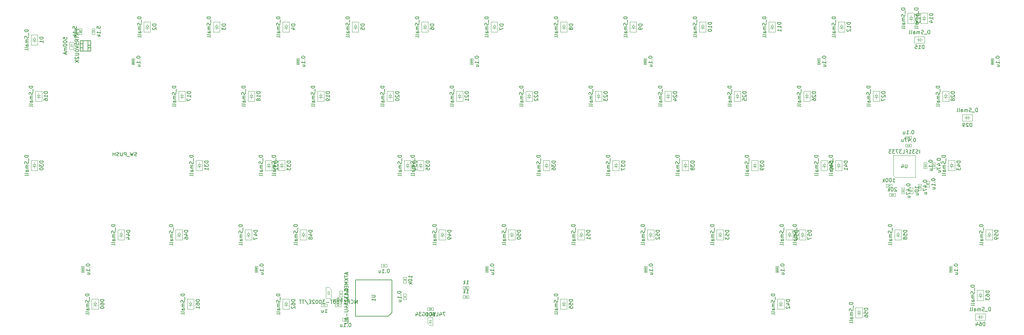
<source format=gbr>
%TF.GenerationSoftware,KiCad,Pcbnew,4.0.7*%
%TF.CreationDate,2018-03-18T17:48:38-07:00*%
%TF.ProjectId,VoyagerII,566F796167657249492E6B696361645F,rev?*%
%TF.FileFunction,Other,Fab,Bot*%
%FSLAX46Y46*%
G04 Gerber Fmt 4.6, Leading zero omitted, Abs format (unit mm)*
G04 Created by KiCad (PCBNEW 4.0.7) date 03/18/18 17:48:38*
%MOMM*%
%LPD*%
G01*
G04 APERTURE LIST*
%ADD10C,0.100000*%
%ADD11C,0.150000*%
%ADD12C,0.075000*%
G04 APERTURE END LIST*
D10*
X286982000Y-102978000D02*
X286982000Y-103778000D01*
X288582000Y-102978000D02*
X286982000Y-102978000D01*
X288582000Y-103778000D02*
X288582000Y-102978000D01*
X286982000Y-103778000D02*
X288582000Y-103778000D01*
X68980000Y-57620000D02*
X68180000Y-57620000D01*
X68980000Y-59220000D02*
X68980000Y-57620000D01*
X68180000Y-59220000D02*
X68980000Y-59220000D01*
X68180000Y-57620000D02*
X68180000Y-59220000D01*
X64624000Y-59220000D02*
X65424000Y-59220000D01*
X64624000Y-57620000D02*
X64624000Y-59220000D01*
X65424000Y-57620000D02*
X64624000Y-57620000D01*
X65424000Y-59220000D02*
X65424000Y-57620000D01*
X161836000Y-135147000D02*
X161836000Y-134347000D01*
X160236000Y-135147000D02*
X161836000Y-135147000D01*
X160236000Y-134347000D02*
X160236000Y-135147000D01*
X161836000Y-134347000D02*
X160236000Y-134347000D01*
X170015000Y-131045000D02*
X170015000Y-131845000D01*
X171615000Y-131045000D02*
X170015000Y-131045000D01*
X171615000Y-131845000D02*
X171615000Y-131045000D01*
X170015000Y-131845000D02*
X171615000Y-131845000D01*
X170015000Y-128505000D02*
X170015000Y-129305000D01*
X171615000Y-128505000D02*
X170015000Y-128505000D01*
X171615000Y-129305000D02*
X171615000Y-128505000D01*
X170015000Y-129305000D02*
X171615000Y-129305000D01*
X286029500Y-100438000D02*
X286029500Y-101238000D01*
X287629500Y-100438000D02*
X286029500Y-100438000D01*
X287629500Y-101238000D02*
X287629500Y-100438000D01*
X286029500Y-101238000D02*
X287629500Y-101238000D01*
X154451000Y-125946000D02*
X153651000Y-125946000D01*
X154451000Y-127546000D02*
X154451000Y-125946000D01*
X153651000Y-127546000D02*
X154451000Y-127546000D01*
X153651000Y-125946000D02*
X153651000Y-127546000D01*
X112884000Y-123025000D02*
X112884000Y-124625000D01*
X112884000Y-124625000D02*
X113684000Y-124625000D01*
X113684000Y-124625000D02*
X113684000Y-123025000D01*
X113684000Y-123025000D02*
X112884000Y-123025000D01*
X267189000Y-65875000D02*
X267189000Y-67475000D01*
X267189000Y-67475000D02*
X267989000Y-67475000D01*
X267989000Y-67475000D02*
X267989000Y-65875000D01*
X267989000Y-65875000D02*
X267189000Y-65875000D01*
X65259000Y-123025000D02*
X65259000Y-124625000D01*
X65259000Y-124625000D02*
X66059000Y-124625000D01*
X66059000Y-124625000D02*
X66059000Y-123025000D01*
X66059000Y-123025000D02*
X65259000Y-123025000D01*
X314814000Y-65875000D02*
X314814000Y-67475000D01*
X314814000Y-67475000D02*
X315614000Y-67475000D01*
X315614000Y-67475000D02*
X315614000Y-65875000D01*
X315614000Y-65875000D02*
X314814000Y-65875000D01*
X79102000Y-65875000D02*
X79102000Y-67475000D01*
X79102000Y-67475000D02*
X79902000Y-67475000D01*
X79902000Y-67475000D02*
X79902000Y-65875000D01*
X79902000Y-65875000D02*
X79102000Y-65875000D01*
X303384000Y-123025000D02*
X303384000Y-124625000D01*
X303384000Y-124625000D02*
X304184000Y-124625000D01*
X304184000Y-124625000D02*
X304184000Y-123025000D01*
X304184000Y-123025000D02*
X303384000Y-123025000D01*
X124314000Y-65875000D02*
X124314000Y-67475000D01*
X124314000Y-67475000D02*
X125114000Y-67475000D01*
X125114000Y-67475000D02*
X125114000Y-65875000D01*
X125114000Y-65875000D02*
X124314000Y-65875000D01*
X255759000Y-123025000D02*
X255759000Y-124625000D01*
X255759000Y-124625000D02*
X256559000Y-124625000D01*
X256559000Y-124625000D02*
X256559000Y-123025000D01*
X256559000Y-123025000D02*
X255759000Y-123025000D01*
X171939000Y-65875000D02*
X171939000Y-67475000D01*
X171939000Y-67475000D02*
X172739000Y-67475000D01*
X172739000Y-67475000D02*
X172739000Y-65875000D01*
X172739000Y-65875000D02*
X171939000Y-65875000D01*
X219691000Y-123025000D02*
X219691000Y-124625000D01*
X219691000Y-124625000D02*
X220491000Y-124625000D01*
X220491000Y-124625000D02*
X220491000Y-123025000D01*
X220491000Y-123025000D02*
X219691000Y-123025000D01*
X219564000Y-65875000D02*
X219564000Y-67475000D01*
X219564000Y-67475000D02*
X220364000Y-67475000D01*
X220364000Y-67475000D02*
X220364000Y-65875000D01*
X220364000Y-65875000D02*
X219564000Y-65875000D01*
X176130000Y-123025000D02*
X176130000Y-124625000D01*
X176130000Y-124625000D02*
X176930000Y-124625000D01*
X176930000Y-124625000D02*
X176930000Y-123025000D01*
X176930000Y-123025000D02*
X176130000Y-123025000D01*
X290303000Y-101435000D02*
X290303000Y-103035000D01*
X290303000Y-103035000D02*
X291103000Y-103035000D01*
X291103000Y-103035000D02*
X291103000Y-101435000D01*
X291103000Y-101435000D02*
X290303000Y-101435000D01*
X294875000Y-100419000D02*
X294875000Y-102019000D01*
X294875000Y-102019000D02*
X295675000Y-102019000D01*
X295675000Y-102019000D02*
X295675000Y-100419000D01*
X295675000Y-100419000D02*
X294875000Y-100419000D01*
X298685000Y-94450000D02*
X298685000Y-96050000D01*
X298685000Y-96050000D02*
X299485000Y-96050000D01*
X299485000Y-96050000D02*
X299485000Y-94450000D01*
X299485000Y-94450000D02*
X298685000Y-94450000D01*
X291427000Y-90189000D02*
X293027000Y-90189000D01*
X293027000Y-90189000D02*
X293027000Y-89389000D01*
X293027000Y-89389000D02*
X291427000Y-89389000D01*
X291427000Y-89389000D02*
X291427000Y-90189000D01*
X296399000Y-94450000D02*
X296399000Y-96050000D01*
X296399000Y-96050000D02*
X297199000Y-96050000D01*
X297199000Y-96050000D02*
X297199000Y-94450000D01*
X297199000Y-94450000D02*
X296399000Y-94450000D01*
X291427000Y-88030000D02*
X293027000Y-88030000D01*
X293027000Y-88030000D02*
X293027000Y-87230000D01*
X293027000Y-87230000D02*
X291427000Y-87230000D01*
X291427000Y-87230000D02*
X291427000Y-88030000D01*
X297161000Y-99530000D02*
X297161000Y-101130000D01*
X297161000Y-101130000D02*
X297961000Y-101130000D01*
X297961000Y-101130000D02*
X297961000Y-99530000D01*
X297961000Y-99530000D02*
X297161000Y-99530000D01*
X292589000Y-101435000D02*
X292589000Y-103035000D01*
X292589000Y-103035000D02*
X293389000Y-103035000D01*
X293389000Y-103035000D02*
X293389000Y-101435000D01*
X293389000Y-101435000D02*
X292589000Y-101435000D01*
X134963000Y-134131000D02*
X136563000Y-134131000D01*
X136563000Y-134131000D02*
X136563000Y-133331000D01*
X136563000Y-133331000D02*
X134963000Y-133331000D01*
X134963000Y-133331000D02*
X134963000Y-134131000D01*
X149136000Y-122409000D02*
X147536000Y-122409000D01*
X147536000Y-122409000D02*
X147536000Y-123209000D01*
X147536000Y-123209000D02*
X149136000Y-123209000D01*
X149136000Y-123209000D02*
X149136000Y-122409000D01*
X154451000Y-132118000D02*
X154451000Y-130518000D01*
X154451000Y-130518000D02*
X153651000Y-130518000D01*
X153651000Y-130518000D02*
X153651000Y-132118000D01*
X153651000Y-132118000D02*
X154451000Y-132118000D01*
X138595000Y-137268000D02*
X136995000Y-137268000D01*
X136995000Y-137268000D02*
X136995000Y-138068000D01*
X136995000Y-138068000D02*
X138595000Y-138068000D01*
X138595000Y-138068000D02*
X138595000Y-137268000D01*
X136125000Y-129756000D02*
X136125000Y-131356000D01*
X136125000Y-131356000D02*
X136925000Y-131356000D01*
X136925000Y-131356000D02*
X136925000Y-129756000D01*
X136925000Y-129756000D02*
X136125000Y-129756000D01*
X132753000Y-133331000D02*
X131153000Y-133331000D01*
X131153000Y-133331000D02*
X131153000Y-134131000D01*
X131153000Y-134131000D02*
X132753000Y-134131000D01*
X132753000Y-134131000D02*
X132753000Y-133331000D01*
X294084000Y-98504000D02*
X294084000Y-92504000D01*
X294084000Y-92504000D02*
X288084000Y-92504000D01*
X288084000Y-92504000D02*
X288084000Y-98004000D01*
X294084000Y-98504000D02*
X288584000Y-98504000D01*
X288584000Y-98504000D02*
X288084000Y-98004000D01*
X312193750Y-136921875D02*
X312693750Y-136921875D01*
X312193750Y-136521875D02*
X311593750Y-136921875D01*
X312193750Y-137321875D02*
X312193750Y-136521875D01*
X311593750Y-136921875D02*
X312193750Y-137321875D01*
X311593750Y-136921875D02*
X311593750Y-136371875D01*
X311593750Y-136921875D02*
X311593750Y-137471875D01*
X311193750Y-136921875D02*
X311593750Y-136921875D01*
X310543750Y-136021875D02*
X310543750Y-137821875D01*
X313343750Y-136021875D02*
X310543750Y-136021875D01*
X313343750Y-137821875D02*
X313343750Y-136021875D01*
X310543750Y-137821875D02*
X313343750Y-137821875D01*
X311943750Y-130718750D02*
X311943750Y-130218750D01*
X311543750Y-130718750D02*
X311943750Y-131318750D01*
X312343750Y-130718750D02*
X311543750Y-130718750D01*
X311943750Y-131318750D02*
X312343750Y-130718750D01*
X311943750Y-131318750D02*
X311393750Y-131318750D01*
X311943750Y-131318750D02*
X312493750Y-131318750D01*
X311943750Y-131718750D02*
X311943750Y-131318750D01*
X311043750Y-132368750D02*
X312843750Y-132368750D01*
X311043750Y-129568750D02*
X311043750Y-132368750D01*
X312843750Y-129568750D02*
X311043750Y-129568750D01*
X312843750Y-132368750D02*
X312843750Y-129568750D01*
X278606250Y-135481250D02*
X278606250Y-134981250D01*
X278206250Y-135481250D02*
X278606250Y-136081250D01*
X279006250Y-135481250D02*
X278206250Y-135481250D01*
X278606250Y-136081250D02*
X279006250Y-135481250D01*
X278606250Y-136081250D02*
X278056250Y-136081250D01*
X278606250Y-136081250D02*
X279156250Y-136081250D01*
X278606250Y-136481250D02*
X278606250Y-136081250D01*
X277706250Y-137131250D02*
X279506250Y-137131250D01*
X277706250Y-134331250D02*
X277706250Y-137131250D01*
X279506250Y-134331250D02*
X277706250Y-134331250D01*
X279506250Y-137131250D02*
X279506250Y-134331250D01*
X257175000Y-133100000D02*
X257175000Y-132600000D01*
X256775000Y-133100000D02*
X257175000Y-133700000D01*
X257575000Y-133100000D02*
X256775000Y-133100000D01*
X257175000Y-133700000D02*
X257575000Y-133100000D01*
X257175000Y-133700000D02*
X256625000Y-133700000D01*
X257175000Y-133700000D02*
X257725000Y-133700000D01*
X257175000Y-134100000D02*
X257175000Y-133700000D01*
X256275000Y-134750000D02*
X258075000Y-134750000D01*
X256275000Y-131950000D02*
X256275000Y-134750000D01*
X258075000Y-131950000D02*
X256275000Y-131950000D01*
X258075000Y-134750000D02*
X258075000Y-131950000D01*
D11*
X64971000Y-62907000D02*
X65771000Y-62907000D01*
X65771000Y-61807000D02*
X64971000Y-61807000D01*
X67871000Y-62907000D02*
X67071000Y-62907000D01*
X67071000Y-62257000D02*
X67871000Y-62257000D01*
X67071000Y-63807000D02*
X67071000Y-60907000D01*
X65771000Y-60907000D02*
X65771000Y-63807000D01*
X67871000Y-60907000D02*
X64971000Y-60907000D01*
X67871000Y-63807000D02*
X67871000Y-60907000D01*
X64971000Y-63807000D02*
X67871000Y-63807000D01*
X64971000Y-60907000D02*
X64971000Y-63807000D01*
D10*
X61991000Y-63357000D02*
X63231000Y-63357000D01*
X61991000Y-61357000D02*
X61991000Y-63357000D01*
X63231000Y-61357000D02*
X61991000Y-61357000D01*
X63231000Y-63357000D02*
X63231000Y-61357000D01*
X161711000Y-139276000D02*
X160861000Y-139276000D01*
X160361000Y-138776000D02*
X160361000Y-137076000D01*
X161711000Y-139276000D02*
X161711000Y-137076000D01*
X161711000Y-137076000D02*
X160361000Y-137076000D01*
X160861000Y-139276000D02*
X160361000Y-138776000D01*
X121443750Y-133100000D02*
X121443750Y-132600000D01*
X121043750Y-133100000D02*
X121443750Y-133700000D01*
X121843750Y-133100000D02*
X121043750Y-133100000D01*
X121443750Y-133700000D02*
X121843750Y-133100000D01*
X121443750Y-133700000D02*
X120893750Y-133700000D01*
X121443750Y-133700000D02*
X121993750Y-133700000D01*
X121443750Y-134100000D02*
X121443750Y-133700000D01*
X120543750Y-134750000D02*
X122343750Y-134750000D01*
X120543750Y-131950000D02*
X120543750Y-134750000D01*
X122343750Y-131950000D02*
X120543750Y-131950000D01*
X122343750Y-134750000D02*
X122343750Y-131950000D01*
X95250000Y-133100000D02*
X95250000Y-132600000D01*
X94850000Y-133100000D02*
X95250000Y-133700000D01*
X95650000Y-133100000D02*
X94850000Y-133100000D01*
X95250000Y-133700000D02*
X95650000Y-133100000D01*
X95250000Y-133700000D02*
X94700000Y-133700000D01*
X95250000Y-133700000D02*
X95800000Y-133700000D01*
X95250000Y-134100000D02*
X95250000Y-133700000D01*
X94350000Y-134750000D02*
X96150000Y-134750000D01*
X94350000Y-131950000D02*
X94350000Y-134750000D01*
X96150000Y-131950000D02*
X94350000Y-131950000D01*
X96150000Y-134750000D02*
X96150000Y-131950000D01*
X69056250Y-133100000D02*
X69056250Y-132600000D01*
X68656250Y-133100000D02*
X69056250Y-133700000D01*
X69456250Y-133100000D02*
X68656250Y-133100000D01*
X69056250Y-133700000D02*
X69456250Y-133100000D01*
X69056250Y-133700000D02*
X68506250Y-133700000D01*
X69056250Y-133700000D02*
X69606250Y-133700000D01*
X69056250Y-134100000D02*
X69056250Y-133700000D01*
X68156250Y-134750000D02*
X69956250Y-134750000D01*
X68156250Y-131950000D02*
X68156250Y-134750000D01*
X69956250Y-131950000D02*
X68156250Y-131950000D01*
X69956250Y-134750000D02*
X69956250Y-131950000D01*
X314325000Y-114050000D02*
X314325000Y-113550000D01*
X313925000Y-114050000D02*
X314325000Y-114650000D01*
X314725000Y-114050000D02*
X313925000Y-114050000D01*
X314325000Y-114650000D02*
X314725000Y-114050000D01*
X314325000Y-114650000D02*
X313775000Y-114650000D01*
X314325000Y-114650000D02*
X314875000Y-114650000D01*
X314325000Y-115050000D02*
X314325000Y-114650000D01*
X313425000Y-115700000D02*
X315225000Y-115700000D01*
X313425000Y-112900000D02*
X313425000Y-115700000D01*
X315225000Y-112900000D02*
X313425000Y-112900000D01*
X315225000Y-115700000D02*
X315225000Y-112900000D01*
X289321875Y-114050000D02*
X289321875Y-113550000D01*
X288921875Y-114050000D02*
X289321875Y-114650000D01*
X289721875Y-114050000D02*
X288921875Y-114050000D01*
X289321875Y-114650000D02*
X289721875Y-114050000D01*
X289321875Y-114650000D02*
X288771875Y-114650000D01*
X289321875Y-114650000D02*
X289871875Y-114650000D01*
X289321875Y-115050000D02*
X289321875Y-114650000D01*
X288421875Y-115700000D02*
X290221875Y-115700000D01*
X288421875Y-112900000D02*
X288421875Y-115700000D01*
X290221875Y-112900000D02*
X288421875Y-112900000D01*
X290221875Y-115700000D02*
X290221875Y-112900000D01*
X263128125Y-114050000D02*
X263128125Y-113550000D01*
X262728125Y-114050000D02*
X263128125Y-114650000D01*
X263528125Y-114050000D02*
X262728125Y-114050000D01*
X263128125Y-114650000D02*
X263528125Y-114050000D01*
X263128125Y-114650000D02*
X262578125Y-114650000D01*
X263128125Y-114650000D02*
X263678125Y-114650000D01*
X263128125Y-115050000D02*
X263128125Y-114650000D01*
X262228125Y-115700000D02*
X264028125Y-115700000D01*
X262228125Y-112900000D02*
X262228125Y-115700000D01*
X264028125Y-112900000D02*
X262228125Y-112900000D01*
X264028125Y-115700000D02*
X264028125Y-112900000D01*
X197643750Y-133100000D02*
X197643750Y-132600000D01*
X197243750Y-133100000D02*
X197643750Y-133700000D01*
X198043750Y-133100000D02*
X197243750Y-133100000D01*
X197643750Y-133700000D02*
X198043750Y-133100000D01*
X197643750Y-133700000D02*
X197093750Y-133700000D01*
X197643750Y-133700000D02*
X198193750Y-133700000D01*
X197643750Y-134100000D02*
X197643750Y-133700000D01*
X196743750Y-134750000D02*
X198543750Y-134750000D01*
X196743750Y-131950000D02*
X196743750Y-134750000D01*
X198543750Y-131950000D02*
X196743750Y-131950000D01*
X198543750Y-134750000D02*
X198543750Y-131950000D01*
X259556250Y-114050000D02*
X259556250Y-113550000D01*
X259156250Y-114050000D02*
X259556250Y-114650000D01*
X259956250Y-114050000D02*
X259156250Y-114050000D01*
X259556250Y-114650000D02*
X259956250Y-114050000D01*
X259556250Y-114650000D02*
X259006250Y-114650000D01*
X259556250Y-114650000D02*
X260106250Y-114650000D01*
X259556250Y-115050000D02*
X259556250Y-114650000D01*
X258656250Y-115700000D02*
X260456250Y-115700000D01*
X258656250Y-112900000D02*
X258656250Y-115700000D01*
X260456250Y-112900000D02*
X258656250Y-112900000D01*
X260456250Y-115700000D02*
X260456250Y-112900000D01*
X240506250Y-114050000D02*
X240506250Y-113550000D01*
X240106250Y-114050000D02*
X240506250Y-114650000D01*
X240906250Y-114050000D02*
X240106250Y-114050000D01*
X240506250Y-114650000D02*
X240906250Y-114050000D01*
X240506250Y-114650000D02*
X239956250Y-114650000D01*
X240506250Y-114650000D02*
X241056250Y-114650000D01*
X240506250Y-115050000D02*
X240506250Y-114650000D01*
X239606250Y-115700000D02*
X241406250Y-115700000D01*
X239606250Y-112900000D02*
X239606250Y-115700000D01*
X241406250Y-112900000D02*
X239606250Y-112900000D01*
X241406250Y-115700000D02*
X241406250Y-112900000D01*
X221456250Y-114050000D02*
X221456250Y-113550000D01*
X221056250Y-114050000D02*
X221456250Y-114650000D01*
X221856250Y-114050000D02*
X221056250Y-114050000D01*
X221456250Y-114650000D02*
X221856250Y-114050000D01*
X221456250Y-114650000D02*
X220906250Y-114650000D01*
X221456250Y-114650000D02*
X222006250Y-114650000D01*
X221456250Y-115050000D02*
X221456250Y-114650000D01*
X220556250Y-115700000D02*
X222356250Y-115700000D01*
X220556250Y-112900000D02*
X220556250Y-115700000D01*
X222356250Y-112900000D02*
X220556250Y-112900000D01*
X222356250Y-115700000D02*
X222356250Y-112900000D01*
X202406250Y-114050000D02*
X202406250Y-113550000D01*
X202006250Y-114050000D02*
X202406250Y-114650000D01*
X202806250Y-114050000D02*
X202006250Y-114050000D01*
X202406250Y-114650000D02*
X202806250Y-114050000D01*
X202406250Y-114650000D02*
X201856250Y-114650000D01*
X202406250Y-114650000D02*
X202956250Y-114650000D01*
X202406250Y-115050000D02*
X202406250Y-114650000D01*
X201506250Y-115700000D02*
X203306250Y-115700000D01*
X201506250Y-112900000D02*
X201506250Y-115700000D01*
X203306250Y-112900000D02*
X201506250Y-112900000D01*
X203306250Y-115700000D02*
X203306250Y-112900000D01*
X183356250Y-114050000D02*
X183356250Y-113550000D01*
X182956250Y-114050000D02*
X183356250Y-114650000D01*
X183756250Y-114050000D02*
X182956250Y-114050000D01*
X183356250Y-114650000D02*
X183756250Y-114050000D01*
X183356250Y-114650000D02*
X182806250Y-114650000D01*
X183356250Y-114650000D02*
X183906250Y-114650000D01*
X183356250Y-115050000D02*
X183356250Y-114650000D01*
X182456250Y-115700000D02*
X184256250Y-115700000D01*
X182456250Y-112900000D02*
X182456250Y-115700000D01*
X184256250Y-112900000D02*
X182456250Y-112900000D01*
X184256250Y-115700000D02*
X184256250Y-112900000D01*
X164306250Y-114050000D02*
X164306250Y-113550000D01*
X163906250Y-114050000D02*
X164306250Y-114650000D01*
X164706250Y-114050000D02*
X163906250Y-114050000D01*
X164306250Y-114650000D02*
X164706250Y-114050000D01*
X164306250Y-114650000D02*
X163756250Y-114650000D01*
X164306250Y-114650000D02*
X164856250Y-114650000D01*
X164306250Y-115050000D02*
X164306250Y-114650000D01*
X163406250Y-115700000D02*
X165206250Y-115700000D01*
X163406250Y-112900000D02*
X163406250Y-115700000D01*
X165206250Y-112900000D02*
X163406250Y-112900000D01*
X165206250Y-115700000D02*
X165206250Y-112900000D01*
X126206250Y-114050000D02*
X126206250Y-113550000D01*
X125806250Y-114050000D02*
X126206250Y-114650000D01*
X126606250Y-114050000D02*
X125806250Y-114050000D01*
X126206250Y-114650000D02*
X126606250Y-114050000D01*
X126206250Y-114650000D02*
X125656250Y-114650000D01*
X126206250Y-114650000D02*
X126756250Y-114650000D01*
X126206250Y-115050000D02*
X126206250Y-114650000D01*
X125306250Y-115700000D02*
X127106250Y-115700000D01*
X125306250Y-112900000D02*
X125306250Y-115700000D01*
X127106250Y-112900000D02*
X125306250Y-112900000D01*
X127106250Y-115700000D02*
X127106250Y-112900000D01*
X111125000Y-114050000D02*
X111125000Y-113550000D01*
X110725000Y-114050000D02*
X111125000Y-114650000D01*
X111525000Y-114050000D02*
X110725000Y-114050000D01*
X111125000Y-114650000D02*
X111525000Y-114050000D01*
X111125000Y-114650000D02*
X110575000Y-114650000D01*
X111125000Y-114650000D02*
X111675000Y-114650000D01*
X111125000Y-115050000D02*
X111125000Y-114650000D01*
X110225000Y-115700000D02*
X112025000Y-115700000D01*
X110225000Y-112900000D02*
X110225000Y-115700000D01*
X112025000Y-112900000D02*
X110225000Y-112900000D01*
X112025000Y-115700000D02*
X112025000Y-112900000D01*
X92075000Y-114050000D02*
X92075000Y-113550000D01*
X91675000Y-114050000D02*
X92075000Y-114650000D01*
X92475000Y-114050000D02*
X91675000Y-114050000D01*
X92075000Y-114650000D02*
X92475000Y-114050000D01*
X92075000Y-114650000D02*
X91525000Y-114650000D01*
X92075000Y-114650000D02*
X92625000Y-114650000D01*
X92075000Y-115050000D02*
X92075000Y-114650000D01*
X91175000Y-115700000D02*
X92975000Y-115700000D01*
X91175000Y-112900000D02*
X91175000Y-115700000D01*
X92975000Y-112900000D02*
X91175000Y-112900000D01*
X92975000Y-115700000D02*
X92975000Y-112900000D01*
X76200000Y-114050000D02*
X76200000Y-113550000D01*
X75800000Y-114050000D02*
X76200000Y-114650000D01*
X76600000Y-114050000D02*
X75800000Y-114050000D01*
X76200000Y-114650000D02*
X76600000Y-114050000D01*
X76200000Y-114650000D02*
X75650000Y-114650000D01*
X76200000Y-114650000D02*
X76750000Y-114650000D01*
X76200000Y-115050000D02*
X76200000Y-114650000D01*
X75300000Y-115700000D02*
X77100000Y-115700000D01*
X75300000Y-112900000D02*
X75300000Y-115700000D01*
X77100000Y-112900000D02*
X75300000Y-112900000D01*
X77100000Y-115700000D02*
X77100000Y-112900000D01*
X304006250Y-95000000D02*
X304006250Y-94500000D01*
X303606250Y-95000000D02*
X304006250Y-95600000D01*
X304406250Y-95000000D02*
X303606250Y-95000000D01*
X304006250Y-95600000D02*
X304406250Y-95000000D01*
X304006250Y-95600000D02*
X303456250Y-95600000D01*
X304006250Y-95600000D02*
X304556250Y-95600000D01*
X304006250Y-96000000D02*
X304006250Y-95600000D01*
X303106250Y-96650000D02*
X304906250Y-96650000D01*
X303106250Y-93850000D02*
X303106250Y-96650000D01*
X304906250Y-93850000D02*
X303106250Y-93850000D01*
X304906250Y-96650000D02*
X304906250Y-93850000D01*
X273050000Y-95000000D02*
X273050000Y-94500000D01*
X272650000Y-95000000D02*
X273050000Y-95600000D01*
X273450000Y-95000000D02*
X272650000Y-95000000D01*
X273050000Y-95600000D02*
X273450000Y-95000000D01*
X273050000Y-95600000D02*
X272500000Y-95600000D01*
X273050000Y-95600000D02*
X273600000Y-95600000D01*
X273050000Y-96000000D02*
X273050000Y-95600000D01*
X272150000Y-96650000D02*
X273950000Y-96650000D01*
X272150000Y-93850000D02*
X272150000Y-96650000D01*
X273950000Y-93850000D02*
X272150000Y-93850000D01*
X273950000Y-96650000D02*
X273950000Y-93850000D01*
X269081250Y-95000000D02*
X269081250Y-94500000D01*
X268681250Y-95000000D02*
X269081250Y-95600000D01*
X269481250Y-95000000D02*
X268681250Y-95000000D01*
X269081250Y-95600000D02*
X269481250Y-95000000D01*
X269081250Y-95600000D02*
X268531250Y-95600000D01*
X269081250Y-95600000D02*
X269631250Y-95600000D01*
X269081250Y-96000000D02*
X269081250Y-95600000D01*
X268181250Y-96650000D02*
X269981250Y-96650000D01*
X268181250Y-93850000D02*
X268181250Y-96650000D01*
X269981250Y-93850000D02*
X268181250Y-93850000D01*
X269981250Y-96650000D02*
X269981250Y-93850000D01*
X250031250Y-95000000D02*
X250031250Y-94500000D01*
X249631250Y-95000000D02*
X250031250Y-95600000D01*
X250431250Y-95000000D02*
X249631250Y-95000000D01*
X250031250Y-95600000D02*
X250431250Y-95000000D01*
X250031250Y-95600000D02*
X249481250Y-95600000D01*
X250031250Y-95600000D02*
X250581250Y-95600000D01*
X250031250Y-96000000D02*
X250031250Y-95600000D01*
X249131250Y-96650000D02*
X250931250Y-96650000D01*
X249131250Y-93850000D02*
X249131250Y-96650000D01*
X250931250Y-93850000D02*
X249131250Y-93850000D01*
X250931250Y-96650000D02*
X250931250Y-93850000D01*
X230981250Y-95000000D02*
X230981250Y-94500000D01*
X230581250Y-95000000D02*
X230981250Y-95600000D01*
X231381250Y-95000000D02*
X230581250Y-95000000D01*
X230981250Y-95600000D02*
X231381250Y-95000000D01*
X230981250Y-95600000D02*
X230431250Y-95600000D01*
X230981250Y-95600000D02*
X231531250Y-95600000D01*
X230981250Y-96000000D02*
X230981250Y-95600000D01*
X230081250Y-96650000D02*
X231881250Y-96650000D01*
X230081250Y-93850000D02*
X230081250Y-96650000D01*
X231881250Y-93850000D02*
X230081250Y-93850000D01*
X231881250Y-96650000D02*
X231881250Y-93850000D01*
X211931250Y-95000000D02*
X211931250Y-94500000D01*
X211531250Y-95000000D02*
X211931250Y-95600000D01*
X212331250Y-95000000D02*
X211531250Y-95000000D01*
X211931250Y-95600000D02*
X212331250Y-95000000D01*
X211931250Y-95600000D02*
X211381250Y-95600000D01*
X211931250Y-95600000D02*
X212481250Y-95600000D01*
X211931250Y-96000000D02*
X211931250Y-95600000D01*
X211031250Y-96650000D02*
X212831250Y-96650000D01*
X211031250Y-93850000D02*
X211031250Y-96650000D01*
X212831250Y-93850000D02*
X211031250Y-93850000D01*
X212831250Y-96650000D02*
X212831250Y-93850000D01*
X192881250Y-95000000D02*
X192881250Y-94500000D01*
X192481250Y-95000000D02*
X192881250Y-95600000D01*
X193281250Y-95000000D02*
X192481250Y-95000000D01*
X192881250Y-95600000D02*
X193281250Y-95000000D01*
X192881250Y-95600000D02*
X192331250Y-95600000D01*
X192881250Y-95600000D02*
X193431250Y-95600000D01*
X192881250Y-96000000D02*
X192881250Y-95600000D01*
X191981250Y-96650000D02*
X193781250Y-96650000D01*
X191981250Y-93850000D02*
X191981250Y-96650000D01*
X193781250Y-93850000D02*
X191981250Y-93850000D01*
X193781250Y-96650000D02*
X193781250Y-93850000D01*
X158353125Y-95000000D02*
X158353125Y-94500000D01*
X157953125Y-95000000D02*
X158353125Y-95600000D01*
X158753125Y-95000000D02*
X157953125Y-95000000D01*
X158353125Y-95600000D02*
X158753125Y-95000000D01*
X158353125Y-95600000D02*
X157803125Y-95600000D01*
X158353125Y-95600000D02*
X158903125Y-95600000D01*
X158353125Y-96000000D02*
X158353125Y-95600000D01*
X157453125Y-96650000D02*
X159253125Y-96650000D01*
X157453125Y-93850000D02*
X157453125Y-96650000D01*
X159253125Y-93850000D02*
X157453125Y-93850000D01*
X159253125Y-96650000D02*
X159253125Y-93850000D01*
X154781250Y-95000000D02*
X154781250Y-94500000D01*
X154381250Y-95000000D02*
X154781250Y-95600000D01*
X155181250Y-95000000D02*
X154381250Y-95000000D01*
X154781250Y-95600000D02*
X155181250Y-95000000D01*
X154781250Y-95600000D02*
X154231250Y-95600000D01*
X154781250Y-95600000D02*
X155331250Y-95600000D01*
X154781250Y-96000000D02*
X154781250Y-95600000D01*
X153881250Y-96650000D02*
X155681250Y-96650000D01*
X153881250Y-93850000D02*
X153881250Y-96650000D01*
X155681250Y-93850000D02*
X153881250Y-93850000D01*
X155681250Y-96650000D02*
X155681250Y-93850000D01*
X120253125Y-95000000D02*
X120253125Y-94500000D01*
X119853125Y-95000000D02*
X120253125Y-95600000D01*
X120653125Y-95000000D02*
X119853125Y-95000000D01*
X120253125Y-95600000D02*
X120653125Y-95000000D01*
X120253125Y-95600000D02*
X119703125Y-95600000D01*
X120253125Y-95600000D02*
X120803125Y-95600000D01*
X120253125Y-96000000D02*
X120253125Y-95600000D01*
X119353125Y-96650000D02*
X121153125Y-96650000D01*
X119353125Y-93850000D02*
X119353125Y-96650000D01*
X121153125Y-93850000D02*
X119353125Y-93850000D01*
X121153125Y-96650000D02*
X121153125Y-93850000D01*
X116681250Y-95000000D02*
X116681250Y-94500000D01*
X116281250Y-95000000D02*
X116681250Y-95600000D01*
X117081250Y-95000000D02*
X116281250Y-95000000D01*
X116681250Y-95600000D02*
X117081250Y-95000000D01*
X116681250Y-95600000D02*
X116131250Y-95600000D01*
X116681250Y-95600000D02*
X117231250Y-95600000D01*
X116681250Y-96000000D02*
X116681250Y-95600000D01*
X115781250Y-96650000D02*
X117581250Y-96650000D01*
X115781250Y-93850000D02*
X115781250Y-96650000D01*
X117581250Y-93850000D02*
X115781250Y-93850000D01*
X117581250Y-96650000D02*
X117581250Y-93850000D01*
X97631250Y-95000000D02*
X97631250Y-94500000D01*
X97231250Y-95000000D02*
X97631250Y-95600000D01*
X98031250Y-95000000D02*
X97231250Y-95000000D01*
X97631250Y-95600000D02*
X98031250Y-95000000D01*
X97631250Y-95600000D02*
X97081250Y-95600000D01*
X97631250Y-95600000D02*
X98181250Y-95600000D01*
X97631250Y-96000000D02*
X97631250Y-95600000D01*
X96731250Y-96650000D02*
X98531250Y-96650000D01*
X96731250Y-93850000D02*
X96731250Y-96650000D01*
X98531250Y-93850000D02*
X96731250Y-93850000D01*
X98531250Y-96650000D02*
X98531250Y-93850000D01*
X52387500Y-95000000D02*
X52387500Y-94500000D01*
X51987500Y-95000000D02*
X52387500Y-95600000D01*
X52787500Y-95000000D02*
X51987500Y-95000000D01*
X52387500Y-95600000D02*
X52787500Y-95000000D01*
X52387500Y-95600000D02*
X51837500Y-95600000D01*
X52387500Y-95600000D02*
X52937500Y-95600000D01*
X52387500Y-96000000D02*
X52387500Y-95600000D01*
X51487500Y-96650000D02*
X53287500Y-96650000D01*
X51487500Y-93850000D02*
X51487500Y-96650000D01*
X53287500Y-93850000D02*
X51487500Y-93850000D01*
X53287500Y-96650000D02*
X53287500Y-93850000D01*
X308621875Y-82153125D02*
X309121875Y-82153125D01*
X308621875Y-81753125D02*
X308021875Y-82153125D01*
X308621875Y-82553125D02*
X308621875Y-81753125D01*
X308021875Y-82153125D02*
X308621875Y-82553125D01*
X308021875Y-82153125D02*
X308021875Y-81603125D01*
X308021875Y-82153125D02*
X308021875Y-82703125D01*
X307621875Y-82153125D02*
X308021875Y-82153125D01*
X306971875Y-81253125D02*
X306971875Y-83053125D01*
X309771875Y-81253125D02*
X306971875Y-81253125D01*
X309771875Y-83053125D02*
X309771875Y-81253125D01*
X306971875Y-83053125D02*
X309771875Y-83053125D01*
X302418750Y-75950000D02*
X302418750Y-75450000D01*
X302018750Y-75950000D02*
X302418750Y-76550000D01*
X302818750Y-75950000D02*
X302018750Y-75950000D01*
X302418750Y-76550000D02*
X302818750Y-75950000D01*
X302418750Y-76550000D02*
X301868750Y-76550000D01*
X302418750Y-76550000D02*
X302968750Y-76550000D01*
X302418750Y-76950000D02*
X302418750Y-76550000D01*
X301518750Y-77600000D02*
X303318750Y-77600000D01*
X301518750Y-74800000D02*
X301518750Y-77600000D01*
X303318750Y-74800000D02*
X301518750Y-74800000D01*
X303318750Y-77600000D02*
X303318750Y-74800000D01*
X283368750Y-75950000D02*
X283368750Y-75450000D01*
X282968750Y-75950000D02*
X283368750Y-76550000D01*
X283768750Y-75950000D02*
X282968750Y-75950000D01*
X283368750Y-76550000D02*
X283768750Y-75950000D01*
X283368750Y-76550000D02*
X282818750Y-76550000D01*
X283368750Y-76550000D02*
X283918750Y-76550000D01*
X283368750Y-76950000D02*
X283368750Y-76550000D01*
X282468750Y-77600000D02*
X284268750Y-77600000D01*
X282468750Y-74800000D02*
X282468750Y-77600000D01*
X284268750Y-74800000D02*
X282468750Y-74800000D01*
X284268750Y-77600000D02*
X284268750Y-74800000D01*
X264318750Y-75950000D02*
X264318750Y-75450000D01*
X263918750Y-75950000D02*
X264318750Y-76550000D01*
X264718750Y-75950000D02*
X263918750Y-75950000D01*
X264318750Y-76550000D02*
X264718750Y-75950000D01*
X264318750Y-76550000D02*
X263768750Y-76550000D01*
X264318750Y-76550000D02*
X264868750Y-76550000D01*
X264318750Y-76950000D02*
X264318750Y-76550000D01*
X263418750Y-77600000D02*
X265218750Y-77600000D01*
X263418750Y-74800000D02*
X263418750Y-77600000D01*
X265218750Y-74800000D02*
X263418750Y-74800000D01*
X265218750Y-77600000D02*
X265218750Y-74800000D01*
X245268750Y-75950000D02*
X245268750Y-75450000D01*
X244868750Y-75950000D02*
X245268750Y-76550000D01*
X245668750Y-75950000D02*
X244868750Y-75950000D01*
X245268750Y-76550000D02*
X245668750Y-75950000D01*
X245268750Y-76550000D02*
X244718750Y-76550000D01*
X245268750Y-76550000D02*
X245818750Y-76550000D01*
X245268750Y-76950000D02*
X245268750Y-76550000D01*
X244368750Y-77600000D02*
X246168750Y-77600000D01*
X244368750Y-74800000D02*
X244368750Y-77600000D01*
X246168750Y-74800000D02*
X244368750Y-74800000D01*
X246168750Y-77600000D02*
X246168750Y-74800000D01*
X226218750Y-75950000D02*
X226218750Y-75450000D01*
X225818750Y-75950000D02*
X226218750Y-76550000D01*
X226618750Y-75950000D02*
X225818750Y-75950000D01*
X226218750Y-76550000D02*
X226618750Y-75950000D01*
X226218750Y-76550000D02*
X225668750Y-76550000D01*
X226218750Y-76550000D02*
X226768750Y-76550000D01*
X226218750Y-76950000D02*
X226218750Y-76550000D01*
X225318750Y-77600000D02*
X227118750Y-77600000D01*
X225318750Y-74800000D02*
X225318750Y-77600000D01*
X227118750Y-74800000D02*
X225318750Y-74800000D01*
X227118750Y-77600000D02*
X227118750Y-74800000D01*
X207168750Y-75950000D02*
X207168750Y-75450000D01*
X206768750Y-75950000D02*
X207168750Y-76550000D01*
X207568750Y-75950000D02*
X206768750Y-75950000D01*
X207168750Y-76550000D02*
X207568750Y-75950000D01*
X207168750Y-76550000D02*
X206618750Y-76550000D01*
X207168750Y-76550000D02*
X207718750Y-76550000D01*
X207168750Y-76950000D02*
X207168750Y-76550000D01*
X206268750Y-77600000D02*
X208068750Y-77600000D01*
X206268750Y-74800000D02*
X206268750Y-77600000D01*
X208068750Y-74800000D02*
X206268750Y-74800000D01*
X208068750Y-77600000D02*
X208068750Y-74800000D01*
X188118750Y-75950000D02*
X188118750Y-75450000D01*
X187718750Y-75950000D02*
X188118750Y-76550000D01*
X188518750Y-75950000D02*
X187718750Y-75950000D01*
X188118750Y-76550000D02*
X188518750Y-75950000D01*
X188118750Y-76550000D02*
X187568750Y-76550000D01*
X188118750Y-76550000D02*
X188668750Y-76550000D01*
X188118750Y-76950000D02*
X188118750Y-76550000D01*
X187218750Y-77600000D02*
X189018750Y-77600000D01*
X187218750Y-74800000D02*
X187218750Y-77600000D01*
X189018750Y-74800000D02*
X187218750Y-74800000D01*
X189018750Y-77600000D02*
X189018750Y-74800000D01*
X169068750Y-75950000D02*
X169068750Y-75450000D01*
X168668750Y-75950000D02*
X169068750Y-76550000D01*
X169468750Y-75950000D02*
X168668750Y-75950000D01*
X169068750Y-76550000D02*
X169468750Y-75950000D01*
X169068750Y-76550000D02*
X168518750Y-76550000D01*
X169068750Y-76550000D02*
X169618750Y-76550000D01*
X169068750Y-76950000D02*
X169068750Y-76550000D01*
X168168750Y-77600000D02*
X169968750Y-77600000D01*
X168168750Y-74800000D02*
X168168750Y-77600000D01*
X169968750Y-74800000D02*
X168168750Y-74800000D01*
X169968750Y-77600000D02*
X169968750Y-74800000D01*
X150018750Y-75950000D02*
X150018750Y-75450000D01*
X149618750Y-75950000D02*
X150018750Y-76550000D01*
X150418750Y-75950000D02*
X149618750Y-75950000D01*
X150018750Y-76550000D02*
X150418750Y-75950000D01*
X150018750Y-76550000D02*
X149468750Y-76550000D01*
X150018750Y-76550000D02*
X150568750Y-76550000D01*
X150018750Y-76950000D02*
X150018750Y-76550000D01*
X149118750Y-77600000D02*
X150918750Y-77600000D01*
X149118750Y-74800000D02*
X149118750Y-77600000D01*
X150918750Y-74800000D02*
X149118750Y-74800000D01*
X150918750Y-77600000D02*
X150918750Y-74800000D01*
X130968750Y-75950000D02*
X130968750Y-75450000D01*
X130568750Y-75950000D02*
X130968750Y-76550000D01*
X131368750Y-75950000D02*
X130568750Y-75950000D01*
X130968750Y-76550000D02*
X131368750Y-75950000D01*
X130968750Y-76550000D02*
X130418750Y-76550000D01*
X130968750Y-76550000D02*
X131518750Y-76550000D01*
X130968750Y-76950000D02*
X130968750Y-76550000D01*
X130068750Y-77600000D02*
X131868750Y-77600000D01*
X130068750Y-74800000D02*
X130068750Y-77600000D01*
X131868750Y-74800000D02*
X130068750Y-74800000D01*
X131868750Y-77600000D02*
X131868750Y-74800000D01*
X111918750Y-75950000D02*
X111918750Y-75450000D01*
X111518750Y-75950000D02*
X111918750Y-76550000D01*
X112318750Y-75950000D02*
X111518750Y-75950000D01*
X111918750Y-76550000D02*
X112318750Y-75950000D01*
X111918750Y-76550000D02*
X111368750Y-76550000D01*
X111918750Y-76550000D02*
X112468750Y-76550000D01*
X111918750Y-76950000D02*
X111918750Y-76550000D01*
X111018750Y-77600000D02*
X112818750Y-77600000D01*
X111018750Y-74800000D02*
X111018750Y-77600000D01*
X112818750Y-74800000D02*
X111018750Y-74800000D01*
X112818750Y-77600000D02*
X112818750Y-74800000D01*
X92868750Y-75950000D02*
X92868750Y-75450000D01*
X92468750Y-75950000D02*
X92868750Y-76550000D01*
X93268750Y-75950000D02*
X92468750Y-75950000D01*
X92868750Y-76550000D02*
X93268750Y-75950000D01*
X92868750Y-76550000D02*
X92318750Y-76550000D01*
X92868750Y-76550000D02*
X93418750Y-76550000D01*
X92868750Y-76950000D02*
X92868750Y-76550000D01*
X91968750Y-77600000D02*
X93768750Y-77600000D01*
X91968750Y-74800000D02*
X91968750Y-77600000D01*
X93768750Y-74800000D02*
X91968750Y-74800000D01*
X93768750Y-77600000D02*
X93768750Y-74800000D01*
X53578125Y-75950000D02*
X53578125Y-75450000D01*
X53178125Y-75950000D02*
X53578125Y-76550000D01*
X53978125Y-75950000D02*
X53178125Y-75950000D01*
X53578125Y-76550000D02*
X53978125Y-75950000D01*
X53578125Y-76550000D02*
X53028125Y-76550000D01*
X53578125Y-76550000D02*
X54128125Y-76550000D01*
X53578125Y-76950000D02*
X53578125Y-76550000D01*
X52678125Y-77600000D02*
X54478125Y-77600000D01*
X52678125Y-74800000D02*
X52678125Y-77600000D01*
X54478125Y-74800000D02*
X52678125Y-74800000D01*
X54478125Y-77600000D02*
X54478125Y-74800000D01*
X295525000Y-60721875D02*
X296025000Y-60721875D01*
X295525000Y-60321875D02*
X294925000Y-60721875D01*
X295525000Y-61121875D02*
X295525000Y-60321875D01*
X294925000Y-60721875D02*
X295525000Y-61121875D01*
X294925000Y-60721875D02*
X294925000Y-60171875D01*
X294925000Y-60721875D02*
X294925000Y-61271875D01*
X294525000Y-60721875D02*
X294925000Y-60721875D01*
X293875000Y-59821875D02*
X293875000Y-61621875D01*
X296675000Y-59821875D02*
X293875000Y-59821875D01*
X296675000Y-61621875D02*
X296675000Y-59821875D01*
X293875000Y-61621875D02*
X296675000Y-61621875D01*
X296465625Y-54518750D02*
X296465625Y-54018750D01*
X296065625Y-54518750D02*
X296465625Y-55118750D01*
X296865625Y-54518750D02*
X296065625Y-54518750D01*
X296465625Y-55118750D02*
X296865625Y-54518750D01*
X296465625Y-55118750D02*
X295915625Y-55118750D01*
X296465625Y-55118750D02*
X297015625Y-55118750D01*
X296465625Y-55518750D02*
X296465625Y-55118750D01*
X295565625Y-56168750D02*
X297365625Y-56168750D01*
X295565625Y-53368750D02*
X295565625Y-56168750D01*
X297365625Y-53368750D02*
X295565625Y-53368750D01*
X297365625Y-56168750D02*
X297365625Y-53368750D01*
X292893750Y-54518750D02*
X292893750Y-54018750D01*
X292493750Y-54518750D02*
X292893750Y-55118750D01*
X293293750Y-54518750D02*
X292493750Y-54518750D01*
X292893750Y-55118750D02*
X293293750Y-54518750D01*
X292893750Y-55118750D02*
X292343750Y-55118750D01*
X292893750Y-55118750D02*
X293443750Y-55118750D01*
X292893750Y-55518750D02*
X292893750Y-55118750D01*
X291993750Y-56168750D02*
X293793750Y-56168750D01*
X291993750Y-53368750D02*
X291993750Y-56168750D01*
X293793750Y-53368750D02*
X291993750Y-53368750D01*
X293793750Y-56168750D02*
X293793750Y-53368750D01*
X273843750Y-56900000D02*
X273843750Y-56400000D01*
X273443750Y-56900000D02*
X273843750Y-57500000D01*
X274243750Y-56900000D02*
X273443750Y-56900000D01*
X273843750Y-57500000D02*
X274243750Y-56900000D01*
X273843750Y-57500000D02*
X273293750Y-57500000D01*
X273843750Y-57500000D02*
X274393750Y-57500000D01*
X273843750Y-57900000D02*
X273843750Y-57500000D01*
X272943750Y-58550000D02*
X274743750Y-58550000D01*
X272943750Y-55750000D02*
X272943750Y-58550000D01*
X274743750Y-55750000D02*
X272943750Y-55750000D01*
X274743750Y-58550000D02*
X274743750Y-55750000D01*
X254793750Y-56900000D02*
X254793750Y-56400000D01*
X254393750Y-56900000D02*
X254793750Y-57500000D01*
X255193750Y-56900000D02*
X254393750Y-56900000D01*
X254793750Y-57500000D02*
X255193750Y-56900000D01*
X254793750Y-57500000D02*
X254243750Y-57500000D01*
X254793750Y-57500000D02*
X255343750Y-57500000D01*
X254793750Y-57900000D02*
X254793750Y-57500000D01*
X253893750Y-58550000D02*
X255693750Y-58550000D01*
X253893750Y-55750000D02*
X253893750Y-58550000D01*
X255693750Y-55750000D02*
X253893750Y-55750000D01*
X255693750Y-58550000D02*
X255693750Y-55750000D01*
X235743750Y-56900000D02*
X235743750Y-56400000D01*
X235343750Y-56900000D02*
X235743750Y-57500000D01*
X236143750Y-56900000D02*
X235343750Y-56900000D01*
X235743750Y-57500000D02*
X236143750Y-56900000D01*
X235743750Y-57500000D02*
X235193750Y-57500000D01*
X235743750Y-57500000D02*
X236293750Y-57500000D01*
X235743750Y-57900000D02*
X235743750Y-57500000D01*
X234843750Y-58550000D02*
X236643750Y-58550000D01*
X234843750Y-55750000D02*
X234843750Y-58550000D01*
X236643750Y-55750000D02*
X234843750Y-55750000D01*
X236643750Y-58550000D02*
X236643750Y-55750000D01*
X216693750Y-56900000D02*
X216693750Y-56400000D01*
X216293750Y-56900000D02*
X216693750Y-57500000D01*
X217093750Y-56900000D02*
X216293750Y-56900000D01*
X216693750Y-57500000D02*
X217093750Y-56900000D01*
X216693750Y-57500000D02*
X216143750Y-57500000D01*
X216693750Y-57500000D02*
X217243750Y-57500000D01*
X216693750Y-57900000D02*
X216693750Y-57500000D01*
X215793750Y-58550000D02*
X217593750Y-58550000D01*
X215793750Y-55750000D02*
X215793750Y-58550000D01*
X217593750Y-55750000D02*
X215793750Y-55750000D01*
X217593750Y-58550000D02*
X217593750Y-55750000D01*
X197643750Y-56900000D02*
X197643750Y-56400000D01*
X197243750Y-56900000D02*
X197643750Y-57500000D01*
X198043750Y-56900000D02*
X197243750Y-56900000D01*
X197643750Y-57500000D02*
X198043750Y-56900000D01*
X197643750Y-57500000D02*
X197093750Y-57500000D01*
X197643750Y-57500000D02*
X198193750Y-57500000D01*
X197643750Y-57900000D02*
X197643750Y-57500000D01*
X196743750Y-58550000D02*
X198543750Y-58550000D01*
X196743750Y-55750000D02*
X196743750Y-58550000D01*
X198543750Y-55750000D02*
X196743750Y-55750000D01*
X198543750Y-58550000D02*
X198543750Y-55750000D01*
X178593750Y-56900000D02*
X178593750Y-56400000D01*
X178193750Y-56900000D02*
X178593750Y-57500000D01*
X178993750Y-56900000D02*
X178193750Y-56900000D01*
X178593750Y-57500000D02*
X178993750Y-56900000D01*
X178593750Y-57500000D02*
X178043750Y-57500000D01*
X178593750Y-57500000D02*
X179143750Y-57500000D01*
X178593750Y-57900000D02*
X178593750Y-57500000D01*
X177693750Y-58550000D02*
X179493750Y-58550000D01*
X177693750Y-55750000D02*
X177693750Y-58550000D01*
X179493750Y-55750000D02*
X177693750Y-55750000D01*
X179493750Y-58550000D02*
X179493750Y-55750000D01*
X159543750Y-56900000D02*
X159543750Y-56400000D01*
X159143750Y-56900000D02*
X159543750Y-57500000D01*
X159943750Y-56900000D02*
X159143750Y-56900000D01*
X159543750Y-57500000D02*
X159943750Y-56900000D01*
X159543750Y-57500000D02*
X158993750Y-57500000D01*
X159543750Y-57500000D02*
X160093750Y-57500000D01*
X159543750Y-57900000D02*
X159543750Y-57500000D01*
X158643750Y-58550000D02*
X160443750Y-58550000D01*
X158643750Y-55750000D02*
X158643750Y-58550000D01*
X160443750Y-55750000D02*
X158643750Y-55750000D01*
X160443750Y-58550000D02*
X160443750Y-55750000D01*
X140493750Y-56900000D02*
X140493750Y-56400000D01*
X140093750Y-56900000D02*
X140493750Y-57500000D01*
X140893750Y-56900000D02*
X140093750Y-56900000D01*
X140493750Y-57500000D02*
X140893750Y-56900000D01*
X140493750Y-57500000D02*
X139943750Y-57500000D01*
X140493750Y-57500000D02*
X141043750Y-57500000D01*
X140493750Y-57900000D02*
X140493750Y-57500000D01*
X139593750Y-58550000D02*
X141393750Y-58550000D01*
X139593750Y-55750000D02*
X139593750Y-58550000D01*
X141393750Y-55750000D02*
X139593750Y-55750000D01*
X141393750Y-58550000D02*
X141393750Y-55750000D01*
X121443750Y-56900000D02*
X121443750Y-56400000D01*
X121043750Y-56900000D02*
X121443750Y-57500000D01*
X121843750Y-56900000D02*
X121043750Y-56900000D01*
X121443750Y-57500000D02*
X121843750Y-56900000D01*
X121443750Y-57500000D02*
X120893750Y-57500000D01*
X121443750Y-57500000D02*
X121993750Y-57500000D01*
X121443750Y-57900000D02*
X121443750Y-57500000D01*
X120543750Y-58550000D02*
X122343750Y-58550000D01*
X120543750Y-55750000D02*
X120543750Y-58550000D01*
X122343750Y-55750000D02*
X120543750Y-55750000D01*
X122343750Y-58550000D02*
X122343750Y-55750000D01*
X102393750Y-56900000D02*
X102393750Y-56400000D01*
X101993750Y-56900000D02*
X102393750Y-57500000D01*
X102793750Y-56900000D02*
X101993750Y-56900000D01*
X102393750Y-57500000D02*
X102793750Y-56900000D01*
X102393750Y-57500000D02*
X101843750Y-57500000D01*
X102393750Y-57500000D02*
X102943750Y-57500000D01*
X102393750Y-57900000D02*
X102393750Y-57500000D01*
X101493750Y-58550000D02*
X103293750Y-58550000D01*
X101493750Y-55750000D02*
X101493750Y-58550000D01*
X103293750Y-55750000D02*
X101493750Y-55750000D01*
X103293750Y-58550000D02*
X103293750Y-55750000D01*
X83343750Y-56900000D02*
X83343750Y-56400000D01*
X82943750Y-56900000D02*
X83343750Y-57500000D01*
X83743750Y-56900000D02*
X82943750Y-56900000D01*
X83343750Y-57500000D02*
X83743750Y-56900000D01*
X83343750Y-57500000D02*
X82793750Y-57500000D01*
X83343750Y-57500000D02*
X83893750Y-57500000D01*
X83343750Y-57900000D02*
X83343750Y-57500000D01*
X82443750Y-58550000D02*
X84243750Y-58550000D01*
X82443750Y-55750000D02*
X82443750Y-58550000D01*
X84243750Y-55750000D02*
X82443750Y-55750000D01*
X84243750Y-58550000D02*
X84243750Y-55750000D01*
X52387500Y-60471875D02*
X52387500Y-59971875D01*
X51987500Y-60471875D02*
X52387500Y-61071875D01*
X52787500Y-60471875D02*
X51987500Y-60471875D01*
X52387500Y-61071875D02*
X52787500Y-60471875D01*
X52387500Y-61071875D02*
X51837500Y-61071875D01*
X52387500Y-61071875D02*
X52937500Y-61071875D01*
X52387500Y-61471875D02*
X52387500Y-61071875D01*
X51487500Y-62121875D02*
X53287500Y-62121875D01*
X51487500Y-59321875D02*
X51487500Y-62121875D01*
X53287500Y-59321875D02*
X51487500Y-59321875D01*
X53287500Y-62121875D02*
X53287500Y-59321875D01*
X133796000Y-129352000D02*
X133796000Y-131802000D01*
X133246000Y-128782000D02*
X132396000Y-128782000D01*
X133796000Y-129352000D02*
X133246000Y-128782000D01*
X132396000Y-128782000D02*
X132396000Y-131822000D01*
X133796000Y-131822000D02*
X132396000Y-131822000D01*
D11*
X150478500Y-135699000D02*
X150478500Y-126699000D01*
X150478500Y-126699000D02*
X140478500Y-126699000D01*
X140478500Y-126699000D02*
X140478500Y-136699000D01*
X140478500Y-136699000D02*
X149478500Y-136699000D01*
X149478500Y-136699000D02*
X150478500Y-135699000D01*
X288948667Y-101425619D02*
X288901048Y-101378000D01*
X288805810Y-101330381D01*
X288567714Y-101330381D01*
X288472476Y-101378000D01*
X288424857Y-101425619D01*
X288377238Y-101520857D01*
X288377238Y-101616095D01*
X288424857Y-101758952D01*
X288996286Y-102330381D01*
X288377238Y-102330381D01*
X287758191Y-101330381D02*
X287662952Y-101330381D01*
X287567714Y-101378000D01*
X287520095Y-101425619D01*
X287472476Y-101520857D01*
X287424857Y-101711333D01*
X287424857Y-101949429D01*
X287472476Y-102139905D01*
X287520095Y-102235143D01*
X287567714Y-102282762D01*
X287662952Y-102330381D01*
X287758191Y-102330381D01*
X287853429Y-102282762D01*
X287901048Y-102235143D01*
X287948667Y-102139905D01*
X287996286Y-101949429D01*
X287996286Y-101711333D01*
X287948667Y-101520857D01*
X287901048Y-101425619D01*
X287853429Y-101378000D01*
X287758191Y-101330381D01*
X286996286Y-102330381D02*
X286996286Y-101330381D01*
X286901048Y-101949429D02*
X286615333Y-102330381D01*
X286615333Y-101663714D02*
X286996286Y-102044667D01*
D12*
X287848666Y-103558952D02*
X287982000Y-103368476D01*
X288077238Y-103558952D02*
X288077238Y-103158952D01*
X287924857Y-103158952D01*
X287886762Y-103178000D01*
X287867714Y-103197048D01*
X287848666Y-103235143D01*
X287848666Y-103292286D01*
X287867714Y-103330381D01*
X287886762Y-103349429D01*
X287924857Y-103368476D01*
X288077238Y-103368476D01*
X287620095Y-103330381D02*
X287658190Y-103311333D01*
X287677238Y-103292286D01*
X287696286Y-103254190D01*
X287696286Y-103235143D01*
X287677238Y-103197048D01*
X287658190Y-103178000D01*
X287620095Y-103158952D01*
X287543905Y-103158952D01*
X287505809Y-103178000D01*
X287486762Y-103197048D01*
X287467714Y-103235143D01*
X287467714Y-103254190D01*
X287486762Y-103292286D01*
X287505809Y-103311333D01*
X287543905Y-103330381D01*
X287620095Y-103330381D01*
X287658190Y-103349429D01*
X287677238Y-103368476D01*
X287696286Y-103406571D01*
X287696286Y-103482762D01*
X287677238Y-103520857D01*
X287658190Y-103539905D01*
X287620095Y-103558952D01*
X287543905Y-103558952D01*
X287505809Y-103539905D01*
X287486762Y-103520857D01*
X287467714Y-103482762D01*
X287467714Y-103406571D01*
X287486762Y-103368476D01*
X287505809Y-103349429D01*
X287543905Y-103330381D01*
D11*
X69532381Y-57539048D02*
X69532381Y-57062857D01*
X70008571Y-57015238D01*
X69960952Y-57062857D01*
X69913333Y-57158095D01*
X69913333Y-57396191D01*
X69960952Y-57491429D01*
X70008571Y-57539048D01*
X70103810Y-57586667D01*
X70341905Y-57586667D01*
X70437143Y-57539048D01*
X70484762Y-57491429D01*
X70532381Y-57396191D01*
X70532381Y-57158095D01*
X70484762Y-57062857D01*
X70437143Y-57015238D01*
X70437143Y-58015238D02*
X70484762Y-58062857D01*
X70532381Y-58015238D01*
X70484762Y-57967619D01*
X70437143Y-58015238D01*
X70532381Y-58015238D01*
X70532381Y-59015238D02*
X70532381Y-58443809D01*
X70532381Y-58729523D02*
X69532381Y-58729523D01*
X69675238Y-58634285D01*
X69770476Y-58539047D01*
X69818095Y-58443809D01*
X70532381Y-59443809D02*
X69532381Y-59443809D01*
X70151429Y-59539047D02*
X70532381Y-59824762D01*
X69865714Y-59824762D02*
X70246667Y-59443809D01*
D12*
X68760952Y-58353334D02*
X68570476Y-58220000D01*
X68760952Y-58124762D02*
X68360952Y-58124762D01*
X68360952Y-58277143D01*
X68380000Y-58315238D01*
X68399048Y-58334286D01*
X68437143Y-58353334D01*
X68494286Y-58353334D01*
X68532381Y-58334286D01*
X68551429Y-58315238D01*
X68570476Y-58277143D01*
X68570476Y-58124762D01*
X68360952Y-58486667D02*
X68360952Y-58753334D01*
X68760952Y-58581905D01*
D11*
X62976381Y-57539048D02*
X62976381Y-57062857D01*
X63452571Y-57015238D01*
X63404952Y-57062857D01*
X63357333Y-57158095D01*
X63357333Y-57396191D01*
X63404952Y-57491429D01*
X63452571Y-57539048D01*
X63547810Y-57586667D01*
X63785905Y-57586667D01*
X63881143Y-57539048D01*
X63928762Y-57491429D01*
X63976381Y-57396191D01*
X63976381Y-57158095D01*
X63928762Y-57062857D01*
X63881143Y-57015238D01*
X63881143Y-58015238D02*
X63928762Y-58062857D01*
X63976381Y-58015238D01*
X63928762Y-57967619D01*
X63881143Y-58015238D01*
X63976381Y-58015238D01*
X63976381Y-59015238D02*
X63976381Y-58443809D01*
X63976381Y-58729523D02*
X62976381Y-58729523D01*
X63119238Y-58634285D01*
X63214476Y-58539047D01*
X63262095Y-58443809D01*
X63976381Y-59443809D02*
X62976381Y-59443809D01*
X63595429Y-59539047D02*
X63976381Y-59824762D01*
X63309714Y-59824762D02*
X63690667Y-59443809D01*
D12*
X65204952Y-58353334D02*
X65014476Y-58220000D01*
X65204952Y-58124762D02*
X64804952Y-58124762D01*
X64804952Y-58277143D01*
X64824000Y-58315238D01*
X64843048Y-58334286D01*
X64881143Y-58353334D01*
X64938286Y-58353334D01*
X64976381Y-58334286D01*
X64995429Y-58315238D01*
X65014476Y-58277143D01*
X65014476Y-58124762D01*
X64804952Y-58696191D02*
X64804952Y-58620000D01*
X64824000Y-58581905D01*
X64843048Y-58562857D01*
X64900190Y-58524762D01*
X64976381Y-58505714D01*
X65128762Y-58505714D01*
X65166857Y-58524762D01*
X65185905Y-58543810D01*
X65204952Y-58581905D01*
X65204952Y-58658095D01*
X65185905Y-58696191D01*
X65166857Y-58715238D01*
X65128762Y-58734286D01*
X65033524Y-58734286D01*
X64995429Y-58715238D01*
X64976381Y-58696191D01*
X64957333Y-58658095D01*
X64957333Y-58581905D01*
X64976381Y-58543810D01*
X64995429Y-58524762D01*
X65033524Y-58505714D01*
D11*
X161750285Y-135699381D02*
X162226476Y-135699381D01*
X162274095Y-136175571D01*
X162226476Y-136127952D01*
X162131238Y-136080333D01*
X161893142Y-136080333D01*
X161797904Y-136127952D01*
X161750285Y-136175571D01*
X161702666Y-136270810D01*
X161702666Y-136508905D01*
X161750285Y-136604143D01*
X161797904Y-136651762D01*
X161893142Y-136699381D01*
X162131238Y-136699381D01*
X162226476Y-136651762D01*
X162274095Y-136604143D01*
X161083619Y-135699381D02*
X160988380Y-135699381D01*
X160893142Y-135747000D01*
X160845523Y-135794619D01*
X160797904Y-135889857D01*
X160750285Y-136080333D01*
X160750285Y-136318429D01*
X160797904Y-136508905D01*
X160845523Y-136604143D01*
X160893142Y-136651762D01*
X160988380Y-136699381D01*
X161083619Y-136699381D01*
X161178857Y-136651762D01*
X161226476Y-136604143D01*
X161274095Y-136508905D01*
X161321714Y-136318429D01*
X161321714Y-136080333D01*
X161274095Y-135889857D01*
X161226476Y-135794619D01*
X161178857Y-135747000D01*
X161083619Y-135699381D01*
X160131238Y-135699381D02*
X160035999Y-135699381D01*
X159940761Y-135747000D01*
X159893142Y-135794619D01*
X159845523Y-135889857D01*
X159797904Y-136080333D01*
X159797904Y-136318429D01*
X159845523Y-136508905D01*
X159893142Y-136604143D01*
X159940761Y-136651762D01*
X160035999Y-136699381D01*
X160131238Y-136699381D01*
X160226476Y-136651762D01*
X160274095Y-136604143D01*
X160321714Y-136508905D01*
X160369333Y-136318429D01*
X160369333Y-136080333D01*
X160321714Y-135889857D01*
X160274095Y-135794619D01*
X160226476Y-135747000D01*
X160131238Y-135699381D01*
D12*
X161102666Y-134927952D02*
X161236000Y-134737476D01*
X161331238Y-134927952D02*
X161331238Y-134527952D01*
X161178857Y-134527952D01*
X161140762Y-134547000D01*
X161121714Y-134566048D01*
X161102666Y-134604143D01*
X161102666Y-134661286D01*
X161121714Y-134699381D01*
X161140762Y-134718429D01*
X161178857Y-134737476D01*
X161331238Y-134737476D01*
X160740762Y-134527952D02*
X160931238Y-134527952D01*
X160950286Y-134718429D01*
X160931238Y-134699381D01*
X160893143Y-134680333D01*
X160797905Y-134680333D01*
X160759809Y-134699381D01*
X160740762Y-134718429D01*
X160721714Y-134756524D01*
X160721714Y-134851762D01*
X160740762Y-134889857D01*
X160759809Y-134908905D01*
X160797905Y-134927952D01*
X160893143Y-134927952D01*
X160931238Y-134908905D01*
X160950286Y-134889857D01*
D11*
X170934047Y-130397381D02*
X171505476Y-130397381D01*
X171219762Y-130397381D02*
X171219762Y-129397381D01*
X171315000Y-129540238D01*
X171410238Y-129635476D01*
X171505476Y-129683095D01*
X170505476Y-130397381D02*
X170505476Y-129397381D01*
X170410238Y-130016429D02*
X170124523Y-130397381D01*
X170124523Y-129730714D02*
X170505476Y-130111667D01*
D12*
X170881666Y-131625952D02*
X171015000Y-131435476D01*
X171110238Y-131625952D02*
X171110238Y-131225952D01*
X170957857Y-131225952D01*
X170919762Y-131245000D01*
X170900714Y-131264048D01*
X170881666Y-131302143D01*
X170881666Y-131359286D01*
X170900714Y-131397381D01*
X170919762Y-131416429D01*
X170957857Y-131435476D01*
X171110238Y-131435476D01*
X170538809Y-131359286D02*
X170538809Y-131625952D01*
X170634047Y-131206905D02*
X170729286Y-131492619D01*
X170481666Y-131492619D01*
D11*
X170934047Y-127857381D02*
X171505476Y-127857381D01*
X171219762Y-127857381D02*
X171219762Y-126857381D01*
X171315000Y-127000238D01*
X171410238Y-127095476D01*
X171505476Y-127143095D01*
X170505476Y-127857381D02*
X170505476Y-126857381D01*
X170410238Y-127476429D02*
X170124523Y-127857381D01*
X170124523Y-127190714D02*
X170505476Y-127571667D01*
D12*
X170881666Y-129085952D02*
X171015000Y-128895476D01*
X171110238Y-129085952D02*
X171110238Y-128685952D01*
X170957857Y-128685952D01*
X170919762Y-128705000D01*
X170900714Y-128724048D01*
X170881666Y-128762143D01*
X170881666Y-128819286D01*
X170900714Y-128857381D01*
X170919762Y-128876429D01*
X170957857Y-128895476D01*
X171110238Y-128895476D01*
X170748333Y-128685952D02*
X170500714Y-128685952D01*
X170634047Y-128838333D01*
X170576905Y-128838333D01*
X170538809Y-128857381D01*
X170519762Y-128876429D01*
X170500714Y-128914524D01*
X170500714Y-129009762D01*
X170519762Y-129047857D01*
X170538809Y-129066905D01*
X170576905Y-129085952D01*
X170691190Y-129085952D01*
X170729286Y-129066905D01*
X170748333Y-129047857D01*
D11*
X287900928Y-99790381D02*
X288472357Y-99790381D01*
X288186643Y-99790381D02*
X288186643Y-98790381D01*
X288281881Y-98933238D01*
X288377119Y-99028476D01*
X288472357Y-99076095D01*
X287281881Y-98790381D02*
X287186642Y-98790381D01*
X287091404Y-98838000D01*
X287043785Y-98885619D01*
X286996166Y-98980857D01*
X286948547Y-99171333D01*
X286948547Y-99409429D01*
X286996166Y-99599905D01*
X287043785Y-99695143D01*
X287091404Y-99742762D01*
X287186642Y-99790381D01*
X287281881Y-99790381D01*
X287377119Y-99742762D01*
X287424738Y-99695143D01*
X287472357Y-99599905D01*
X287519976Y-99409429D01*
X287519976Y-99171333D01*
X287472357Y-98980857D01*
X287424738Y-98885619D01*
X287377119Y-98838000D01*
X287281881Y-98790381D01*
X286329500Y-98790381D02*
X286234261Y-98790381D01*
X286139023Y-98838000D01*
X286091404Y-98885619D01*
X286043785Y-98980857D01*
X285996166Y-99171333D01*
X285996166Y-99409429D01*
X286043785Y-99599905D01*
X286091404Y-99695143D01*
X286139023Y-99742762D01*
X286234261Y-99790381D01*
X286329500Y-99790381D01*
X286424738Y-99742762D01*
X286472357Y-99695143D01*
X286519976Y-99599905D01*
X286567595Y-99409429D01*
X286567595Y-99171333D01*
X286519976Y-98980857D01*
X286472357Y-98885619D01*
X286424738Y-98838000D01*
X286329500Y-98790381D01*
X285567595Y-99790381D02*
X285567595Y-98790381D01*
X285472357Y-99409429D02*
X285186642Y-99790381D01*
X285186642Y-99123714D02*
X285567595Y-99504667D01*
D12*
X286896166Y-101018952D02*
X287029500Y-100828476D01*
X287124738Y-101018952D02*
X287124738Y-100618952D01*
X286972357Y-100618952D01*
X286934262Y-100638000D01*
X286915214Y-100657048D01*
X286896166Y-100695143D01*
X286896166Y-100752286D01*
X286915214Y-100790381D01*
X286934262Y-100809429D01*
X286972357Y-100828476D01*
X287124738Y-100828476D01*
X286743786Y-100657048D02*
X286724738Y-100638000D01*
X286686643Y-100618952D01*
X286591405Y-100618952D01*
X286553309Y-100638000D01*
X286534262Y-100657048D01*
X286515214Y-100695143D01*
X286515214Y-100733238D01*
X286534262Y-100790381D01*
X286762833Y-101018952D01*
X286515214Y-101018952D01*
D11*
X156003381Y-126150762D02*
X156003381Y-125579333D01*
X156003381Y-125865047D02*
X155003381Y-125865047D01*
X155146238Y-125769809D01*
X155241476Y-125674571D01*
X155289095Y-125579333D01*
X155003381Y-126769809D02*
X155003381Y-126865048D01*
X155051000Y-126960286D01*
X155098619Y-127007905D01*
X155193857Y-127055524D01*
X155384333Y-127103143D01*
X155622429Y-127103143D01*
X155812905Y-127055524D01*
X155908143Y-127007905D01*
X155955762Y-126960286D01*
X156003381Y-126865048D01*
X156003381Y-126769809D01*
X155955762Y-126674571D01*
X155908143Y-126626952D01*
X155812905Y-126579333D01*
X155622429Y-126531714D01*
X155384333Y-126531714D01*
X155193857Y-126579333D01*
X155098619Y-126626952D01*
X155051000Y-126674571D01*
X155003381Y-126769809D01*
X156003381Y-127531714D02*
X155003381Y-127531714D01*
X155622429Y-127626952D02*
X156003381Y-127912667D01*
X155336714Y-127912667D02*
X155717667Y-127531714D01*
D12*
X154231952Y-126679334D02*
X154041476Y-126546000D01*
X154231952Y-126450762D02*
X153831952Y-126450762D01*
X153831952Y-126603143D01*
X153851000Y-126641238D01*
X153870048Y-126660286D01*
X153908143Y-126679334D01*
X153965286Y-126679334D01*
X154003381Y-126660286D01*
X154022429Y-126641238D01*
X154041476Y-126603143D01*
X154041476Y-126450762D01*
X154231952Y-127060286D02*
X154231952Y-126831714D01*
X154231952Y-126946000D02*
X153831952Y-126946000D01*
X153889095Y-126907905D01*
X153927190Y-126869810D01*
X153946238Y-126831714D01*
D11*
X114236381Y-122610714D02*
X114236381Y-122705953D01*
X114284000Y-122801191D01*
X114331619Y-122848810D01*
X114426857Y-122896429D01*
X114617333Y-122944048D01*
X114855429Y-122944048D01*
X115045905Y-122896429D01*
X115141143Y-122848810D01*
X115188762Y-122801191D01*
X115236381Y-122705953D01*
X115236381Y-122610714D01*
X115188762Y-122515476D01*
X115141143Y-122467857D01*
X115045905Y-122420238D01*
X114855429Y-122372619D01*
X114617333Y-122372619D01*
X114426857Y-122420238D01*
X114331619Y-122467857D01*
X114284000Y-122515476D01*
X114236381Y-122610714D01*
X115141143Y-123372619D02*
X115188762Y-123420238D01*
X115236381Y-123372619D01*
X115188762Y-123325000D01*
X115141143Y-123372619D01*
X115236381Y-123372619D01*
X115236381Y-124372619D02*
X115236381Y-123801190D01*
X115236381Y-124086904D02*
X114236381Y-124086904D01*
X114379238Y-123991666D01*
X114474476Y-123896428D01*
X114522095Y-123801190D01*
X114569714Y-125229762D02*
X115236381Y-125229762D01*
X114569714Y-124801190D02*
X115093524Y-124801190D01*
X115188762Y-124848809D01*
X115236381Y-124944047D01*
X115236381Y-125086905D01*
X115188762Y-125182143D01*
X115141143Y-125229762D01*
D12*
X113391143Y-123182143D02*
X113405429Y-123167857D01*
X113419714Y-123125000D01*
X113419714Y-123096429D01*
X113405429Y-123053572D01*
X113376857Y-123025000D01*
X113348286Y-123010715D01*
X113291143Y-122996429D01*
X113248286Y-122996429D01*
X113191143Y-123010715D01*
X113162571Y-123025000D01*
X113134000Y-123053572D01*
X113119714Y-123096429D01*
X113119714Y-123125000D01*
X113134000Y-123167857D01*
X113148286Y-123182143D01*
X113419714Y-123482143D02*
X113276857Y-123382143D01*
X113419714Y-123310715D02*
X113119714Y-123310715D01*
X113119714Y-123425000D01*
X113134000Y-123453572D01*
X113148286Y-123467857D01*
X113176857Y-123482143D01*
X113219714Y-123482143D01*
X113248286Y-123467857D01*
X113262571Y-123453572D01*
X113276857Y-123425000D01*
X113276857Y-123310715D01*
X113134000Y-123767857D02*
X113119714Y-123739286D01*
X113119714Y-123696429D01*
X113134000Y-123653572D01*
X113162571Y-123625000D01*
X113191143Y-123610715D01*
X113248286Y-123596429D01*
X113291143Y-123596429D01*
X113348286Y-123610715D01*
X113376857Y-123625000D01*
X113405429Y-123653572D01*
X113419714Y-123696429D01*
X113419714Y-123725000D01*
X113405429Y-123767857D01*
X113391143Y-123782143D01*
X113291143Y-123782143D01*
X113291143Y-123725000D01*
X113262571Y-124010715D02*
X113276857Y-124053572D01*
X113291143Y-124067857D01*
X113319714Y-124082143D01*
X113362571Y-124082143D01*
X113391143Y-124067857D01*
X113405429Y-124053572D01*
X113419714Y-124025000D01*
X113419714Y-123910715D01*
X113119714Y-123910715D01*
X113119714Y-124010715D01*
X113134000Y-124039286D01*
X113148286Y-124053572D01*
X113176857Y-124067857D01*
X113205429Y-124067857D01*
X113234000Y-124053572D01*
X113248286Y-124039286D01*
X113262571Y-124010715D01*
X113262571Y-123910715D01*
X113419714Y-124367857D02*
X113419714Y-124196429D01*
X113419714Y-124282143D02*
X113119714Y-124282143D01*
X113162571Y-124253572D01*
X113191143Y-124225000D01*
X113205429Y-124196429D01*
X113148286Y-124482143D02*
X113134000Y-124496429D01*
X113119714Y-124525000D01*
X113119714Y-124596429D01*
X113134000Y-124625000D01*
X113148286Y-124639286D01*
X113176857Y-124653571D01*
X113205429Y-124653571D01*
X113248286Y-124639286D01*
X113419714Y-124467857D01*
X113419714Y-124653571D01*
D11*
X268541381Y-65460714D02*
X268541381Y-65555953D01*
X268589000Y-65651191D01*
X268636619Y-65698810D01*
X268731857Y-65746429D01*
X268922333Y-65794048D01*
X269160429Y-65794048D01*
X269350905Y-65746429D01*
X269446143Y-65698810D01*
X269493762Y-65651191D01*
X269541381Y-65555953D01*
X269541381Y-65460714D01*
X269493762Y-65365476D01*
X269446143Y-65317857D01*
X269350905Y-65270238D01*
X269160429Y-65222619D01*
X268922333Y-65222619D01*
X268731857Y-65270238D01*
X268636619Y-65317857D01*
X268589000Y-65365476D01*
X268541381Y-65460714D01*
X269446143Y-66222619D02*
X269493762Y-66270238D01*
X269541381Y-66222619D01*
X269493762Y-66175000D01*
X269446143Y-66222619D01*
X269541381Y-66222619D01*
X269541381Y-67222619D02*
X269541381Y-66651190D01*
X269541381Y-66936904D02*
X268541381Y-66936904D01*
X268684238Y-66841666D01*
X268779476Y-66746428D01*
X268827095Y-66651190D01*
X268874714Y-68079762D02*
X269541381Y-68079762D01*
X268874714Y-67651190D02*
X269398524Y-67651190D01*
X269493762Y-67698809D01*
X269541381Y-67794047D01*
X269541381Y-67936905D01*
X269493762Y-68032143D01*
X269446143Y-68079762D01*
D12*
X267696143Y-66032143D02*
X267710429Y-66017857D01*
X267724714Y-65975000D01*
X267724714Y-65946429D01*
X267710429Y-65903572D01*
X267681857Y-65875000D01*
X267653286Y-65860715D01*
X267596143Y-65846429D01*
X267553286Y-65846429D01*
X267496143Y-65860715D01*
X267467571Y-65875000D01*
X267439000Y-65903572D01*
X267424714Y-65946429D01*
X267424714Y-65975000D01*
X267439000Y-66017857D01*
X267453286Y-66032143D01*
X267724714Y-66332143D02*
X267581857Y-66232143D01*
X267724714Y-66160715D02*
X267424714Y-66160715D01*
X267424714Y-66275000D01*
X267439000Y-66303572D01*
X267453286Y-66317857D01*
X267481857Y-66332143D01*
X267524714Y-66332143D01*
X267553286Y-66317857D01*
X267567571Y-66303572D01*
X267581857Y-66275000D01*
X267581857Y-66160715D01*
X267439000Y-66617857D02*
X267424714Y-66589286D01*
X267424714Y-66546429D01*
X267439000Y-66503572D01*
X267467571Y-66475000D01*
X267496143Y-66460715D01*
X267553286Y-66446429D01*
X267596143Y-66446429D01*
X267653286Y-66460715D01*
X267681857Y-66475000D01*
X267710429Y-66503572D01*
X267724714Y-66546429D01*
X267724714Y-66575000D01*
X267710429Y-66617857D01*
X267696143Y-66632143D01*
X267596143Y-66632143D01*
X267596143Y-66575000D01*
X267567571Y-66860715D02*
X267581857Y-66903572D01*
X267596143Y-66917857D01*
X267624714Y-66932143D01*
X267667571Y-66932143D01*
X267696143Y-66917857D01*
X267710429Y-66903572D01*
X267724714Y-66875000D01*
X267724714Y-66760715D01*
X267424714Y-66760715D01*
X267424714Y-66860715D01*
X267439000Y-66889286D01*
X267453286Y-66903572D01*
X267481857Y-66917857D01*
X267510429Y-66917857D01*
X267539000Y-66903572D01*
X267553286Y-66889286D01*
X267567571Y-66860715D01*
X267567571Y-66760715D01*
X267724714Y-67217857D02*
X267724714Y-67046429D01*
X267724714Y-67132143D02*
X267424714Y-67132143D01*
X267467571Y-67103572D01*
X267496143Y-67075000D01*
X267510429Y-67046429D01*
X267724714Y-67503571D02*
X267724714Y-67332143D01*
X267724714Y-67417857D02*
X267424714Y-67417857D01*
X267467571Y-67389286D01*
X267496143Y-67360714D01*
X267510429Y-67332143D01*
D11*
X66611381Y-122610714D02*
X66611381Y-122705953D01*
X66659000Y-122801191D01*
X66706619Y-122848810D01*
X66801857Y-122896429D01*
X66992333Y-122944048D01*
X67230429Y-122944048D01*
X67420905Y-122896429D01*
X67516143Y-122848810D01*
X67563762Y-122801191D01*
X67611381Y-122705953D01*
X67611381Y-122610714D01*
X67563762Y-122515476D01*
X67516143Y-122467857D01*
X67420905Y-122420238D01*
X67230429Y-122372619D01*
X66992333Y-122372619D01*
X66801857Y-122420238D01*
X66706619Y-122467857D01*
X66659000Y-122515476D01*
X66611381Y-122610714D01*
X67516143Y-123372619D02*
X67563762Y-123420238D01*
X67611381Y-123372619D01*
X67563762Y-123325000D01*
X67516143Y-123372619D01*
X67611381Y-123372619D01*
X67611381Y-124372619D02*
X67611381Y-123801190D01*
X67611381Y-124086904D02*
X66611381Y-124086904D01*
X66754238Y-123991666D01*
X66849476Y-123896428D01*
X66897095Y-123801190D01*
X66944714Y-125229762D02*
X67611381Y-125229762D01*
X66944714Y-124801190D02*
X67468524Y-124801190D01*
X67563762Y-124848809D01*
X67611381Y-124944047D01*
X67611381Y-125086905D01*
X67563762Y-125182143D01*
X67516143Y-125229762D01*
D12*
X65766143Y-123182143D02*
X65780429Y-123167857D01*
X65794714Y-123125000D01*
X65794714Y-123096429D01*
X65780429Y-123053572D01*
X65751857Y-123025000D01*
X65723286Y-123010715D01*
X65666143Y-122996429D01*
X65623286Y-122996429D01*
X65566143Y-123010715D01*
X65537571Y-123025000D01*
X65509000Y-123053572D01*
X65494714Y-123096429D01*
X65494714Y-123125000D01*
X65509000Y-123167857D01*
X65523286Y-123182143D01*
X65794714Y-123482143D02*
X65651857Y-123382143D01*
X65794714Y-123310715D02*
X65494714Y-123310715D01*
X65494714Y-123425000D01*
X65509000Y-123453572D01*
X65523286Y-123467857D01*
X65551857Y-123482143D01*
X65594714Y-123482143D01*
X65623286Y-123467857D01*
X65637571Y-123453572D01*
X65651857Y-123425000D01*
X65651857Y-123310715D01*
X65509000Y-123767857D02*
X65494714Y-123739286D01*
X65494714Y-123696429D01*
X65509000Y-123653572D01*
X65537571Y-123625000D01*
X65566143Y-123610715D01*
X65623286Y-123596429D01*
X65666143Y-123596429D01*
X65723286Y-123610715D01*
X65751857Y-123625000D01*
X65780429Y-123653572D01*
X65794714Y-123696429D01*
X65794714Y-123725000D01*
X65780429Y-123767857D01*
X65766143Y-123782143D01*
X65666143Y-123782143D01*
X65666143Y-123725000D01*
X65637571Y-124010715D02*
X65651857Y-124053572D01*
X65666143Y-124067857D01*
X65694714Y-124082143D01*
X65737571Y-124082143D01*
X65766143Y-124067857D01*
X65780429Y-124053572D01*
X65794714Y-124025000D01*
X65794714Y-123910715D01*
X65494714Y-123910715D01*
X65494714Y-124010715D01*
X65509000Y-124039286D01*
X65523286Y-124053572D01*
X65551857Y-124067857D01*
X65580429Y-124067857D01*
X65609000Y-124053572D01*
X65623286Y-124039286D01*
X65637571Y-124010715D01*
X65637571Y-123910715D01*
X65794714Y-124367857D02*
X65794714Y-124196429D01*
X65794714Y-124282143D02*
X65494714Y-124282143D01*
X65537571Y-124253572D01*
X65566143Y-124225000D01*
X65580429Y-124196429D01*
X65494714Y-124553571D02*
X65494714Y-124582143D01*
X65509000Y-124610714D01*
X65523286Y-124625000D01*
X65551857Y-124639286D01*
X65609000Y-124653571D01*
X65680429Y-124653571D01*
X65737571Y-124639286D01*
X65766143Y-124625000D01*
X65780429Y-124610714D01*
X65794714Y-124582143D01*
X65794714Y-124553571D01*
X65780429Y-124525000D01*
X65766143Y-124510714D01*
X65737571Y-124496429D01*
X65680429Y-124482143D01*
X65609000Y-124482143D01*
X65551857Y-124496429D01*
X65523286Y-124510714D01*
X65509000Y-124525000D01*
X65494714Y-124553571D01*
D11*
X316166381Y-65460714D02*
X316166381Y-65555953D01*
X316214000Y-65651191D01*
X316261619Y-65698810D01*
X316356857Y-65746429D01*
X316547333Y-65794048D01*
X316785429Y-65794048D01*
X316975905Y-65746429D01*
X317071143Y-65698810D01*
X317118762Y-65651191D01*
X317166381Y-65555953D01*
X317166381Y-65460714D01*
X317118762Y-65365476D01*
X317071143Y-65317857D01*
X316975905Y-65270238D01*
X316785429Y-65222619D01*
X316547333Y-65222619D01*
X316356857Y-65270238D01*
X316261619Y-65317857D01*
X316214000Y-65365476D01*
X316166381Y-65460714D01*
X317071143Y-66222619D02*
X317118762Y-66270238D01*
X317166381Y-66222619D01*
X317118762Y-66175000D01*
X317071143Y-66222619D01*
X317166381Y-66222619D01*
X317166381Y-67222619D02*
X317166381Y-66651190D01*
X317166381Y-66936904D02*
X316166381Y-66936904D01*
X316309238Y-66841666D01*
X316404476Y-66746428D01*
X316452095Y-66651190D01*
X316499714Y-68079762D02*
X317166381Y-68079762D01*
X316499714Y-67651190D02*
X317023524Y-67651190D01*
X317118762Y-67698809D01*
X317166381Y-67794047D01*
X317166381Y-67936905D01*
X317118762Y-68032143D01*
X317071143Y-68079762D01*
D12*
X315321143Y-66175000D02*
X315335429Y-66160714D01*
X315349714Y-66117857D01*
X315349714Y-66089286D01*
X315335429Y-66046429D01*
X315306857Y-66017857D01*
X315278286Y-66003572D01*
X315221143Y-65989286D01*
X315178286Y-65989286D01*
X315121143Y-66003572D01*
X315092571Y-66017857D01*
X315064000Y-66046429D01*
X315049714Y-66089286D01*
X315049714Y-66117857D01*
X315064000Y-66160714D01*
X315078286Y-66175000D01*
X315349714Y-66475000D02*
X315206857Y-66375000D01*
X315349714Y-66303572D02*
X315049714Y-66303572D01*
X315049714Y-66417857D01*
X315064000Y-66446429D01*
X315078286Y-66460714D01*
X315106857Y-66475000D01*
X315149714Y-66475000D01*
X315178286Y-66460714D01*
X315192571Y-66446429D01*
X315206857Y-66417857D01*
X315206857Y-66303572D01*
X315064000Y-66760714D02*
X315049714Y-66732143D01*
X315049714Y-66689286D01*
X315064000Y-66646429D01*
X315092571Y-66617857D01*
X315121143Y-66603572D01*
X315178286Y-66589286D01*
X315221143Y-66589286D01*
X315278286Y-66603572D01*
X315306857Y-66617857D01*
X315335429Y-66646429D01*
X315349714Y-66689286D01*
X315349714Y-66717857D01*
X315335429Y-66760714D01*
X315321143Y-66775000D01*
X315221143Y-66775000D01*
X315221143Y-66717857D01*
X315192571Y-67003572D02*
X315206857Y-67046429D01*
X315221143Y-67060714D01*
X315249714Y-67075000D01*
X315292571Y-67075000D01*
X315321143Y-67060714D01*
X315335429Y-67046429D01*
X315349714Y-67017857D01*
X315349714Y-66903572D01*
X315049714Y-66903572D01*
X315049714Y-67003572D01*
X315064000Y-67032143D01*
X315078286Y-67046429D01*
X315106857Y-67060714D01*
X315135429Y-67060714D01*
X315164000Y-67046429D01*
X315178286Y-67032143D01*
X315192571Y-67003572D01*
X315192571Y-66903572D01*
X315349714Y-67217857D02*
X315349714Y-67275000D01*
X315335429Y-67303572D01*
X315321143Y-67317857D01*
X315278286Y-67346429D01*
X315221143Y-67360714D01*
X315106857Y-67360714D01*
X315078286Y-67346429D01*
X315064000Y-67332143D01*
X315049714Y-67303572D01*
X315049714Y-67246429D01*
X315064000Y-67217857D01*
X315078286Y-67203572D01*
X315106857Y-67189286D01*
X315178286Y-67189286D01*
X315206857Y-67203572D01*
X315221143Y-67217857D01*
X315235429Y-67246429D01*
X315235429Y-67303572D01*
X315221143Y-67332143D01*
X315206857Y-67346429D01*
X315178286Y-67360714D01*
D11*
X80454381Y-65460714D02*
X80454381Y-65555953D01*
X80502000Y-65651191D01*
X80549619Y-65698810D01*
X80644857Y-65746429D01*
X80835333Y-65794048D01*
X81073429Y-65794048D01*
X81263905Y-65746429D01*
X81359143Y-65698810D01*
X81406762Y-65651191D01*
X81454381Y-65555953D01*
X81454381Y-65460714D01*
X81406762Y-65365476D01*
X81359143Y-65317857D01*
X81263905Y-65270238D01*
X81073429Y-65222619D01*
X80835333Y-65222619D01*
X80644857Y-65270238D01*
X80549619Y-65317857D01*
X80502000Y-65365476D01*
X80454381Y-65460714D01*
X81359143Y-66222619D02*
X81406762Y-66270238D01*
X81454381Y-66222619D01*
X81406762Y-66175000D01*
X81359143Y-66222619D01*
X81454381Y-66222619D01*
X81454381Y-67222619D02*
X81454381Y-66651190D01*
X81454381Y-66936904D02*
X80454381Y-66936904D01*
X80597238Y-66841666D01*
X80692476Y-66746428D01*
X80740095Y-66651190D01*
X80787714Y-68079762D02*
X81454381Y-68079762D01*
X80787714Y-67651190D02*
X81311524Y-67651190D01*
X81406762Y-67698809D01*
X81454381Y-67794047D01*
X81454381Y-67936905D01*
X81406762Y-68032143D01*
X81359143Y-68079762D01*
D12*
X79609143Y-66175000D02*
X79623429Y-66160714D01*
X79637714Y-66117857D01*
X79637714Y-66089286D01*
X79623429Y-66046429D01*
X79594857Y-66017857D01*
X79566286Y-66003572D01*
X79509143Y-65989286D01*
X79466286Y-65989286D01*
X79409143Y-66003572D01*
X79380571Y-66017857D01*
X79352000Y-66046429D01*
X79337714Y-66089286D01*
X79337714Y-66117857D01*
X79352000Y-66160714D01*
X79366286Y-66175000D01*
X79637714Y-66475000D02*
X79494857Y-66375000D01*
X79637714Y-66303572D02*
X79337714Y-66303572D01*
X79337714Y-66417857D01*
X79352000Y-66446429D01*
X79366286Y-66460714D01*
X79394857Y-66475000D01*
X79437714Y-66475000D01*
X79466286Y-66460714D01*
X79480571Y-66446429D01*
X79494857Y-66417857D01*
X79494857Y-66303572D01*
X79352000Y-66760714D02*
X79337714Y-66732143D01*
X79337714Y-66689286D01*
X79352000Y-66646429D01*
X79380571Y-66617857D01*
X79409143Y-66603572D01*
X79466286Y-66589286D01*
X79509143Y-66589286D01*
X79566286Y-66603572D01*
X79594857Y-66617857D01*
X79623429Y-66646429D01*
X79637714Y-66689286D01*
X79637714Y-66717857D01*
X79623429Y-66760714D01*
X79609143Y-66775000D01*
X79509143Y-66775000D01*
X79509143Y-66717857D01*
X79480571Y-67003572D02*
X79494857Y-67046429D01*
X79509143Y-67060714D01*
X79537714Y-67075000D01*
X79580571Y-67075000D01*
X79609143Y-67060714D01*
X79623429Y-67046429D01*
X79637714Y-67017857D01*
X79637714Y-66903572D01*
X79337714Y-66903572D01*
X79337714Y-67003572D01*
X79352000Y-67032143D01*
X79366286Y-67046429D01*
X79394857Y-67060714D01*
X79423429Y-67060714D01*
X79452000Y-67046429D01*
X79466286Y-67032143D01*
X79480571Y-67003572D01*
X79480571Y-66903572D01*
X79466286Y-67246429D02*
X79452000Y-67217857D01*
X79437714Y-67203572D01*
X79409143Y-67189286D01*
X79394857Y-67189286D01*
X79366286Y-67203572D01*
X79352000Y-67217857D01*
X79337714Y-67246429D01*
X79337714Y-67303572D01*
X79352000Y-67332143D01*
X79366286Y-67346429D01*
X79394857Y-67360714D01*
X79409143Y-67360714D01*
X79437714Y-67346429D01*
X79452000Y-67332143D01*
X79466286Y-67303572D01*
X79466286Y-67246429D01*
X79480571Y-67217857D01*
X79494857Y-67203572D01*
X79523429Y-67189286D01*
X79580571Y-67189286D01*
X79609143Y-67203572D01*
X79623429Y-67217857D01*
X79637714Y-67246429D01*
X79637714Y-67303572D01*
X79623429Y-67332143D01*
X79609143Y-67346429D01*
X79580571Y-67360714D01*
X79523429Y-67360714D01*
X79494857Y-67346429D01*
X79480571Y-67332143D01*
X79466286Y-67303572D01*
D11*
X304736381Y-122610714D02*
X304736381Y-122705953D01*
X304784000Y-122801191D01*
X304831619Y-122848810D01*
X304926857Y-122896429D01*
X305117333Y-122944048D01*
X305355429Y-122944048D01*
X305545905Y-122896429D01*
X305641143Y-122848810D01*
X305688762Y-122801191D01*
X305736381Y-122705953D01*
X305736381Y-122610714D01*
X305688762Y-122515476D01*
X305641143Y-122467857D01*
X305545905Y-122420238D01*
X305355429Y-122372619D01*
X305117333Y-122372619D01*
X304926857Y-122420238D01*
X304831619Y-122467857D01*
X304784000Y-122515476D01*
X304736381Y-122610714D01*
X305641143Y-123372619D02*
X305688762Y-123420238D01*
X305736381Y-123372619D01*
X305688762Y-123325000D01*
X305641143Y-123372619D01*
X305736381Y-123372619D01*
X305736381Y-124372619D02*
X305736381Y-123801190D01*
X305736381Y-124086904D02*
X304736381Y-124086904D01*
X304879238Y-123991666D01*
X304974476Y-123896428D01*
X305022095Y-123801190D01*
X305069714Y-125229762D02*
X305736381Y-125229762D01*
X305069714Y-124801190D02*
X305593524Y-124801190D01*
X305688762Y-124848809D01*
X305736381Y-124944047D01*
X305736381Y-125086905D01*
X305688762Y-125182143D01*
X305641143Y-125229762D01*
D12*
X303891143Y-123325000D02*
X303905429Y-123310714D01*
X303919714Y-123267857D01*
X303919714Y-123239286D01*
X303905429Y-123196429D01*
X303876857Y-123167857D01*
X303848286Y-123153572D01*
X303791143Y-123139286D01*
X303748286Y-123139286D01*
X303691143Y-123153572D01*
X303662571Y-123167857D01*
X303634000Y-123196429D01*
X303619714Y-123239286D01*
X303619714Y-123267857D01*
X303634000Y-123310714D01*
X303648286Y-123325000D01*
X303919714Y-123625000D02*
X303776857Y-123525000D01*
X303919714Y-123453572D02*
X303619714Y-123453572D01*
X303619714Y-123567857D01*
X303634000Y-123596429D01*
X303648286Y-123610714D01*
X303676857Y-123625000D01*
X303719714Y-123625000D01*
X303748286Y-123610714D01*
X303762571Y-123596429D01*
X303776857Y-123567857D01*
X303776857Y-123453572D01*
X303634000Y-123910714D02*
X303619714Y-123882143D01*
X303619714Y-123839286D01*
X303634000Y-123796429D01*
X303662571Y-123767857D01*
X303691143Y-123753572D01*
X303748286Y-123739286D01*
X303791143Y-123739286D01*
X303848286Y-123753572D01*
X303876857Y-123767857D01*
X303905429Y-123796429D01*
X303919714Y-123839286D01*
X303919714Y-123867857D01*
X303905429Y-123910714D01*
X303891143Y-123925000D01*
X303791143Y-123925000D01*
X303791143Y-123867857D01*
X303762571Y-124153572D02*
X303776857Y-124196429D01*
X303791143Y-124210714D01*
X303819714Y-124225000D01*
X303862571Y-124225000D01*
X303891143Y-124210714D01*
X303905429Y-124196429D01*
X303919714Y-124167857D01*
X303919714Y-124053572D01*
X303619714Y-124053572D01*
X303619714Y-124153572D01*
X303634000Y-124182143D01*
X303648286Y-124196429D01*
X303676857Y-124210714D01*
X303705429Y-124210714D01*
X303734000Y-124196429D01*
X303748286Y-124182143D01*
X303762571Y-124153572D01*
X303762571Y-124053572D01*
X303619714Y-124325000D02*
X303619714Y-124525000D01*
X303919714Y-124396429D01*
D11*
X125666381Y-65460714D02*
X125666381Y-65555953D01*
X125714000Y-65651191D01*
X125761619Y-65698810D01*
X125856857Y-65746429D01*
X126047333Y-65794048D01*
X126285429Y-65794048D01*
X126475905Y-65746429D01*
X126571143Y-65698810D01*
X126618762Y-65651191D01*
X126666381Y-65555953D01*
X126666381Y-65460714D01*
X126618762Y-65365476D01*
X126571143Y-65317857D01*
X126475905Y-65270238D01*
X126285429Y-65222619D01*
X126047333Y-65222619D01*
X125856857Y-65270238D01*
X125761619Y-65317857D01*
X125714000Y-65365476D01*
X125666381Y-65460714D01*
X126571143Y-66222619D02*
X126618762Y-66270238D01*
X126666381Y-66222619D01*
X126618762Y-66175000D01*
X126571143Y-66222619D01*
X126666381Y-66222619D01*
X126666381Y-67222619D02*
X126666381Y-66651190D01*
X126666381Y-66936904D02*
X125666381Y-66936904D01*
X125809238Y-66841666D01*
X125904476Y-66746428D01*
X125952095Y-66651190D01*
X125999714Y-68079762D02*
X126666381Y-68079762D01*
X125999714Y-67651190D02*
X126523524Y-67651190D01*
X126618762Y-67698809D01*
X126666381Y-67794047D01*
X126666381Y-67936905D01*
X126618762Y-68032143D01*
X126571143Y-68079762D01*
D12*
X124821143Y-66175000D02*
X124835429Y-66160714D01*
X124849714Y-66117857D01*
X124849714Y-66089286D01*
X124835429Y-66046429D01*
X124806857Y-66017857D01*
X124778286Y-66003572D01*
X124721143Y-65989286D01*
X124678286Y-65989286D01*
X124621143Y-66003572D01*
X124592571Y-66017857D01*
X124564000Y-66046429D01*
X124549714Y-66089286D01*
X124549714Y-66117857D01*
X124564000Y-66160714D01*
X124578286Y-66175000D01*
X124849714Y-66475000D02*
X124706857Y-66375000D01*
X124849714Y-66303572D02*
X124549714Y-66303572D01*
X124549714Y-66417857D01*
X124564000Y-66446429D01*
X124578286Y-66460714D01*
X124606857Y-66475000D01*
X124649714Y-66475000D01*
X124678286Y-66460714D01*
X124692571Y-66446429D01*
X124706857Y-66417857D01*
X124706857Y-66303572D01*
X124564000Y-66760714D02*
X124549714Y-66732143D01*
X124549714Y-66689286D01*
X124564000Y-66646429D01*
X124592571Y-66617857D01*
X124621143Y-66603572D01*
X124678286Y-66589286D01*
X124721143Y-66589286D01*
X124778286Y-66603572D01*
X124806857Y-66617857D01*
X124835429Y-66646429D01*
X124849714Y-66689286D01*
X124849714Y-66717857D01*
X124835429Y-66760714D01*
X124821143Y-66775000D01*
X124721143Y-66775000D01*
X124721143Y-66717857D01*
X124692571Y-67003572D02*
X124706857Y-67046429D01*
X124721143Y-67060714D01*
X124749714Y-67075000D01*
X124792571Y-67075000D01*
X124821143Y-67060714D01*
X124835429Y-67046429D01*
X124849714Y-67017857D01*
X124849714Y-66903572D01*
X124549714Y-66903572D01*
X124549714Y-67003572D01*
X124564000Y-67032143D01*
X124578286Y-67046429D01*
X124606857Y-67060714D01*
X124635429Y-67060714D01*
X124664000Y-67046429D01*
X124678286Y-67032143D01*
X124692571Y-67003572D01*
X124692571Y-66903572D01*
X124549714Y-67332143D02*
X124549714Y-67275000D01*
X124564000Y-67246429D01*
X124578286Y-67232143D01*
X124621143Y-67203572D01*
X124678286Y-67189286D01*
X124792571Y-67189286D01*
X124821143Y-67203572D01*
X124835429Y-67217857D01*
X124849714Y-67246429D01*
X124849714Y-67303572D01*
X124835429Y-67332143D01*
X124821143Y-67346429D01*
X124792571Y-67360714D01*
X124721143Y-67360714D01*
X124692571Y-67346429D01*
X124678286Y-67332143D01*
X124664000Y-67303572D01*
X124664000Y-67246429D01*
X124678286Y-67217857D01*
X124692571Y-67203572D01*
X124721143Y-67189286D01*
D11*
X257111381Y-122610714D02*
X257111381Y-122705953D01*
X257159000Y-122801191D01*
X257206619Y-122848810D01*
X257301857Y-122896429D01*
X257492333Y-122944048D01*
X257730429Y-122944048D01*
X257920905Y-122896429D01*
X258016143Y-122848810D01*
X258063762Y-122801191D01*
X258111381Y-122705953D01*
X258111381Y-122610714D01*
X258063762Y-122515476D01*
X258016143Y-122467857D01*
X257920905Y-122420238D01*
X257730429Y-122372619D01*
X257492333Y-122372619D01*
X257301857Y-122420238D01*
X257206619Y-122467857D01*
X257159000Y-122515476D01*
X257111381Y-122610714D01*
X258016143Y-123372619D02*
X258063762Y-123420238D01*
X258111381Y-123372619D01*
X258063762Y-123325000D01*
X258016143Y-123372619D01*
X258111381Y-123372619D01*
X258111381Y-124372619D02*
X258111381Y-123801190D01*
X258111381Y-124086904D02*
X257111381Y-124086904D01*
X257254238Y-123991666D01*
X257349476Y-123896428D01*
X257397095Y-123801190D01*
X257444714Y-125229762D02*
X258111381Y-125229762D01*
X257444714Y-124801190D02*
X257968524Y-124801190D01*
X258063762Y-124848809D01*
X258111381Y-124944047D01*
X258111381Y-125086905D01*
X258063762Y-125182143D01*
X258016143Y-125229762D01*
D12*
X256266143Y-123325000D02*
X256280429Y-123310714D01*
X256294714Y-123267857D01*
X256294714Y-123239286D01*
X256280429Y-123196429D01*
X256251857Y-123167857D01*
X256223286Y-123153572D01*
X256166143Y-123139286D01*
X256123286Y-123139286D01*
X256066143Y-123153572D01*
X256037571Y-123167857D01*
X256009000Y-123196429D01*
X255994714Y-123239286D01*
X255994714Y-123267857D01*
X256009000Y-123310714D01*
X256023286Y-123325000D01*
X256294714Y-123625000D02*
X256151857Y-123525000D01*
X256294714Y-123453572D02*
X255994714Y-123453572D01*
X255994714Y-123567857D01*
X256009000Y-123596429D01*
X256023286Y-123610714D01*
X256051857Y-123625000D01*
X256094714Y-123625000D01*
X256123286Y-123610714D01*
X256137571Y-123596429D01*
X256151857Y-123567857D01*
X256151857Y-123453572D01*
X256009000Y-123910714D02*
X255994714Y-123882143D01*
X255994714Y-123839286D01*
X256009000Y-123796429D01*
X256037571Y-123767857D01*
X256066143Y-123753572D01*
X256123286Y-123739286D01*
X256166143Y-123739286D01*
X256223286Y-123753572D01*
X256251857Y-123767857D01*
X256280429Y-123796429D01*
X256294714Y-123839286D01*
X256294714Y-123867857D01*
X256280429Y-123910714D01*
X256266143Y-123925000D01*
X256166143Y-123925000D01*
X256166143Y-123867857D01*
X256137571Y-124153572D02*
X256151857Y-124196429D01*
X256166143Y-124210714D01*
X256194714Y-124225000D01*
X256237571Y-124225000D01*
X256266143Y-124210714D01*
X256280429Y-124196429D01*
X256294714Y-124167857D01*
X256294714Y-124053572D01*
X255994714Y-124053572D01*
X255994714Y-124153572D01*
X256009000Y-124182143D01*
X256023286Y-124196429D01*
X256051857Y-124210714D01*
X256080429Y-124210714D01*
X256109000Y-124196429D01*
X256123286Y-124182143D01*
X256137571Y-124153572D01*
X256137571Y-124053572D01*
X255994714Y-124496429D02*
X255994714Y-124353572D01*
X256137571Y-124339286D01*
X256123286Y-124353572D01*
X256109000Y-124382143D01*
X256109000Y-124453572D01*
X256123286Y-124482143D01*
X256137571Y-124496429D01*
X256166143Y-124510714D01*
X256237571Y-124510714D01*
X256266143Y-124496429D01*
X256280429Y-124482143D01*
X256294714Y-124453572D01*
X256294714Y-124382143D01*
X256280429Y-124353572D01*
X256266143Y-124339286D01*
D11*
X173291381Y-65460714D02*
X173291381Y-65555953D01*
X173339000Y-65651191D01*
X173386619Y-65698810D01*
X173481857Y-65746429D01*
X173672333Y-65794048D01*
X173910429Y-65794048D01*
X174100905Y-65746429D01*
X174196143Y-65698810D01*
X174243762Y-65651191D01*
X174291381Y-65555953D01*
X174291381Y-65460714D01*
X174243762Y-65365476D01*
X174196143Y-65317857D01*
X174100905Y-65270238D01*
X173910429Y-65222619D01*
X173672333Y-65222619D01*
X173481857Y-65270238D01*
X173386619Y-65317857D01*
X173339000Y-65365476D01*
X173291381Y-65460714D01*
X174196143Y-66222619D02*
X174243762Y-66270238D01*
X174291381Y-66222619D01*
X174243762Y-66175000D01*
X174196143Y-66222619D01*
X174291381Y-66222619D01*
X174291381Y-67222619D02*
X174291381Y-66651190D01*
X174291381Y-66936904D02*
X173291381Y-66936904D01*
X173434238Y-66841666D01*
X173529476Y-66746428D01*
X173577095Y-66651190D01*
X173624714Y-68079762D02*
X174291381Y-68079762D01*
X173624714Y-67651190D02*
X174148524Y-67651190D01*
X174243762Y-67698809D01*
X174291381Y-67794047D01*
X174291381Y-67936905D01*
X174243762Y-68032143D01*
X174196143Y-68079762D01*
D12*
X172446143Y-66175000D02*
X172460429Y-66160714D01*
X172474714Y-66117857D01*
X172474714Y-66089286D01*
X172460429Y-66046429D01*
X172431857Y-66017857D01*
X172403286Y-66003572D01*
X172346143Y-65989286D01*
X172303286Y-65989286D01*
X172246143Y-66003572D01*
X172217571Y-66017857D01*
X172189000Y-66046429D01*
X172174714Y-66089286D01*
X172174714Y-66117857D01*
X172189000Y-66160714D01*
X172203286Y-66175000D01*
X172474714Y-66475000D02*
X172331857Y-66375000D01*
X172474714Y-66303572D02*
X172174714Y-66303572D01*
X172174714Y-66417857D01*
X172189000Y-66446429D01*
X172203286Y-66460714D01*
X172231857Y-66475000D01*
X172274714Y-66475000D01*
X172303286Y-66460714D01*
X172317571Y-66446429D01*
X172331857Y-66417857D01*
X172331857Y-66303572D01*
X172189000Y-66760714D02*
X172174714Y-66732143D01*
X172174714Y-66689286D01*
X172189000Y-66646429D01*
X172217571Y-66617857D01*
X172246143Y-66603572D01*
X172303286Y-66589286D01*
X172346143Y-66589286D01*
X172403286Y-66603572D01*
X172431857Y-66617857D01*
X172460429Y-66646429D01*
X172474714Y-66689286D01*
X172474714Y-66717857D01*
X172460429Y-66760714D01*
X172446143Y-66775000D01*
X172346143Y-66775000D01*
X172346143Y-66717857D01*
X172317571Y-67003572D02*
X172331857Y-67046429D01*
X172346143Y-67060714D01*
X172374714Y-67075000D01*
X172417571Y-67075000D01*
X172446143Y-67060714D01*
X172460429Y-67046429D01*
X172474714Y-67017857D01*
X172474714Y-66903572D01*
X172174714Y-66903572D01*
X172174714Y-67003572D01*
X172189000Y-67032143D01*
X172203286Y-67046429D01*
X172231857Y-67060714D01*
X172260429Y-67060714D01*
X172289000Y-67046429D01*
X172303286Y-67032143D01*
X172317571Y-67003572D01*
X172317571Y-66903572D01*
X172274714Y-67332143D02*
X172474714Y-67332143D01*
X172160429Y-67260714D02*
X172374714Y-67189286D01*
X172374714Y-67375000D01*
D11*
X221043381Y-122610714D02*
X221043381Y-122705953D01*
X221091000Y-122801191D01*
X221138619Y-122848810D01*
X221233857Y-122896429D01*
X221424333Y-122944048D01*
X221662429Y-122944048D01*
X221852905Y-122896429D01*
X221948143Y-122848810D01*
X221995762Y-122801191D01*
X222043381Y-122705953D01*
X222043381Y-122610714D01*
X221995762Y-122515476D01*
X221948143Y-122467857D01*
X221852905Y-122420238D01*
X221662429Y-122372619D01*
X221424333Y-122372619D01*
X221233857Y-122420238D01*
X221138619Y-122467857D01*
X221091000Y-122515476D01*
X221043381Y-122610714D01*
X221948143Y-123372619D02*
X221995762Y-123420238D01*
X222043381Y-123372619D01*
X221995762Y-123325000D01*
X221948143Y-123372619D01*
X222043381Y-123372619D01*
X222043381Y-124372619D02*
X222043381Y-123801190D01*
X222043381Y-124086904D02*
X221043381Y-124086904D01*
X221186238Y-123991666D01*
X221281476Y-123896428D01*
X221329095Y-123801190D01*
X221376714Y-125229762D02*
X222043381Y-125229762D01*
X221376714Y-124801190D02*
X221900524Y-124801190D01*
X221995762Y-124848809D01*
X222043381Y-124944047D01*
X222043381Y-125086905D01*
X221995762Y-125182143D01*
X221948143Y-125229762D01*
D12*
X220198143Y-123325000D02*
X220212429Y-123310714D01*
X220226714Y-123267857D01*
X220226714Y-123239286D01*
X220212429Y-123196429D01*
X220183857Y-123167857D01*
X220155286Y-123153572D01*
X220098143Y-123139286D01*
X220055286Y-123139286D01*
X219998143Y-123153572D01*
X219969571Y-123167857D01*
X219941000Y-123196429D01*
X219926714Y-123239286D01*
X219926714Y-123267857D01*
X219941000Y-123310714D01*
X219955286Y-123325000D01*
X220226714Y-123625000D02*
X220083857Y-123525000D01*
X220226714Y-123453572D02*
X219926714Y-123453572D01*
X219926714Y-123567857D01*
X219941000Y-123596429D01*
X219955286Y-123610714D01*
X219983857Y-123625000D01*
X220026714Y-123625000D01*
X220055286Y-123610714D01*
X220069571Y-123596429D01*
X220083857Y-123567857D01*
X220083857Y-123453572D01*
X219941000Y-123910714D02*
X219926714Y-123882143D01*
X219926714Y-123839286D01*
X219941000Y-123796429D01*
X219969571Y-123767857D01*
X219998143Y-123753572D01*
X220055286Y-123739286D01*
X220098143Y-123739286D01*
X220155286Y-123753572D01*
X220183857Y-123767857D01*
X220212429Y-123796429D01*
X220226714Y-123839286D01*
X220226714Y-123867857D01*
X220212429Y-123910714D01*
X220198143Y-123925000D01*
X220098143Y-123925000D01*
X220098143Y-123867857D01*
X220069571Y-124153572D02*
X220083857Y-124196429D01*
X220098143Y-124210714D01*
X220126714Y-124225000D01*
X220169571Y-124225000D01*
X220198143Y-124210714D01*
X220212429Y-124196429D01*
X220226714Y-124167857D01*
X220226714Y-124053572D01*
X219926714Y-124053572D01*
X219926714Y-124153572D01*
X219941000Y-124182143D01*
X219955286Y-124196429D01*
X219983857Y-124210714D01*
X220012429Y-124210714D01*
X220041000Y-124196429D01*
X220055286Y-124182143D01*
X220069571Y-124153572D01*
X220069571Y-124053572D01*
X219926714Y-124325000D02*
X219926714Y-124510714D01*
X220041000Y-124410714D01*
X220041000Y-124453572D01*
X220055286Y-124482143D01*
X220069571Y-124496429D01*
X220098143Y-124510714D01*
X220169571Y-124510714D01*
X220198143Y-124496429D01*
X220212429Y-124482143D01*
X220226714Y-124453572D01*
X220226714Y-124367857D01*
X220212429Y-124339286D01*
X220198143Y-124325000D01*
D11*
X220916381Y-65460714D02*
X220916381Y-65555953D01*
X220964000Y-65651191D01*
X221011619Y-65698810D01*
X221106857Y-65746429D01*
X221297333Y-65794048D01*
X221535429Y-65794048D01*
X221725905Y-65746429D01*
X221821143Y-65698810D01*
X221868762Y-65651191D01*
X221916381Y-65555953D01*
X221916381Y-65460714D01*
X221868762Y-65365476D01*
X221821143Y-65317857D01*
X221725905Y-65270238D01*
X221535429Y-65222619D01*
X221297333Y-65222619D01*
X221106857Y-65270238D01*
X221011619Y-65317857D01*
X220964000Y-65365476D01*
X220916381Y-65460714D01*
X221821143Y-66222619D02*
X221868762Y-66270238D01*
X221916381Y-66222619D01*
X221868762Y-66175000D01*
X221821143Y-66222619D01*
X221916381Y-66222619D01*
X221916381Y-67222619D02*
X221916381Y-66651190D01*
X221916381Y-66936904D02*
X220916381Y-66936904D01*
X221059238Y-66841666D01*
X221154476Y-66746428D01*
X221202095Y-66651190D01*
X221249714Y-68079762D02*
X221916381Y-68079762D01*
X221249714Y-67651190D02*
X221773524Y-67651190D01*
X221868762Y-67698809D01*
X221916381Y-67794047D01*
X221916381Y-67936905D01*
X221868762Y-68032143D01*
X221821143Y-68079762D01*
D12*
X220071143Y-66175000D02*
X220085429Y-66160714D01*
X220099714Y-66117857D01*
X220099714Y-66089286D01*
X220085429Y-66046429D01*
X220056857Y-66017857D01*
X220028286Y-66003572D01*
X219971143Y-65989286D01*
X219928286Y-65989286D01*
X219871143Y-66003572D01*
X219842571Y-66017857D01*
X219814000Y-66046429D01*
X219799714Y-66089286D01*
X219799714Y-66117857D01*
X219814000Y-66160714D01*
X219828286Y-66175000D01*
X220099714Y-66475000D02*
X219956857Y-66375000D01*
X220099714Y-66303572D02*
X219799714Y-66303572D01*
X219799714Y-66417857D01*
X219814000Y-66446429D01*
X219828286Y-66460714D01*
X219856857Y-66475000D01*
X219899714Y-66475000D01*
X219928286Y-66460714D01*
X219942571Y-66446429D01*
X219956857Y-66417857D01*
X219956857Y-66303572D01*
X219814000Y-66760714D02*
X219799714Y-66732143D01*
X219799714Y-66689286D01*
X219814000Y-66646429D01*
X219842571Y-66617857D01*
X219871143Y-66603572D01*
X219928286Y-66589286D01*
X219971143Y-66589286D01*
X220028286Y-66603572D01*
X220056857Y-66617857D01*
X220085429Y-66646429D01*
X220099714Y-66689286D01*
X220099714Y-66717857D01*
X220085429Y-66760714D01*
X220071143Y-66775000D01*
X219971143Y-66775000D01*
X219971143Y-66717857D01*
X219942571Y-67003572D02*
X219956857Y-67046429D01*
X219971143Y-67060714D01*
X219999714Y-67075000D01*
X220042571Y-67075000D01*
X220071143Y-67060714D01*
X220085429Y-67046429D01*
X220099714Y-67017857D01*
X220099714Y-66903572D01*
X219799714Y-66903572D01*
X219799714Y-67003572D01*
X219814000Y-67032143D01*
X219828286Y-67046429D01*
X219856857Y-67060714D01*
X219885429Y-67060714D01*
X219914000Y-67046429D01*
X219928286Y-67032143D01*
X219942571Y-67003572D01*
X219942571Y-66903572D01*
X219828286Y-67189286D02*
X219814000Y-67203572D01*
X219799714Y-67232143D01*
X219799714Y-67303572D01*
X219814000Y-67332143D01*
X219828286Y-67346429D01*
X219856857Y-67360714D01*
X219885429Y-67360714D01*
X219928286Y-67346429D01*
X220099714Y-67175000D01*
X220099714Y-67360714D01*
D11*
X177482381Y-122610714D02*
X177482381Y-122705953D01*
X177530000Y-122801191D01*
X177577619Y-122848810D01*
X177672857Y-122896429D01*
X177863333Y-122944048D01*
X178101429Y-122944048D01*
X178291905Y-122896429D01*
X178387143Y-122848810D01*
X178434762Y-122801191D01*
X178482381Y-122705953D01*
X178482381Y-122610714D01*
X178434762Y-122515476D01*
X178387143Y-122467857D01*
X178291905Y-122420238D01*
X178101429Y-122372619D01*
X177863333Y-122372619D01*
X177672857Y-122420238D01*
X177577619Y-122467857D01*
X177530000Y-122515476D01*
X177482381Y-122610714D01*
X178387143Y-123372619D02*
X178434762Y-123420238D01*
X178482381Y-123372619D01*
X178434762Y-123325000D01*
X178387143Y-123372619D01*
X178482381Y-123372619D01*
X178482381Y-124372619D02*
X178482381Y-123801190D01*
X178482381Y-124086904D02*
X177482381Y-124086904D01*
X177625238Y-123991666D01*
X177720476Y-123896428D01*
X177768095Y-123801190D01*
X177815714Y-125229762D02*
X178482381Y-125229762D01*
X177815714Y-124801190D02*
X178339524Y-124801190D01*
X178434762Y-124848809D01*
X178482381Y-124944047D01*
X178482381Y-125086905D01*
X178434762Y-125182143D01*
X178387143Y-125229762D01*
D12*
X176637143Y-123325000D02*
X176651429Y-123310714D01*
X176665714Y-123267857D01*
X176665714Y-123239286D01*
X176651429Y-123196429D01*
X176622857Y-123167857D01*
X176594286Y-123153572D01*
X176537143Y-123139286D01*
X176494286Y-123139286D01*
X176437143Y-123153572D01*
X176408571Y-123167857D01*
X176380000Y-123196429D01*
X176365714Y-123239286D01*
X176365714Y-123267857D01*
X176380000Y-123310714D01*
X176394286Y-123325000D01*
X176665714Y-123625000D02*
X176522857Y-123525000D01*
X176665714Y-123453572D02*
X176365714Y-123453572D01*
X176365714Y-123567857D01*
X176380000Y-123596429D01*
X176394286Y-123610714D01*
X176422857Y-123625000D01*
X176465714Y-123625000D01*
X176494286Y-123610714D01*
X176508571Y-123596429D01*
X176522857Y-123567857D01*
X176522857Y-123453572D01*
X176380000Y-123910714D02*
X176365714Y-123882143D01*
X176365714Y-123839286D01*
X176380000Y-123796429D01*
X176408571Y-123767857D01*
X176437143Y-123753572D01*
X176494286Y-123739286D01*
X176537143Y-123739286D01*
X176594286Y-123753572D01*
X176622857Y-123767857D01*
X176651429Y-123796429D01*
X176665714Y-123839286D01*
X176665714Y-123867857D01*
X176651429Y-123910714D01*
X176637143Y-123925000D01*
X176537143Y-123925000D01*
X176537143Y-123867857D01*
X176508571Y-124153572D02*
X176522857Y-124196429D01*
X176537143Y-124210714D01*
X176565714Y-124225000D01*
X176608571Y-124225000D01*
X176637143Y-124210714D01*
X176651429Y-124196429D01*
X176665714Y-124167857D01*
X176665714Y-124053572D01*
X176365714Y-124053572D01*
X176365714Y-124153572D01*
X176380000Y-124182143D01*
X176394286Y-124196429D01*
X176422857Y-124210714D01*
X176451429Y-124210714D01*
X176480000Y-124196429D01*
X176494286Y-124182143D01*
X176508571Y-124153572D01*
X176508571Y-124053572D01*
X176665714Y-124510714D02*
X176665714Y-124339286D01*
X176665714Y-124425000D02*
X176365714Y-124425000D01*
X176408571Y-124396429D01*
X176437143Y-124367857D01*
X176451429Y-124339286D01*
D11*
X291655381Y-100544524D02*
X291655381Y-100639763D01*
X291703000Y-100735001D01*
X291750619Y-100782620D01*
X291845857Y-100830239D01*
X292036333Y-100877858D01*
X292274429Y-100877858D01*
X292464905Y-100830239D01*
X292560143Y-100782620D01*
X292607762Y-100735001D01*
X292655381Y-100639763D01*
X292655381Y-100544524D01*
X292607762Y-100449286D01*
X292560143Y-100401667D01*
X292464905Y-100354048D01*
X292274429Y-100306429D01*
X292036333Y-100306429D01*
X291845857Y-100354048D01*
X291750619Y-100401667D01*
X291703000Y-100449286D01*
X291655381Y-100544524D01*
X292560143Y-101306429D02*
X292607762Y-101354048D01*
X292655381Y-101306429D01*
X292607762Y-101258810D01*
X292560143Y-101306429D01*
X292655381Y-101306429D01*
X291988714Y-102211191D02*
X292655381Y-102211191D01*
X291607762Y-101973095D02*
X292322048Y-101735000D01*
X292322048Y-102354048D01*
X291655381Y-102639762D02*
X291655381Y-103306429D01*
X292655381Y-102877857D01*
X291988714Y-104115953D02*
X292655381Y-104115953D01*
X291988714Y-103687381D02*
X292512524Y-103687381D01*
X292607762Y-103735000D01*
X292655381Y-103830238D01*
X292655381Y-103973096D01*
X292607762Y-104068334D01*
X292560143Y-104115953D01*
D12*
X290810143Y-102042143D02*
X290824429Y-102027857D01*
X290838714Y-101985000D01*
X290838714Y-101956429D01*
X290824429Y-101913572D01*
X290795857Y-101885000D01*
X290767286Y-101870715D01*
X290710143Y-101856429D01*
X290667286Y-101856429D01*
X290610143Y-101870715D01*
X290581571Y-101885000D01*
X290553000Y-101913572D01*
X290538714Y-101956429D01*
X290538714Y-101985000D01*
X290553000Y-102027857D01*
X290567286Y-102042143D01*
X290838714Y-102327857D02*
X290838714Y-102156429D01*
X290838714Y-102242143D02*
X290538714Y-102242143D01*
X290581571Y-102213572D01*
X290610143Y-102185000D01*
X290624429Y-102156429D01*
X290638714Y-102585000D02*
X290838714Y-102585000D01*
X290524429Y-102513571D02*
X290738714Y-102442143D01*
X290738714Y-102627857D01*
D11*
X296227381Y-99528524D02*
X296227381Y-99623763D01*
X296275000Y-99719001D01*
X296322619Y-99766620D01*
X296417857Y-99814239D01*
X296608333Y-99861858D01*
X296846429Y-99861858D01*
X297036905Y-99814239D01*
X297132143Y-99766620D01*
X297179762Y-99719001D01*
X297227381Y-99623763D01*
X297227381Y-99528524D01*
X297179762Y-99433286D01*
X297132143Y-99385667D01*
X297036905Y-99338048D01*
X296846429Y-99290429D01*
X296608333Y-99290429D01*
X296417857Y-99338048D01*
X296322619Y-99385667D01*
X296275000Y-99433286D01*
X296227381Y-99528524D01*
X297132143Y-100290429D02*
X297179762Y-100338048D01*
X297227381Y-100290429D01*
X297179762Y-100242810D01*
X297132143Y-100290429D01*
X297227381Y-100290429D01*
X296560714Y-101195191D02*
X297227381Y-101195191D01*
X296179762Y-100957095D02*
X296894048Y-100719000D01*
X296894048Y-101338048D01*
X296227381Y-101623762D02*
X296227381Y-102290429D01*
X297227381Y-101861857D01*
X296560714Y-103099953D02*
X297227381Y-103099953D01*
X296560714Y-102671381D02*
X297084524Y-102671381D01*
X297179762Y-102719000D01*
X297227381Y-102814238D01*
X297227381Y-102957096D01*
X297179762Y-103052334D01*
X297132143Y-103099953D01*
D12*
X295382143Y-101026143D02*
X295396429Y-101011857D01*
X295410714Y-100969000D01*
X295410714Y-100940429D01*
X295396429Y-100897572D01*
X295367857Y-100869000D01*
X295339286Y-100854715D01*
X295282143Y-100840429D01*
X295239286Y-100840429D01*
X295182143Y-100854715D01*
X295153571Y-100869000D01*
X295125000Y-100897572D01*
X295110714Y-100940429D01*
X295110714Y-100969000D01*
X295125000Y-101011857D01*
X295139286Y-101026143D01*
X295410714Y-101311857D02*
X295410714Y-101140429D01*
X295410714Y-101226143D02*
X295110714Y-101226143D01*
X295153571Y-101197572D01*
X295182143Y-101169000D01*
X295196429Y-101140429D01*
X295110714Y-101411857D02*
X295110714Y-101597571D01*
X295225000Y-101497571D01*
X295225000Y-101540429D01*
X295239286Y-101569000D01*
X295253571Y-101583286D01*
X295282143Y-101597571D01*
X295353571Y-101597571D01*
X295382143Y-101583286D01*
X295396429Y-101569000D01*
X295410714Y-101540429D01*
X295410714Y-101454714D01*
X295396429Y-101426143D01*
X295382143Y-101411857D01*
D11*
X300037381Y-93559524D02*
X300037381Y-93654763D01*
X300085000Y-93750001D01*
X300132619Y-93797620D01*
X300227857Y-93845239D01*
X300418333Y-93892858D01*
X300656429Y-93892858D01*
X300846905Y-93845239D01*
X300942143Y-93797620D01*
X300989762Y-93750001D01*
X301037381Y-93654763D01*
X301037381Y-93559524D01*
X300989762Y-93464286D01*
X300942143Y-93416667D01*
X300846905Y-93369048D01*
X300656429Y-93321429D01*
X300418333Y-93321429D01*
X300227857Y-93369048D01*
X300132619Y-93416667D01*
X300085000Y-93464286D01*
X300037381Y-93559524D01*
X300942143Y-94321429D02*
X300989762Y-94369048D01*
X301037381Y-94321429D01*
X300989762Y-94273810D01*
X300942143Y-94321429D01*
X301037381Y-94321429D01*
X300370714Y-95226191D02*
X301037381Y-95226191D01*
X299989762Y-94988095D02*
X300704048Y-94750000D01*
X300704048Y-95369048D01*
X300037381Y-95654762D02*
X300037381Y-96321429D01*
X301037381Y-95892857D01*
X300370714Y-97130953D02*
X301037381Y-97130953D01*
X300370714Y-96702381D02*
X300894524Y-96702381D01*
X300989762Y-96750000D01*
X301037381Y-96845238D01*
X301037381Y-96988096D01*
X300989762Y-97083334D01*
X300942143Y-97130953D01*
D12*
X299192143Y-95057143D02*
X299206429Y-95042857D01*
X299220714Y-95000000D01*
X299220714Y-94971429D01*
X299206429Y-94928572D01*
X299177857Y-94900000D01*
X299149286Y-94885715D01*
X299092143Y-94871429D01*
X299049286Y-94871429D01*
X298992143Y-94885715D01*
X298963571Y-94900000D01*
X298935000Y-94928572D01*
X298920714Y-94971429D01*
X298920714Y-95000000D01*
X298935000Y-95042857D01*
X298949286Y-95057143D01*
X299220714Y-95342857D02*
X299220714Y-95171429D01*
X299220714Y-95257143D02*
X298920714Y-95257143D01*
X298963571Y-95228572D01*
X298992143Y-95200000D01*
X299006429Y-95171429D01*
X298949286Y-95457143D02*
X298935000Y-95471429D01*
X298920714Y-95500000D01*
X298920714Y-95571429D01*
X298935000Y-95600000D01*
X298949286Y-95614286D01*
X298977857Y-95628571D01*
X299006429Y-95628571D01*
X299049286Y-95614286D01*
X299220714Y-95442857D01*
X299220714Y-95628571D01*
D11*
X293917476Y-87741381D02*
X293822237Y-87741381D01*
X293726999Y-87789000D01*
X293679380Y-87836619D01*
X293631761Y-87931857D01*
X293584142Y-88122333D01*
X293584142Y-88360429D01*
X293631761Y-88550905D01*
X293679380Y-88646143D01*
X293726999Y-88693762D01*
X293822237Y-88741381D01*
X293917476Y-88741381D01*
X294012714Y-88693762D01*
X294060333Y-88646143D01*
X294107952Y-88550905D01*
X294155571Y-88360429D01*
X294155571Y-88122333D01*
X294107952Y-87931857D01*
X294060333Y-87836619D01*
X294012714Y-87789000D01*
X293917476Y-87741381D01*
X293155571Y-88646143D02*
X293107952Y-88693762D01*
X293155571Y-88741381D01*
X293203190Y-88693762D01*
X293155571Y-88646143D01*
X293155571Y-88741381D01*
X292250809Y-88074714D02*
X292250809Y-88741381D01*
X292488905Y-87693762D02*
X292727000Y-88408048D01*
X292107952Y-88408048D01*
X291822238Y-87741381D02*
X291155571Y-87741381D01*
X291584143Y-88741381D01*
X290346047Y-88074714D02*
X290346047Y-88741381D01*
X290774619Y-88074714D02*
X290774619Y-88598524D01*
X290727000Y-88693762D01*
X290631762Y-88741381D01*
X290488904Y-88741381D01*
X290393666Y-88693762D01*
X290346047Y-88646143D01*
D12*
X292419857Y-89896143D02*
X292434143Y-89910429D01*
X292477000Y-89924714D01*
X292505571Y-89924714D01*
X292548428Y-89910429D01*
X292577000Y-89881857D01*
X292591285Y-89853286D01*
X292605571Y-89796143D01*
X292605571Y-89753286D01*
X292591285Y-89696143D01*
X292577000Y-89667571D01*
X292548428Y-89639000D01*
X292505571Y-89624714D01*
X292477000Y-89624714D01*
X292434143Y-89639000D01*
X292419857Y-89653286D01*
X292134143Y-89924714D02*
X292305571Y-89924714D01*
X292219857Y-89924714D02*
X292219857Y-89624714D01*
X292248428Y-89667571D01*
X292277000Y-89696143D01*
X292305571Y-89710429D01*
X291848429Y-89924714D02*
X292019857Y-89924714D01*
X291934143Y-89924714D02*
X291934143Y-89624714D01*
X291962714Y-89667571D01*
X291991286Y-89696143D01*
X292019857Y-89710429D01*
D11*
X297751381Y-94035714D02*
X297751381Y-94130953D01*
X297799000Y-94226191D01*
X297846619Y-94273810D01*
X297941857Y-94321429D01*
X298132333Y-94369048D01*
X298370429Y-94369048D01*
X298560905Y-94321429D01*
X298656143Y-94273810D01*
X298703762Y-94226191D01*
X298751381Y-94130953D01*
X298751381Y-94035714D01*
X298703762Y-93940476D01*
X298656143Y-93892857D01*
X298560905Y-93845238D01*
X298370429Y-93797619D01*
X298132333Y-93797619D01*
X297941857Y-93845238D01*
X297846619Y-93892857D01*
X297799000Y-93940476D01*
X297751381Y-94035714D01*
X298656143Y-94797619D02*
X298703762Y-94845238D01*
X298751381Y-94797619D01*
X298703762Y-94750000D01*
X298656143Y-94797619D01*
X298751381Y-94797619D01*
X298751381Y-95797619D02*
X298751381Y-95226190D01*
X298751381Y-95511904D02*
X297751381Y-95511904D01*
X297894238Y-95416666D01*
X297989476Y-95321428D01*
X298037095Y-95226190D01*
X298084714Y-96654762D02*
X298751381Y-96654762D01*
X298084714Y-96226190D02*
X298608524Y-96226190D01*
X298703762Y-96273809D01*
X298751381Y-96369047D01*
X298751381Y-96511905D01*
X298703762Y-96607143D01*
X298656143Y-96654762D01*
D12*
X296906143Y-95057143D02*
X296920429Y-95042857D01*
X296934714Y-95000000D01*
X296934714Y-94971429D01*
X296920429Y-94928572D01*
X296891857Y-94900000D01*
X296863286Y-94885715D01*
X296806143Y-94871429D01*
X296763286Y-94871429D01*
X296706143Y-94885715D01*
X296677571Y-94900000D01*
X296649000Y-94928572D01*
X296634714Y-94971429D01*
X296634714Y-95000000D01*
X296649000Y-95042857D01*
X296663286Y-95057143D01*
X296934714Y-95342857D02*
X296934714Y-95171429D01*
X296934714Y-95257143D02*
X296634714Y-95257143D01*
X296677571Y-95228572D01*
X296706143Y-95200000D01*
X296720429Y-95171429D01*
X296634714Y-95528571D02*
X296634714Y-95557143D01*
X296649000Y-95585714D01*
X296663286Y-95600000D01*
X296691857Y-95614286D01*
X296749000Y-95628571D01*
X296820429Y-95628571D01*
X296877571Y-95614286D01*
X296906143Y-95600000D01*
X296920429Y-95585714D01*
X296934714Y-95557143D01*
X296934714Y-95528571D01*
X296920429Y-95500000D01*
X296906143Y-95485714D01*
X296877571Y-95471429D01*
X296820429Y-95457143D01*
X296749000Y-95457143D01*
X296691857Y-95471429D01*
X296663286Y-95485714D01*
X296649000Y-95500000D01*
X296634714Y-95528571D01*
D11*
X293441286Y-85582381D02*
X293346047Y-85582381D01*
X293250809Y-85630000D01*
X293203190Y-85677619D01*
X293155571Y-85772857D01*
X293107952Y-85963333D01*
X293107952Y-86201429D01*
X293155571Y-86391905D01*
X293203190Y-86487143D01*
X293250809Y-86534762D01*
X293346047Y-86582381D01*
X293441286Y-86582381D01*
X293536524Y-86534762D01*
X293584143Y-86487143D01*
X293631762Y-86391905D01*
X293679381Y-86201429D01*
X293679381Y-85963333D01*
X293631762Y-85772857D01*
X293584143Y-85677619D01*
X293536524Y-85630000D01*
X293441286Y-85582381D01*
X292679381Y-86487143D02*
X292631762Y-86534762D01*
X292679381Y-86582381D01*
X292727000Y-86534762D01*
X292679381Y-86487143D01*
X292679381Y-86582381D01*
X291679381Y-86582381D02*
X292250810Y-86582381D01*
X291965096Y-86582381D02*
X291965096Y-85582381D01*
X292060334Y-85725238D01*
X292155572Y-85820476D01*
X292250810Y-85868095D01*
X290822238Y-85915714D02*
X290822238Y-86582381D01*
X291250810Y-85915714D02*
X291250810Y-86439524D01*
X291203191Y-86534762D01*
X291107953Y-86582381D01*
X290965095Y-86582381D01*
X290869857Y-86534762D01*
X290822238Y-86487143D01*
D12*
X292277000Y-87737143D02*
X292291286Y-87751429D01*
X292334143Y-87765714D01*
X292362714Y-87765714D01*
X292405571Y-87751429D01*
X292434143Y-87722857D01*
X292448428Y-87694286D01*
X292462714Y-87637143D01*
X292462714Y-87594286D01*
X292448428Y-87537143D01*
X292434143Y-87508571D01*
X292405571Y-87480000D01*
X292362714Y-87465714D01*
X292334143Y-87465714D01*
X292291286Y-87480000D01*
X292277000Y-87494286D01*
X292134143Y-87765714D02*
X292077000Y-87765714D01*
X292048428Y-87751429D01*
X292034143Y-87737143D01*
X292005571Y-87694286D01*
X291991286Y-87637143D01*
X291991286Y-87522857D01*
X292005571Y-87494286D01*
X292019857Y-87480000D01*
X292048428Y-87465714D01*
X292105571Y-87465714D01*
X292134143Y-87480000D01*
X292148428Y-87494286D01*
X292162714Y-87522857D01*
X292162714Y-87594286D01*
X292148428Y-87622857D01*
X292134143Y-87637143D01*
X292105571Y-87651429D01*
X292048428Y-87651429D01*
X292019857Y-87637143D01*
X292005571Y-87622857D01*
X291991286Y-87594286D01*
D11*
X298513381Y-99115714D02*
X298513381Y-99210953D01*
X298561000Y-99306191D01*
X298608619Y-99353810D01*
X298703857Y-99401429D01*
X298894333Y-99449048D01*
X299132429Y-99449048D01*
X299322905Y-99401429D01*
X299418143Y-99353810D01*
X299465762Y-99306191D01*
X299513381Y-99210953D01*
X299513381Y-99115714D01*
X299465762Y-99020476D01*
X299418143Y-98972857D01*
X299322905Y-98925238D01*
X299132429Y-98877619D01*
X298894333Y-98877619D01*
X298703857Y-98925238D01*
X298608619Y-98972857D01*
X298561000Y-99020476D01*
X298513381Y-99115714D01*
X299418143Y-99877619D02*
X299465762Y-99925238D01*
X299513381Y-99877619D01*
X299465762Y-99830000D01*
X299418143Y-99877619D01*
X299513381Y-99877619D01*
X299513381Y-100877619D02*
X299513381Y-100306190D01*
X299513381Y-100591904D02*
X298513381Y-100591904D01*
X298656238Y-100496666D01*
X298751476Y-100401428D01*
X298799095Y-100306190D01*
X298846714Y-101734762D02*
X299513381Y-101734762D01*
X298846714Y-101306190D02*
X299370524Y-101306190D01*
X299465762Y-101353809D01*
X299513381Y-101449047D01*
X299513381Y-101591905D01*
X299465762Y-101687143D01*
X299418143Y-101734762D01*
D12*
X297668143Y-100280000D02*
X297682429Y-100265714D01*
X297696714Y-100222857D01*
X297696714Y-100194286D01*
X297682429Y-100151429D01*
X297653857Y-100122857D01*
X297625286Y-100108572D01*
X297568143Y-100094286D01*
X297525286Y-100094286D01*
X297468143Y-100108572D01*
X297439571Y-100122857D01*
X297411000Y-100151429D01*
X297396714Y-100194286D01*
X297396714Y-100222857D01*
X297411000Y-100265714D01*
X297425286Y-100280000D01*
X297525286Y-100451429D02*
X297511000Y-100422857D01*
X297496714Y-100408572D01*
X297468143Y-100394286D01*
X297453857Y-100394286D01*
X297425286Y-100408572D01*
X297411000Y-100422857D01*
X297396714Y-100451429D01*
X297396714Y-100508572D01*
X297411000Y-100537143D01*
X297425286Y-100551429D01*
X297453857Y-100565714D01*
X297468143Y-100565714D01*
X297496714Y-100551429D01*
X297511000Y-100537143D01*
X297525286Y-100508572D01*
X297525286Y-100451429D01*
X297539571Y-100422857D01*
X297553857Y-100408572D01*
X297582429Y-100394286D01*
X297639571Y-100394286D01*
X297668143Y-100408572D01*
X297682429Y-100422857D01*
X297696714Y-100451429D01*
X297696714Y-100508572D01*
X297682429Y-100537143D01*
X297668143Y-100551429D01*
X297639571Y-100565714D01*
X297582429Y-100565714D01*
X297553857Y-100551429D01*
X297539571Y-100537143D01*
X297525286Y-100508572D01*
D11*
X294941381Y-101592143D02*
X294941381Y-101020714D01*
X294941381Y-101306428D02*
X293941381Y-101306428D01*
X294084238Y-101211190D01*
X294179476Y-101115952D01*
X294227095Y-101020714D01*
X293941381Y-102211190D02*
X293941381Y-102306429D01*
X293989000Y-102401667D01*
X294036619Y-102449286D01*
X294131857Y-102496905D01*
X294322333Y-102544524D01*
X294560429Y-102544524D01*
X294750905Y-102496905D01*
X294846143Y-102449286D01*
X294893762Y-102401667D01*
X294941381Y-102306429D01*
X294941381Y-102211190D01*
X294893762Y-102115952D01*
X294846143Y-102068333D01*
X294750905Y-102020714D01*
X294560429Y-101973095D01*
X294322333Y-101973095D01*
X294131857Y-102020714D01*
X294036619Y-102068333D01*
X293989000Y-102115952D01*
X293941381Y-102211190D01*
X294274714Y-103401667D02*
X294941381Y-103401667D01*
X294274714Y-102973095D02*
X294798524Y-102973095D01*
X294893762Y-103020714D01*
X294941381Y-103115952D01*
X294941381Y-103258810D01*
X294893762Y-103354048D01*
X294846143Y-103401667D01*
D12*
X293096143Y-102185000D02*
X293110429Y-102170714D01*
X293124714Y-102127857D01*
X293124714Y-102099286D01*
X293110429Y-102056429D01*
X293081857Y-102027857D01*
X293053286Y-102013572D01*
X292996143Y-101999286D01*
X292953286Y-101999286D01*
X292896143Y-102013572D01*
X292867571Y-102027857D01*
X292839000Y-102056429D01*
X292824714Y-102099286D01*
X292824714Y-102127857D01*
X292839000Y-102170714D01*
X292853286Y-102185000D01*
X292824714Y-102285000D02*
X292824714Y-102485000D01*
X293124714Y-102356429D01*
D11*
X136405857Y-132683381D02*
X136977286Y-132683381D01*
X136691572Y-132683381D02*
X136691572Y-131683381D01*
X136786810Y-131826238D01*
X136882048Y-131921476D01*
X136977286Y-131969095D01*
X135786810Y-131683381D02*
X135691571Y-131683381D01*
X135596333Y-131731000D01*
X135548714Y-131778619D01*
X135501095Y-131873857D01*
X135453476Y-132064333D01*
X135453476Y-132302429D01*
X135501095Y-132492905D01*
X135548714Y-132588143D01*
X135596333Y-132635762D01*
X135691571Y-132683381D01*
X135786810Y-132683381D01*
X135882048Y-132635762D01*
X135929667Y-132588143D01*
X135977286Y-132492905D01*
X136024905Y-132302429D01*
X136024905Y-132064333D01*
X135977286Y-131873857D01*
X135929667Y-131778619D01*
X135882048Y-131731000D01*
X135786810Y-131683381D01*
X134596333Y-132016714D02*
X134596333Y-132683381D01*
X135024905Y-132016714D02*
X135024905Y-132540524D01*
X134977286Y-132635762D01*
X134882048Y-132683381D01*
X134739190Y-132683381D01*
X134643952Y-132635762D01*
X134596333Y-132588143D01*
D12*
X135813000Y-133838143D02*
X135827286Y-133852429D01*
X135870143Y-133866714D01*
X135898714Y-133866714D01*
X135941571Y-133852429D01*
X135970143Y-133823857D01*
X135984428Y-133795286D01*
X135998714Y-133738143D01*
X135998714Y-133695286D01*
X135984428Y-133638143D01*
X135970143Y-133609571D01*
X135941571Y-133581000D01*
X135898714Y-133566714D01*
X135870143Y-133566714D01*
X135827286Y-133581000D01*
X135813000Y-133595286D01*
X135555857Y-133566714D02*
X135613000Y-133566714D01*
X135641571Y-133581000D01*
X135655857Y-133595286D01*
X135684428Y-133638143D01*
X135698714Y-133695286D01*
X135698714Y-133809571D01*
X135684428Y-133838143D01*
X135670143Y-133852429D01*
X135641571Y-133866714D01*
X135584428Y-133866714D01*
X135555857Y-133852429D01*
X135541571Y-133838143D01*
X135527286Y-133809571D01*
X135527286Y-133738143D01*
X135541571Y-133709571D01*
X135555857Y-133695286D01*
X135584428Y-133681000D01*
X135641571Y-133681000D01*
X135670143Y-133695286D01*
X135684428Y-133709571D01*
X135698714Y-133738143D01*
D11*
X149550286Y-123761381D02*
X149455047Y-123761381D01*
X149359809Y-123809000D01*
X149312190Y-123856619D01*
X149264571Y-123951857D01*
X149216952Y-124142333D01*
X149216952Y-124380429D01*
X149264571Y-124570905D01*
X149312190Y-124666143D01*
X149359809Y-124713762D01*
X149455047Y-124761381D01*
X149550286Y-124761381D01*
X149645524Y-124713762D01*
X149693143Y-124666143D01*
X149740762Y-124570905D01*
X149788381Y-124380429D01*
X149788381Y-124142333D01*
X149740762Y-123951857D01*
X149693143Y-123856619D01*
X149645524Y-123809000D01*
X149550286Y-123761381D01*
X148788381Y-124666143D02*
X148740762Y-124713762D01*
X148788381Y-124761381D01*
X148836000Y-124713762D01*
X148788381Y-124666143D01*
X148788381Y-124761381D01*
X147788381Y-124761381D02*
X148359810Y-124761381D01*
X148074096Y-124761381D02*
X148074096Y-123761381D01*
X148169334Y-123904238D01*
X148264572Y-123999476D01*
X148359810Y-124047095D01*
X146931238Y-124094714D02*
X146931238Y-124761381D01*
X147359810Y-124094714D02*
X147359810Y-124618524D01*
X147312191Y-124713762D01*
X147216953Y-124761381D01*
X147074095Y-124761381D01*
X146978857Y-124713762D01*
X146931238Y-124666143D01*
D12*
X148386000Y-122916143D02*
X148400286Y-122930429D01*
X148443143Y-122944714D01*
X148471714Y-122944714D01*
X148514571Y-122930429D01*
X148543143Y-122901857D01*
X148557428Y-122873286D01*
X148571714Y-122816143D01*
X148571714Y-122773286D01*
X148557428Y-122716143D01*
X148543143Y-122687571D01*
X148514571Y-122659000D01*
X148471714Y-122644714D01*
X148443143Y-122644714D01*
X148400286Y-122659000D01*
X148386000Y-122673286D01*
X148114571Y-122644714D02*
X148257428Y-122644714D01*
X148271714Y-122787571D01*
X148257428Y-122773286D01*
X148228857Y-122759000D01*
X148157428Y-122759000D01*
X148128857Y-122773286D01*
X148114571Y-122787571D01*
X148100286Y-122816143D01*
X148100286Y-122887571D01*
X148114571Y-122916143D01*
X148128857Y-122930429D01*
X148157428Y-122944714D01*
X148228857Y-122944714D01*
X148257428Y-122930429D01*
X148271714Y-122916143D01*
D11*
X152003381Y-130103714D02*
X152003381Y-130198953D01*
X152051000Y-130294191D01*
X152098619Y-130341810D01*
X152193857Y-130389429D01*
X152384333Y-130437048D01*
X152622429Y-130437048D01*
X152812905Y-130389429D01*
X152908143Y-130341810D01*
X152955762Y-130294191D01*
X153003381Y-130198953D01*
X153003381Y-130103714D01*
X152955762Y-130008476D01*
X152908143Y-129960857D01*
X152812905Y-129913238D01*
X152622429Y-129865619D01*
X152384333Y-129865619D01*
X152193857Y-129913238D01*
X152098619Y-129960857D01*
X152051000Y-130008476D01*
X152003381Y-130103714D01*
X152908143Y-130865619D02*
X152955762Y-130913238D01*
X153003381Y-130865619D01*
X152955762Y-130818000D01*
X152908143Y-130865619D01*
X153003381Y-130865619D01*
X153003381Y-131865619D02*
X153003381Y-131294190D01*
X153003381Y-131579904D02*
X152003381Y-131579904D01*
X152146238Y-131484666D01*
X152241476Y-131389428D01*
X152289095Y-131294190D01*
X152336714Y-132722762D02*
X153003381Y-132722762D01*
X152336714Y-132294190D02*
X152860524Y-132294190D01*
X152955762Y-132341809D01*
X153003381Y-132437047D01*
X153003381Y-132579905D01*
X152955762Y-132675143D01*
X152908143Y-132722762D01*
D12*
X154158143Y-131268000D02*
X154172429Y-131253714D01*
X154186714Y-131210857D01*
X154186714Y-131182286D01*
X154172429Y-131139429D01*
X154143857Y-131110857D01*
X154115286Y-131096572D01*
X154058143Y-131082286D01*
X154015286Y-131082286D01*
X153958143Y-131096572D01*
X153929571Y-131110857D01*
X153901000Y-131139429D01*
X153886714Y-131182286D01*
X153886714Y-131210857D01*
X153901000Y-131253714D01*
X153915286Y-131268000D01*
X153986714Y-131525143D02*
X154186714Y-131525143D01*
X153872429Y-131453714D02*
X154086714Y-131382286D01*
X154086714Y-131568000D01*
D11*
X139009286Y-138620381D02*
X138914047Y-138620381D01*
X138818809Y-138668000D01*
X138771190Y-138715619D01*
X138723571Y-138810857D01*
X138675952Y-139001333D01*
X138675952Y-139239429D01*
X138723571Y-139429905D01*
X138771190Y-139525143D01*
X138818809Y-139572762D01*
X138914047Y-139620381D01*
X139009286Y-139620381D01*
X139104524Y-139572762D01*
X139152143Y-139525143D01*
X139199762Y-139429905D01*
X139247381Y-139239429D01*
X139247381Y-139001333D01*
X139199762Y-138810857D01*
X139152143Y-138715619D01*
X139104524Y-138668000D01*
X139009286Y-138620381D01*
X138247381Y-139525143D02*
X138199762Y-139572762D01*
X138247381Y-139620381D01*
X138295000Y-139572762D01*
X138247381Y-139525143D01*
X138247381Y-139620381D01*
X137247381Y-139620381D02*
X137818810Y-139620381D01*
X137533096Y-139620381D02*
X137533096Y-138620381D01*
X137628334Y-138763238D01*
X137723572Y-138858476D01*
X137818810Y-138906095D01*
X136390238Y-138953714D02*
X136390238Y-139620381D01*
X136818810Y-138953714D02*
X136818810Y-139477524D01*
X136771191Y-139572762D01*
X136675953Y-139620381D01*
X136533095Y-139620381D01*
X136437857Y-139572762D01*
X136390238Y-139525143D01*
D12*
X137845000Y-137775143D02*
X137859286Y-137789429D01*
X137902143Y-137803714D01*
X137930714Y-137803714D01*
X137973571Y-137789429D01*
X138002143Y-137760857D01*
X138016428Y-137732286D01*
X138030714Y-137675143D01*
X138030714Y-137632286D01*
X138016428Y-137575143D01*
X138002143Y-137546571D01*
X137973571Y-137518000D01*
X137930714Y-137503714D01*
X137902143Y-137503714D01*
X137859286Y-137518000D01*
X137845000Y-137532286D01*
X137745000Y-137503714D02*
X137559286Y-137503714D01*
X137659286Y-137618000D01*
X137616428Y-137618000D01*
X137587857Y-137632286D01*
X137573571Y-137646571D01*
X137559286Y-137675143D01*
X137559286Y-137746571D01*
X137573571Y-137775143D01*
X137587857Y-137789429D01*
X137616428Y-137803714D01*
X137702143Y-137803714D01*
X137730714Y-137789429D01*
X137745000Y-137775143D01*
D11*
X137477381Y-129341714D02*
X137477381Y-129436953D01*
X137525000Y-129532191D01*
X137572619Y-129579810D01*
X137667857Y-129627429D01*
X137858333Y-129675048D01*
X138096429Y-129675048D01*
X138286905Y-129627429D01*
X138382143Y-129579810D01*
X138429762Y-129532191D01*
X138477381Y-129436953D01*
X138477381Y-129341714D01*
X138429762Y-129246476D01*
X138382143Y-129198857D01*
X138286905Y-129151238D01*
X138096429Y-129103619D01*
X137858333Y-129103619D01*
X137667857Y-129151238D01*
X137572619Y-129198857D01*
X137525000Y-129246476D01*
X137477381Y-129341714D01*
X138382143Y-130103619D02*
X138429762Y-130151238D01*
X138477381Y-130103619D01*
X138429762Y-130056000D01*
X138382143Y-130103619D01*
X138477381Y-130103619D01*
X138477381Y-131103619D02*
X138477381Y-130532190D01*
X138477381Y-130817904D02*
X137477381Y-130817904D01*
X137620238Y-130722666D01*
X137715476Y-130627428D01*
X137763095Y-130532190D01*
X137810714Y-131960762D02*
X138477381Y-131960762D01*
X137810714Y-131532190D02*
X138334524Y-131532190D01*
X138429762Y-131579809D01*
X138477381Y-131675047D01*
X138477381Y-131817905D01*
X138429762Y-131913143D01*
X138382143Y-131960762D01*
D12*
X136632143Y-130506000D02*
X136646429Y-130491714D01*
X136660714Y-130448857D01*
X136660714Y-130420286D01*
X136646429Y-130377429D01*
X136617857Y-130348857D01*
X136589286Y-130334572D01*
X136532143Y-130320286D01*
X136489286Y-130320286D01*
X136432143Y-130334572D01*
X136403571Y-130348857D01*
X136375000Y-130377429D01*
X136360714Y-130420286D01*
X136360714Y-130448857D01*
X136375000Y-130491714D01*
X136389286Y-130506000D01*
X136389286Y-130620286D02*
X136375000Y-130634572D01*
X136360714Y-130663143D01*
X136360714Y-130734572D01*
X136375000Y-130763143D01*
X136389286Y-130777429D01*
X136417857Y-130791714D01*
X136446429Y-130791714D01*
X136489286Y-130777429D01*
X136660714Y-130606000D01*
X136660714Y-130791714D01*
D11*
X132119666Y-135683381D02*
X132691095Y-135683381D01*
X132405381Y-135683381D02*
X132405381Y-134683381D01*
X132500619Y-134826238D01*
X132595857Y-134921476D01*
X132691095Y-134969095D01*
X131262523Y-135016714D02*
X131262523Y-135683381D01*
X131691095Y-135016714D02*
X131691095Y-135540524D01*
X131643476Y-135635762D01*
X131548238Y-135683381D01*
X131405380Y-135683381D01*
X131310142Y-135635762D01*
X131262523Y-135588143D01*
D12*
X132003000Y-133838143D02*
X132017286Y-133852429D01*
X132060143Y-133866714D01*
X132088714Y-133866714D01*
X132131571Y-133852429D01*
X132160143Y-133823857D01*
X132174428Y-133795286D01*
X132188714Y-133738143D01*
X132188714Y-133695286D01*
X132174428Y-133638143D01*
X132160143Y-133609571D01*
X132131571Y-133581000D01*
X132088714Y-133566714D01*
X132060143Y-133566714D01*
X132017286Y-133581000D01*
X132003000Y-133595286D01*
X131717286Y-133866714D02*
X131888714Y-133866714D01*
X131803000Y-133866714D02*
X131803000Y-133566714D01*
X131831571Y-133609571D01*
X131860143Y-133638143D01*
X131888714Y-133652429D01*
D11*
X295250667Y-91956381D02*
X295250667Y-90956381D01*
X294822096Y-91908762D02*
X294679239Y-91956381D01*
X294441143Y-91956381D01*
X294345905Y-91908762D01*
X294298286Y-91861143D01*
X294250667Y-91765905D01*
X294250667Y-91670667D01*
X294298286Y-91575429D01*
X294345905Y-91527810D01*
X294441143Y-91480190D01*
X294631620Y-91432571D01*
X294726858Y-91384952D01*
X294774477Y-91337333D01*
X294822096Y-91242095D01*
X294822096Y-91146857D01*
X294774477Y-91051619D01*
X294726858Y-91004000D01*
X294631620Y-90956381D01*
X294393524Y-90956381D01*
X294250667Y-91004000D01*
X293917334Y-90956381D02*
X293298286Y-90956381D01*
X293631620Y-91337333D01*
X293488762Y-91337333D01*
X293393524Y-91384952D01*
X293345905Y-91432571D01*
X293298286Y-91527810D01*
X293298286Y-91765905D01*
X293345905Y-91861143D01*
X293393524Y-91908762D01*
X293488762Y-91956381D01*
X293774477Y-91956381D01*
X293869715Y-91908762D01*
X293917334Y-91861143D01*
X292345905Y-91956381D02*
X292917334Y-91956381D01*
X292631620Y-91956381D02*
X292631620Y-90956381D01*
X292726858Y-91099238D01*
X292822096Y-91194476D01*
X292917334Y-91242095D01*
X291584000Y-91432571D02*
X291917334Y-91432571D01*
X291917334Y-91956381D02*
X291917334Y-90956381D01*
X291441143Y-90956381D01*
X290584000Y-91956381D02*
X291060191Y-91956381D01*
X291060191Y-90956381D01*
X290345905Y-90956381D02*
X289726857Y-90956381D01*
X290060191Y-91337333D01*
X289917333Y-91337333D01*
X289822095Y-91384952D01*
X289774476Y-91432571D01*
X289726857Y-91527810D01*
X289726857Y-91765905D01*
X289774476Y-91861143D01*
X289822095Y-91908762D01*
X289917333Y-91956381D01*
X290203048Y-91956381D01*
X290298286Y-91908762D01*
X290345905Y-91861143D01*
X289393524Y-90956381D02*
X288726857Y-90956381D01*
X289155429Y-91956381D01*
X288441143Y-90956381D02*
X287822095Y-90956381D01*
X288155429Y-91337333D01*
X288012571Y-91337333D01*
X287917333Y-91384952D01*
X287869714Y-91432571D01*
X287822095Y-91527810D01*
X287822095Y-91765905D01*
X287869714Y-91861143D01*
X287917333Y-91908762D01*
X288012571Y-91956381D01*
X288298286Y-91956381D01*
X288393524Y-91908762D01*
X288441143Y-91861143D01*
X287488762Y-90956381D02*
X286869714Y-90956381D01*
X287203048Y-91337333D01*
X287060190Y-91337333D01*
X286964952Y-91384952D01*
X286917333Y-91432571D01*
X286869714Y-91527810D01*
X286869714Y-91765905D01*
X286917333Y-91861143D01*
X286964952Y-91908762D01*
X287060190Y-91956381D01*
X287345905Y-91956381D01*
X287441143Y-91908762D01*
X287488762Y-91861143D01*
X291845905Y-94956381D02*
X291845905Y-95765905D01*
X291798286Y-95861143D01*
X291750667Y-95908762D01*
X291655429Y-95956381D01*
X291464952Y-95956381D01*
X291369714Y-95908762D01*
X291322095Y-95861143D01*
X291274476Y-95765905D01*
X291274476Y-94956381D01*
X290369714Y-95289714D02*
X290369714Y-95956381D01*
X290607810Y-94908762D02*
X290845905Y-95623048D01*
X290226857Y-95623048D01*
X314705655Y-135274256D02*
X314705655Y-134274256D01*
X314467560Y-134274256D01*
X314324702Y-134321875D01*
X314229464Y-134417113D01*
X314181845Y-134512351D01*
X314134226Y-134702827D01*
X314134226Y-134845685D01*
X314181845Y-135036161D01*
X314229464Y-135131399D01*
X314324702Y-135226637D01*
X314467560Y-135274256D01*
X314705655Y-135274256D01*
X313943750Y-135369494D02*
X313181845Y-135369494D01*
X312991369Y-135226637D02*
X312848512Y-135274256D01*
X312610416Y-135274256D01*
X312515178Y-135226637D01*
X312467559Y-135179018D01*
X312419940Y-135083780D01*
X312419940Y-134988542D01*
X312467559Y-134893304D01*
X312515178Y-134845685D01*
X312610416Y-134798065D01*
X312800893Y-134750446D01*
X312896131Y-134702827D01*
X312943750Y-134655208D01*
X312991369Y-134559970D01*
X312991369Y-134464732D01*
X312943750Y-134369494D01*
X312896131Y-134321875D01*
X312800893Y-134274256D01*
X312562797Y-134274256D01*
X312419940Y-134321875D01*
X311991369Y-135274256D02*
X311991369Y-134607589D01*
X311991369Y-134702827D02*
X311943750Y-134655208D01*
X311848512Y-134607589D01*
X311705654Y-134607589D01*
X311610416Y-134655208D01*
X311562797Y-134750446D01*
X311562797Y-135274256D01*
X311562797Y-134750446D02*
X311515178Y-134655208D01*
X311419940Y-134607589D01*
X311277083Y-134607589D01*
X311181845Y-134655208D01*
X311134226Y-134750446D01*
X311134226Y-135274256D01*
X310229464Y-135274256D02*
X310229464Y-134750446D01*
X310277083Y-134655208D01*
X310372321Y-134607589D01*
X310562798Y-134607589D01*
X310658036Y-134655208D01*
X310229464Y-135226637D02*
X310324702Y-135274256D01*
X310562798Y-135274256D01*
X310658036Y-135226637D01*
X310705655Y-135131399D01*
X310705655Y-135036161D01*
X310658036Y-134940923D01*
X310562798Y-134893304D01*
X310324702Y-134893304D01*
X310229464Y-134845685D01*
X309610417Y-135274256D02*
X309705655Y-135226637D01*
X309753274Y-135131399D01*
X309753274Y-134274256D01*
X309086607Y-135274256D02*
X309181845Y-135226637D01*
X309229464Y-135131399D01*
X309229464Y-134274256D01*
X313158036Y-139374256D02*
X313158036Y-138374256D01*
X312919941Y-138374256D01*
X312777083Y-138421875D01*
X312681845Y-138517113D01*
X312634226Y-138612351D01*
X312586607Y-138802827D01*
X312586607Y-138945685D01*
X312634226Y-139136161D01*
X312681845Y-139231399D01*
X312777083Y-139326637D01*
X312919941Y-139374256D01*
X313158036Y-139374256D01*
X311729464Y-138374256D02*
X311919941Y-138374256D01*
X312015179Y-138421875D01*
X312062798Y-138469494D01*
X312158036Y-138612351D01*
X312205655Y-138802827D01*
X312205655Y-139183780D01*
X312158036Y-139279018D01*
X312110417Y-139326637D01*
X312015179Y-139374256D01*
X311824702Y-139374256D01*
X311729464Y-139326637D01*
X311681845Y-139279018D01*
X311634226Y-139183780D01*
X311634226Y-138945685D01*
X311681845Y-138850446D01*
X311729464Y-138802827D01*
X311824702Y-138755208D01*
X312015179Y-138755208D01*
X312110417Y-138802827D01*
X312158036Y-138850446D01*
X312205655Y-138945685D01*
X310777083Y-138707589D02*
X310777083Y-139374256D01*
X311015179Y-138326637D02*
X311253274Y-139040923D01*
X310634226Y-139040923D01*
X310296131Y-128206845D02*
X309296131Y-128206845D01*
X309296131Y-128444940D01*
X309343750Y-128587798D01*
X309438988Y-128683036D01*
X309534226Y-128730655D01*
X309724702Y-128778274D01*
X309867560Y-128778274D01*
X310058036Y-128730655D01*
X310153274Y-128683036D01*
X310248512Y-128587798D01*
X310296131Y-128444940D01*
X310296131Y-128206845D01*
X310391369Y-128968750D02*
X310391369Y-129730655D01*
X310248512Y-129921131D02*
X310296131Y-130063988D01*
X310296131Y-130302084D01*
X310248512Y-130397322D01*
X310200893Y-130444941D01*
X310105655Y-130492560D01*
X310010417Y-130492560D01*
X309915179Y-130444941D01*
X309867560Y-130397322D01*
X309819940Y-130302084D01*
X309772321Y-130111607D01*
X309724702Y-130016369D01*
X309677083Y-129968750D01*
X309581845Y-129921131D01*
X309486607Y-129921131D01*
X309391369Y-129968750D01*
X309343750Y-130016369D01*
X309296131Y-130111607D01*
X309296131Y-130349703D01*
X309343750Y-130492560D01*
X310296131Y-130921131D02*
X309629464Y-130921131D01*
X309724702Y-130921131D02*
X309677083Y-130968750D01*
X309629464Y-131063988D01*
X309629464Y-131206846D01*
X309677083Y-131302084D01*
X309772321Y-131349703D01*
X310296131Y-131349703D01*
X309772321Y-131349703D02*
X309677083Y-131397322D01*
X309629464Y-131492560D01*
X309629464Y-131635417D01*
X309677083Y-131730655D01*
X309772321Y-131778274D01*
X310296131Y-131778274D01*
X310296131Y-132683036D02*
X309772321Y-132683036D01*
X309677083Y-132635417D01*
X309629464Y-132540179D01*
X309629464Y-132349702D01*
X309677083Y-132254464D01*
X310248512Y-132683036D02*
X310296131Y-132587798D01*
X310296131Y-132349702D01*
X310248512Y-132254464D01*
X310153274Y-132206845D01*
X310058036Y-132206845D01*
X309962798Y-132254464D01*
X309915179Y-132349702D01*
X309915179Y-132587798D01*
X309867560Y-132683036D01*
X310296131Y-133302083D02*
X310248512Y-133206845D01*
X310153274Y-133159226D01*
X309296131Y-133159226D01*
X310296131Y-133825893D02*
X310248512Y-133730655D01*
X310153274Y-133683036D01*
X309296131Y-133683036D01*
X314396131Y-129754464D02*
X313396131Y-129754464D01*
X313396131Y-129992559D01*
X313443750Y-130135417D01*
X313538988Y-130230655D01*
X313634226Y-130278274D01*
X313824702Y-130325893D01*
X313967560Y-130325893D01*
X314158036Y-130278274D01*
X314253274Y-130230655D01*
X314348512Y-130135417D01*
X314396131Y-129992559D01*
X314396131Y-129754464D01*
X313396131Y-131183036D02*
X313396131Y-130992559D01*
X313443750Y-130897321D01*
X313491369Y-130849702D01*
X313634226Y-130754464D01*
X313824702Y-130706845D01*
X314205655Y-130706845D01*
X314300893Y-130754464D01*
X314348512Y-130802083D01*
X314396131Y-130897321D01*
X314396131Y-131087798D01*
X314348512Y-131183036D01*
X314300893Y-131230655D01*
X314205655Y-131278274D01*
X313967560Y-131278274D01*
X313872321Y-131230655D01*
X313824702Y-131183036D01*
X313777083Y-131087798D01*
X313777083Y-130897321D01*
X313824702Y-130802083D01*
X313872321Y-130754464D01*
X313967560Y-130706845D01*
X313396131Y-131611607D02*
X313396131Y-132230655D01*
X313777083Y-131897321D01*
X313777083Y-132040179D01*
X313824702Y-132135417D01*
X313872321Y-132183036D01*
X313967560Y-132230655D01*
X314205655Y-132230655D01*
X314300893Y-132183036D01*
X314348512Y-132135417D01*
X314396131Y-132040179D01*
X314396131Y-131754464D01*
X314348512Y-131659226D01*
X314300893Y-131611607D01*
X276958631Y-132969345D02*
X275958631Y-132969345D01*
X275958631Y-133207440D01*
X276006250Y-133350298D01*
X276101488Y-133445536D01*
X276196726Y-133493155D01*
X276387202Y-133540774D01*
X276530060Y-133540774D01*
X276720536Y-133493155D01*
X276815774Y-133445536D01*
X276911012Y-133350298D01*
X276958631Y-133207440D01*
X276958631Y-132969345D01*
X277053869Y-133731250D02*
X277053869Y-134493155D01*
X276911012Y-134683631D02*
X276958631Y-134826488D01*
X276958631Y-135064584D01*
X276911012Y-135159822D01*
X276863393Y-135207441D01*
X276768155Y-135255060D01*
X276672917Y-135255060D01*
X276577679Y-135207441D01*
X276530060Y-135159822D01*
X276482440Y-135064584D01*
X276434821Y-134874107D01*
X276387202Y-134778869D01*
X276339583Y-134731250D01*
X276244345Y-134683631D01*
X276149107Y-134683631D01*
X276053869Y-134731250D01*
X276006250Y-134778869D01*
X275958631Y-134874107D01*
X275958631Y-135112203D01*
X276006250Y-135255060D01*
X276958631Y-135683631D02*
X276291964Y-135683631D01*
X276387202Y-135683631D02*
X276339583Y-135731250D01*
X276291964Y-135826488D01*
X276291964Y-135969346D01*
X276339583Y-136064584D01*
X276434821Y-136112203D01*
X276958631Y-136112203D01*
X276434821Y-136112203D02*
X276339583Y-136159822D01*
X276291964Y-136255060D01*
X276291964Y-136397917D01*
X276339583Y-136493155D01*
X276434821Y-136540774D01*
X276958631Y-136540774D01*
X276958631Y-137445536D02*
X276434821Y-137445536D01*
X276339583Y-137397917D01*
X276291964Y-137302679D01*
X276291964Y-137112202D01*
X276339583Y-137016964D01*
X276911012Y-137445536D02*
X276958631Y-137350298D01*
X276958631Y-137112202D01*
X276911012Y-137016964D01*
X276815774Y-136969345D01*
X276720536Y-136969345D01*
X276625298Y-137016964D01*
X276577679Y-137112202D01*
X276577679Y-137350298D01*
X276530060Y-137445536D01*
X276958631Y-138064583D02*
X276911012Y-137969345D01*
X276815774Y-137921726D01*
X275958631Y-137921726D01*
X276958631Y-138588393D02*
X276911012Y-138493155D01*
X276815774Y-138445536D01*
X275958631Y-138445536D01*
X281058631Y-134516964D02*
X280058631Y-134516964D01*
X280058631Y-134755059D01*
X280106250Y-134897917D01*
X280201488Y-134993155D01*
X280296726Y-135040774D01*
X280487202Y-135088393D01*
X280630060Y-135088393D01*
X280820536Y-135040774D01*
X280915774Y-134993155D01*
X281011012Y-134897917D01*
X281058631Y-134755059D01*
X281058631Y-134516964D01*
X280058631Y-135993155D02*
X280058631Y-135516964D01*
X280534821Y-135469345D01*
X280487202Y-135516964D01*
X280439583Y-135612202D01*
X280439583Y-135850298D01*
X280487202Y-135945536D01*
X280534821Y-135993155D01*
X280630060Y-136040774D01*
X280868155Y-136040774D01*
X280963393Y-135993155D01*
X281011012Y-135945536D01*
X281058631Y-135850298D01*
X281058631Y-135612202D01*
X281011012Y-135516964D01*
X280963393Y-135469345D01*
X280058631Y-136897917D02*
X280058631Y-136707440D01*
X280106250Y-136612202D01*
X280153869Y-136564583D01*
X280296726Y-136469345D01*
X280487202Y-136421726D01*
X280868155Y-136421726D01*
X280963393Y-136469345D01*
X281011012Y-136516964D01*
X281058631Y-136612202D01*
X281058631Y-136802679D01*
X281011012Y-136897917D01*
X280963393Y-136945536D01*
X280868155Y-136993155D01*
X280630060Y-136993155D01*
X280534821Y-136945536D01*
X280487202Y-136897917D01*
X280439583Y-136802679D01*
X280439583Y-136612202D01*
X280487202Y-136516964D01*
X280534821Y-136469345D01*
X280630060Y-136421726D01*
X255527381Y-130588095D02*
X254527381Y-130588095D01*
X254527381Y-130826190D01*
X254575000Y-130969048D01*
X254670238Y-131064286D01*
X254765476Y-131111905D01*
X254955952Y-131159524D01*
X255098810Y-131159524D01*
X255289286Y-131111905D01*
X255384524Y-131064286D01*
X255479762Y-130969048D01*
X255527381Y-130826190D01*
X255527381Y-130588095D01*
X255622619Y-131350000D02*
X255622619Y-132111905D01*
X255479762Y-132302381D02*
X255527381Y-132445238D01*
X255527381Y-132683334D01*
X255479762Y-132778572D01*
X255432143Y-132826191D01*
X255336905Y-132873810D01*
X255241667Y-132873810D01*
X255146429Y-132826191D01*
X255098810Y-132778572D01*
X255051190Y-132683334D01*
X255003571Y-132492857D01*
X254955952Y-132397619D01*
X254908333Y-132350000D01*
X254813095Y-132302381D01*
X254717857Y-132302381D01*
X254622619Y-132350000D01*
X254575000Y-132397619D01*
X254527381Y-132492857D01*
X254527381Y-132730953D01*
X254575000Y-132873810D01*
X255527381Y-133302381D02*
X254860714Y-133302381D01*
X254955952Y-133302381D02*
X254908333Y-133350000D01*
X254860714Y-133445238D01*
X254860714Y-133588096D01*
X254908333Y-133683334D01*
X255003571Y-133730953D01*
X255527381Y-133730953D01*
X255003571Y-133730953D02*
X254908333Y-133778572D01*
X254860714Y-133873810D01*
X254860714Y-134016667D01*
X254908333Y-134111905D01*
X255003571Y-134159524D01*
X255527381Y-134159524D01*
X255527381Y-135064286D02*
X255003571Y-135064286D01*
X254908333Y-135016667D01*
X254860714Y-134921429D01*
X254860714Y-134730952D01*
X254908333Y-134635714D01*
X255479762Y-135064286D02*
X255527381Y-134969048D01*
X255527381Y-134730952D01*
X255479762Y-134635714D01*
X255384524Y-134588095D01*
X255289286Y-134588095D01*
X255194048Y-134635714D01*
X255146429Y-134730952D01*
X255146429Y-134969048D01*
X255098810Y-135064286D01*
X255527381Y-135683333D02*
X255479762Y-135588095D01*
X255384524Y-135540476D01*
X254527381Y-135540476D01*
X255527381Y-136207143D02*
X255479762Y-136111905D01*
X255384524Y-136064286D01*
X254527381Y-136064286D01*
X259627381Y-132135714D02*
X258627381Y-132135714D01*
X258627381Y-132373809D01*
X258675000Y-132516667D01*
X258770238Y-132611905D01*
X258865476Y-132659524D01*
X259055952Y-132707143D01*
X259198810Y-132707143D01*
X259389286Y-132659524D01*
X259484524Y-132611905D01*
X259579762Y-132516667D01*
X259627381Y-132373809D01*
X259627381Y-132135714D01*
X258960714Y-133564286D02*
X259627381Y-133564286D01*
X258579762Y-133326190D02*
X259294048Y-133088095D01*
X259294048Y-133707143D01*
X258722619Y-134040476D02*
X258675000Y-134088095D01*
X258627381Y-134183333D01*
X258627381Y-134421429D01*
X258675000Y-134516667D01*
X258722619Y-134564286D01*
X258817857Y-134611905D01*
X258913095Y-134611905D01*
X259055952Y-134564286D01*
X259627381Y-133992857D01*
X259627381Y-134611905D01*
X64573381Y-57857000D02*
X63573381Y-57857000D01*
X63573381Y-58237953D01*
X63621000Y-58333191D01*
X63668619Y-58380810D01*
X63763857Y-58428429D01*
X63906714Y-58428429D01*
X64001952Y-58380810D01*
X64049571Y-58333191D01*
X64097190Y-58237953D01*
X64097190Y-57857000D01*
X64573381Y-59428429D02*
X64097190Y-59095095D01*
X64573381Y-58857000D02*
X63573381Y-58857000D01*
X63573381Y-59237953D01*
X63621000Y-59333191D01*
X63668619Y-59380810D01*
X63763857Y-59428429D01*
X63906714Y-59428429D01*
X64001952Y-59380810D01*
X64049571Y-59333191D01*
X64097190Y-59237953D01*
X64097190Y-58857000D01*
X63573381Y-59714143D02*
X63573381Y-60285572D01*
X64573381Y-59999857D02*
X63573381Y-59999857D01*
X64573381Y-61190334D02*
X64097190Y-60857000D01*
X64573381Y-60618905D02*
X63573381Y-60618905D01*
X63573381Y-60999858D01*
X63621000Y-61095096D01*
X63668619Y-61142715D01*
X63763857Y-61190334D01*
X63906714Y-61190334D01*
X64001952Y-61142715D01*
X64049571Y-61095096D01*
X64097190Y-60999858D01*
X64097190Y-60618905D01*
X63573381Y-62095096D02*
X63573381Y-61618905D01*
X64049571Y-61571286D01*
X64001952Y-61618905D01*
X63954333Y-61714143D01*
X63954333Y-61952239D01*
X64001952Y-62047477D01*
X64049571Y-62095096D01*
X64144810Y-62142715D01*
X64382905Y-62142715D01*
X64478143Y-62095096D01*
X64525762Y-62047477D01*
X64573381Y-61952239D01*
X64573381Y-61714143D01*
X64525762Y-61618905D01*
X64478143Y-61571286D01*
X63573381Y-62428429D02*
X64573381Y-62761762D01*
X63573381Y-63095096D01*
X63573381Y-63618905D02*
X63573381Y-63714144D01*
X63621000Y-63809382D01*
X63668619Y-63857001D01*
X63763857Y-63904620D01*
X63954333Y-63952239D01*
X64192429Y-63952239D01*
X64382905Y-63904620D01*
X64478143Y-63857001D01*
X64525762Y-63809382D01*
X64573381Y-63714144D01*
X64573381Y-63618905D01*
X64525762Y-63523667D01*
X64478143Y-63476048D01*
X64382905Y-63428429D01*
X64192429Y-63380810D01*
X63954333Y-63380810D01*
X63763857Y-63428429D01*
X63668619Y-63476048D01*
X63621000Y-63523667D01*
X63573381Y-63618905D01*
X63573381Y-64380810D02*
X64382905Y-64380810D01*
X64478143Y-64428429D01*
X64525762Y-64476048D01*
X64573381Y-64571286D01*
X64573381Y-64761763D01*
X64525762Y-64857001D01*
X64478143Y-64904620D01*
X64382905Y-64952239D01*
X63573381Y-64952239D01*
X63668619Y-65380810D02*
X63621000Y-65428429D01*
X63573381Y-65523667D01*
X63573381Y-65761763D01*
X63621000Y-65857001D01*
X63668619Y-65904620D01*
X63763857Y-65952239D01*
X63859095Y-65952239D01*
X64001952Y-65904620D01*
X64573381Y-65333191D01*
X64573381Y-65952239D01*
X63573381Y-66285572D02*
X64573381Y-66952239D01*
X63573381Y-66952239D02*
X64573381Y-66285572D01*
X60313381Y-60547477D02*
X60313381Y-60071286D01*
X60789571Y-60023667D01*
X60741952Y-60071286D01*
X60694333Y-60166524D01*
X60694333Y-60404620D01*
X60741952Y-60499858D01*
X60789571Y-60547477D01*
X60884810Y-60595096D01*
X61122905Y-60595096D01*
X61218143Y-60547477D01*
X61265762Y-60499858D01*
X61313381Y-60404620D01*
X61313381Y-60166524D01*
X61265762Y-60071286D01*
X61218143Y-60023667D01*
X60313381Y-61214143D02*
X60313381Y-61309382D01*
X60361000Y-61404620D01*
X60408619Y-61452239D01*
X60503857Y-61499858D01*
X60694333Y-61547477D01*
X60932429Y-61547477D01*
X61122905Y-61499858D01*
X61218143Y-61452239D01*
X61265762Y-61404620D01*
X61313381Y-61309382D01*
X61313381Y-61214143D01*
X61265762Y-61118905D01*
X61218143Y-61071286D01*
X61122905Y-61023667D01*
X60932429Y-60976048D01*
X60694333Y-60976048D01*
X60503857Y-61023667D01*
X60408619Y-61071286D01*
X60361000Y-61118905D01*
X60313381Y-61214143D01*
X60313381Y-62166524D02*
X60313381Y-62261763D01*
X60361000Y-62357001D01*
X60408619Y-62404620D01*
X60503857Y-62452239D01*
X60694333Y-62499858D01*
X60932429Y-62499858D01*
X61122905Y-62452239D01*
X61218143Y-62404620D01*
X61265762Y-62357001D01*
X61313381Y-62261763D01*
X61313381Y-62166524D01*
X61265762Y-62071286D01*
X61218143Y-62023667D01*
X61122905Y-61976048D01*
X60932429Y-61928429D01*
X60694333Y-61928429D01*
X60503857Y-61976048D01*
X60408619Y-62023667D01*
X60361000Y-62071286D01*
X60313381Y-62166524D01*
X61313381Y-62928429D02*
X60646714Y-62928429D01*
X60741952Y-62928429D02*
X60694333Y-62976048D01*
X60646714Y-63071286D01*
X60646714Y-63214144D01*
X60694333Y-63309382D01*
X60789571Y-63357001D01*
X61313381Y-63357001D01*
X60789571Y-63357001D02*
X60694333Y-63404620D01*
X60646714Y-63499858D01*
X60646714Y-63642715D01*
X60694333Y-63737953D01*
X60789571Y-63785572D01*
X61313381Y-63785572D01*
X61027667Y-64214143D02*
X61027667Y-64690334D01*
X61313381Y-64118905D02*
X60313381Y-64452238D01*
X61313381Y-64785572D01*
D12*
X62575286Y-62190334D02*
X62575286Y-62023668D01*
X62837190Y-62023668D02*
X62337190Y-62023668D01*
X62337190Y-62261763D01*
X62837190Y-62714143D02*
X62837190Y-62428429D01*
X62837190Y-62571286D02*
X62337190Y-62571286D01*
X62408619Y-62523667D01*
X62456238Y-62476048D01*
X62480048Y-62428429D01*
D11*
X165107429Y-135628381D02*
X164440762Y-135628381D01*
X164869334Y-136628381D01*
X163631238Y-135961714D02*
X163631238Y-136628381D01*
X163869334Y-135580762D02*
X164107429Y-136295048D01*
X163488381Y-136295048D01*
X162631238Y-136628381D02*
X163107429Y-136628381D01*
X163107429Y-135628381D01*
X162440762Y-135628381D02*
X162107429Y-136628381D01*
X161774095Y-135628381D01*
X160869333Y-136533143D02*
X160916952Y-136580762D01*
X161059809Y-136628381D01*
X161155047Y-136628381D01*
X161297905Y-136580762D01*
X161393143Y-136485524D01*
X161440762Y-136390286D01*
X161488381Y-136199810D01*
X161488381Y-136056952D01*
X161440762Y-135866476D01*
X161393143Y-135771238D01*
X161297905Y-135676000D01*
X161155047Y-135628381D01*
X161059809Y-135628381D01*
X160916952Y-135676000D01*
X160869333Y-135723619D01*
X159916952Y-136628381D02*
X160488381Y-136628381D01*
X160202667Y-136628381D02*
X160202667Y-135628381D01*
X160297905Y-135771238D01*
X160393143Y-135866476D01*
X160488381Y-135914095D01*
X158964571Y-135676000D02*
X159059809Y-135628381D01*
X159202666Y-135628381D01*
X159345524Y-135676000D01*
X159440762Y-135771238D01*
X159488381Y-135866476D01*
X159536000Y-136056952D01*
X159536000Y-136199810D01*
X159488381Y-136390286D01*
X159440762Y-136485524D01*
X159345524Y-136580762D01*
X159202666Y-136628381D01*
X159107428Y-136628381D01*
X158964571Y-136580762D01*
X158916952Y-136533143D01*
X158916952Y-136199810D01*
X159107428Y-136199810D01*
X158583619Y-135628381D02*
X157964571Y-135628381D01*
X158297905Y-136009333D01*
X158155047Y-136009333D01*
X158059809Y-136056952D01*
X158012190Y-136104571D01*
X157964571Y-136199810D01*
X157964571Y-136437905D01*
X158012190Y-136533143D01*
X158059809Y-136580762D01*
X158155047Y-136628381D01*
X158440762Y-136628381D01*
X158536000Y-136580762D01*
X158583619Y-136533143D01*
X157107428Y-135961714D02*
X157107428Y-136628381D01*
X157345524Y-135580762D02*
X157583619Y-136295048D01*
X156964571Y-136295048D01*
D12*
X160762190Y-137795048D02*
X161166952Y-137795048D01*
X161214571Y-137818857D01*
X161238381Y-137842667D01*
X161262190Y-137890286D01*
X161262190Y-137985524D01*
X161238381Y-138033143D01*
X161214571Y-138056952D01*
X161166952Y-138080762D01*
X160762190Y-138080762D01*
X160762190Y-138556953D02*
X160762190Y-138318858D01*
X161000286Y-138295048D01*
X160976476Y-138318858D01*
X160952667Y-138366477D01*
X160952667Y-138485524D01*
X160976476Y-138533143D01*
X161000286Y-138556953D01*
X161047905Y-138580762D01*
X161166952Y-138580762D01*
X161214571Y-138556953D01*
X161238381Y-138533143D01*
X161262190Y-138485524D01*
X161262190Y-138366477D01*
X161238381Y-138318858D01*
X161214571Y-138295048D01*
D11*
X119796131Y-130588095D02*
X118796131Y-130588095D01*
X118796131Y-130826190D01*
X118843750Y-130969048D01*
X118938988Y-131064286D01*
X119034226Y-131111905D01*
X119224702Y-131159524D01*
X119367560Y-131159524D01*
X119558036Y-131111905D01*
X119653274Y-131064286D01*
X119748512Y-130969048D01*
X119796131Y-130826190D01*
X119796131Y-130588095D01*
X119891369Y-131350000D02*
X119891369Y-132111905D01*
X119748512Y-132302381D02*
X119796131Y-132445238D01*
X119796131Y-132683334D01*
X119748512Y-132778572D01*
X119700893Y-132826191D01*
X119605655Y-132873810D01*
X119510417Y-132873810D01*
X119415179Y-132826191D01*
X119367560Y-132778572D01*
X119319940Y-132683334D01*
X119272321Y-132492857D01*
X119224702Y-132397619D01*
X119177083Y-132350000D01*
X119081845Y-132302381D01*
X118986607Y-132302381D01*
X118891369Y-132350000D01*
X118843750Y-132397619D01*
X118796131Y-132492857D01*
X118796131Y-132730953D01*
X118843750Y-132873810D01*
X119796131Y-133302381D02*
X119129464Y-133302381D01*
X119224702Y-133302381D02*
X119177083Y-133350000D01*
X119129464Y-133445238D01*
X119129464Y-133588096D01*
X119177083Y-133683334D01*
X119272321Y-133730953D01*
X119796131Y-133730953D01*
X119272321Y-133730953D02*
X119177083Y-133778572D01*
X119129464Y-133873810D01*
X119129464Y-134016667D01*
X119177083Y-134111905D01*
X119272321Y-134159524D01*
X119796131Y-134159524D01*
X119796131Y-135064286D02*
X119272321Y-135064286D01*
X119177083Y-135016667D01*
X119129464Y-134921429D01*
X119129464Y-134730952D01*
X119177083Y-134635714D01*
X119748512Y-135064286D02*
X119796131Y-134969048D01*
X119796131Y-134730952D01*
X119748512Y-134635714D01*
X119653274Y-134588095D01*
X119558036Y-134588095D01*
X119462798Y-134635714D01*
X119415179Y-134730952D01*
X119415179Y-134969048D01*
X119367560Y-135064286D01*
X119796131Y-135683333D02*
X119748512Y-135588095D01*
X119653274Y-135540476D01*
X118796131Y-135540476D01*
X119796131Y-136207143D02*
X119748512Y-136111905D01*
X119653274Y-136064286D01*
X118796131Y-136064286D01*
X123896131Y-132135714D02*
X122896131Y-132135714D01*
X122896131Y-132373809D01*
X122943750Y-132516667D01*
X123038988Y-132611905D01*
X123134226Y-132659524D01*
X123324702Y-132707143D01*
X123467560Y-132707143D01*
X123658036Y-132659524D01*
X123753274Y-132611905D01*
X123848512Y-132516667D01*
X123896131Y-132373809D01*
X123896131Y-132135714D01*
X122896131Y-133564286D02*
X122896131Y-133373809D01*
X122943750Y-133278571D01*
X122991369Y-133230952D01*
X123134226Y-133135714D01*
X123324702Y-133088095D01*
X123705655Y-133088095D01*
X123800893Y-133135714D01*
X123848512Y-133183333D01*
X123896131Y-133278571D01*
X123896131Y-133469048D01*
X123848512Y-133564286D01*
X123800893Y-133611905D01*
X123705655Y-133659524D01*
X123467560Y-133659524D01*
X123372321Y-133611905D01*
X123324702Y-133564286D01*
X123277083Y-133469048D01*
X123277083Y-133278571D01*
X123324702Y-133183333D01*
X123372321Y-133135714D01*
X123467560Y-133088095D01*
X122991369Y-134040476D02*
X122943750Y-134088095D01*
X122896131Y-134183333D01*
X122896131Y-134421429D01*
X122943750Y-134516667D01*
X122991369Y-134564286D01*
X123086607Y-134611905D01*
X123181845Y-134611905D01*
X123324702Y-134564286D01*
X123896131Y-133992857D01*
X123896131Y-134611905D01*
X93602381Y-130588095D02*
X92602381Y-130588095D01*
X92602381Y-130826190D01*
X92650000Y-130969048D01*
X92745238Y-131064286D01*
X92840476Y-131111905D01*
X93030952Y-131159524D01*
X93173810Y-131159524D01*
X93364286Y-131111905D01*
X93459524Y-131064286D01*
X93554762Y-130969048D01*
X93602381Y-130826190D01*
X93602381Y-130588095D01*
X93697619Y-131350000D02*
X93697619Y-132111905D01*
X93554762Y-132302381D02*
X93602381Y-132445238D01*
X93602381Y-132683334D01*
X93554762Y-132778572D01*
X93507143Y-132826191D01*
X93411905Y-132873810D01*
X93316667Y-132873810D01*
X93221429Y-132826191D01*
X93173810Y-132778572D01*
X93126190Y-132683334D01*
X93078571Y-132492857D01*
X93030952Y-132397619D01*
X92983333Y-132350000D01*
X92888095Y-132302381D01*
X92792857Y-132302381D01*
X92697619Y-132350000D01*
X92650000Y-132397619D01*
X92602381Y-132492857D01*
X92602381Y-132730953D01*
X92650000Y-132873810D01*
X93602381Y-133302381D02*
X92935714Y-133302381D01*
X93030952Y-133302381D02*
X92983333Y-133350000D01*
X92935714Y-133445238D01*
X92935714Y-133588096D01*
X92983333Y-133683334D01*
X93078571Y-133730953D01*
X93602381Y-133730953D01*
X93078571Y-133730953D02*
X92983333Y-133778572D01*
X92935714Y-133873810D01*
X92935714Y-134016667D01*
X92983333Y-134111905D01*
X93078571Y-134159524D01*
X93602381Y-134159524D01*
X93602381Y-135064286D02*
X93078571Y-135064286D01*
X92983333Y-135016667D01*
X92935714Y-134921429D01*
X92935714Y-134730952D01*
X92983333Y-134635714D01*
X93554762Y-135064286D02*
X93602381Y-134969048D01*
X93602381Y-134730952D01*
X93554762Y-134635714D01*
X93459524Y-134588095D01*
X93364286Y-134588095D01*
X93269048Y-134635714D01*
X93221429Y-134730952D01*
X93221429Y-134969048D01*
X93173810Y-135064286D01*
X93602381Y-135683333D02*
X93554762Y-135588095D01*
X93459524Y-135540476D01*
X92602381Y-135540476D01*
X93602381Y-136207143D02*
X93554762Y-136111905D01*
X93459524Y-136064286D01*
X92602381Y-136064286D01*
X97702381Y-132135714D02*
X96702381Y-132135714D01*
X96702381Y-132373809D01*
X96750000Y-132516667D01*
X96845238Y-132611905D01*
X96940476Y-132659524D01*
X97130952Y-132707143D01*
X97273810Y-132707143D01*
X97464286Y-132659524D01*
X97559524Y-132611905D01*
X97654762Y-132516667D01*
X97702381Y-132373809D01*
X97702381Y-132135714D01*
X96702381Y-133564286D02*
X96702381Y-133373809D01*
X96750000Y-133278571D01*
X96797619Y-133230952D01*
X96940476Y-133135714D01*
X97130952Y-133088095D01*
X97511905Y-133088095D01*
X97607143Y-133135714D01*
X97654762Y-133183333D01*
X97702381Y-133278571D01*
X97702381Y-133469048D01*
X97654762Y-133564286D01*
X97607143Y-133611905D01*
X97511905Y-133659524D01*
X97273810Y-133659524D01*
X97178571Y-133611905D01*
X97130952Y-133564286D01*
X97083333Y-133469048D01*
X97083333Y-133278571D01*
X97130952Y-133183333D01*
X97178571Y-133135714D01*
X97273810Y-133088095D01*
X97702381Y-134611905D02*
X97702381Y-134040476D01*
X97702381Y-134326190D02*
X96702381Y-134326190D01*
X96845238Y-134230952D01*
X96940476Y-134135714D01*
X96988095Y-134040476D01*
X67408631Y-130588095D02*
X66408631Y-130588095D01*
X66408631Y-130826190D01*
X66456250Y-130969048D01*
X66551488Y-131064286D01*
X66646726Y-131111905D01*
X66837202Y-131159524D01*
X66980060Y-131159524D01*
X67170536Y-131111905D01*
X67265774Y-131064286D01*
X67361012Y-130969048D01*
X67408631Y-130826190D01*
X67408631Y-130588095D01*
X67503869Y-131350000D02*
X67503869Y-132111905D01*
X67361012Y-132302381D02*
X67408631Y-132445238D01*
X67408631Y-132683334D01*
X67361012Y-132778572D01*
X67313393Y-132826191D01*
X67218155Y-132873810D01*
X67122917Y-132873810D01*
X67027679Y-132826191D01*
X66980060Y-132778572D01*
X66932440Y-132683334D01*
X66884821Y-132492857D01*
X66837202Y-132397619D01*
X66789583Y-132350000D01*
X66694345Y-132302381D01*
X66599107Y-132302381D01*
X66503869Y-132350000D01*
X66456250Y-132397619D01*
X66408631Y-132492857D01*
X66408631Y-132730953D01*
X66456250Y-132873810D01*
X67408631Y-133302381D02*
X66741964Y-133302381D01*
X66837202Y-133302381D02*
X66789583Y-133350000D01*
X66741964Y-133445238D01*
X66741964Y-133588096D01*
X66789583Y-133683334D01*
X66884821Y-133730953D01*
X67408631Y-133730953D01*
X66884821Y-133730953D02*
X66789583Y-133778572D01*
X66741964Y-133873810D01*
X66741964Y-134016667D01*
X66789583Y-134111905D01*
X66884821Y-134159524D01*
X67408631Y-134159524D01*
X67408631Y-135064286D02*
X66884821Y-135064286D01*
X66789583Y-135016667D01*
X66741964Y-134921429D01*
X66741964Y-134730952D01*
X66789583Y-134635714D01*
X67361012Y-135064286D02*
X67408631Y-134969048D01*
X67408631Y-134730952D01*
X67361012Y-134635714D01*
X67265774Y-134588095D01*
X67170536Y-134588095D01*
X67075298Y-134635714D01*
X67027679Y-134730952D01*
X67027679Y-134969048D01*
X66980060Y-135064286D01*
X67408631Y-135683333D02*
X67361012Y-135588095D01*
X67265774Y-135540476D01*
X66408631Y-135540476D01*
X67408631Y-136207143D02*
X67361012Y-136111905D01*
X67265774Y-136064286D01*
X66408631Y-136064286D01*
X71508631Y-132135714D02*
X70508631Y-132135714D01*
X70508631Y-132373809D01*
X70556250Y-132516667D01*
X70651488Y-132611905D01*
X70746726Y-132659524D01*
X70937202Y-132707143D01*
X71080060Y-132707143D01*
X71270536Y-132659524D01*
X71365774Y-132611905D01*
X71461012Y-132516667D01*
X71508631Y-132373809D01*
X71508631Y-132135714D01*
X70508631Y-133564286D02*
X70508631Y-133373809D01*
X70556250Y-133278571D01*
X70603869Y-133230952D01*
X70746726Y-133135714D01*
X70937202Y-133088095D01*
X71318155Y-133088095D01*
X71413393Y-133135714D01*
X71461012Y-133183333D01*
X71508631Y-133278571D01*
X71508631Y-133469048D01*
X71461012Y-133564286D01*
X71413393Y-133611905D01*
X71318155Y-133659524D01*
X71080060Y-133659524D01*
X70984821Y-133611905D01*
X70937202Y-133564286D01*
X70889583Y-133469048D01*
X70889583Y-133278571D01*
X70937202Y-133183333D01*
X70984821Y-133135714D01*
X71080060Y-133088095D01*
X70508631Y-134278571D02*
X70508631Y-134373810D01*
X70556250Y-134469048D01*
X70603869Y-134516667D01*
X70699107Y-134564286D01*
X70889583Y-134611905D01*
X71127679Y-134611905D01*
X71318155Y-134564286D01*
X71413393Y-134516667D01*
X71461012Y-134469048D01*
X71508631Y-134373810D01*
X71508631Y-134278571D01*
X71461012Y-134183333D01*
X71413393Y-134135714D01*
X71318155Y-134088095D01*
X71127679Y-134040476D01*
X70889583Y-134040476D01*
X70699107Y-134088095D01*
X70603869Y-134135714D01*
X70556250Y-134183333D01*
X70508631Y-134278571D01*
X312677381Y-111538095D02*
X311677381Y-111538095D01*
X311677381Y-111776190D01*
X311725000Y-111919048D01*
X311820238Y-112014286D01*
X311915476Y-112061905D01*
X312105952Y-112109524D01*
X312248810Y-112109524D01*
X312439286Y-112061905D01*
X312534524Y-112014286D01*
X312629762Y-111919048D01*
X312677381Y-111776190D01*
X312677381Y-111538095D01*
X312772619Y-112300000D02*
X312772619Y-113061905D01*
X312629762Y-113252381D02*
X312677381Y-113395238D01*
X312677381Y-113633334D01*
X312629762Y-113728572D01*
X312582143Y-113776191D01*
X312486905Y-113823810D01*
X312391667Y-113823810D01*
X312296429Y-113776191D01*
X312248810Y-113728572D01*
X312201190Y-113633334D01*
X312153571Y-113442857D01*
X312105952Y-113347619D01*
X312058333Y-113300000D01*
X311963095Y-113252381D01*
X311867857Y-113252381D01*
X311772619Y-113300000D01*
X311725000Y-113347619D01*
X311677381Y-113442857D01*
X311677381Y-113680953D01*
X311725000Y-113823810D01*
X312677381Y-114252381D02*
X312010714Y-114252381D01*
X312105952Y-114252381D02*
X312058333Y-114300000D01*
X312010714Y-114395238D01*
X312010714Y-114538096D01*
X312058333Y-114633334D01*
X312153571Y-114680953D01*
X312677381Y-114680953D01*
X312153571Y-114680953D02*
X312058333Y-114728572D01*
X312010714Y-114823810D01*
X312010714Y-114966667D01*
X312058333Y-115061905D01*
X312153571Y-115109524D01*
X312677381Y-115109524D01*
X312677381Y-116014286D02*
X312153571Y-116014286D01*
X312058333Y-115966667D01*
X312010714Y-115871429D01*
X312010714Y-115680952D01*
X312058333Y-115585714D01*
X312629762Y-116014286D02*
X312677381Y-115919048D01*
X312677381Y-115680952D01*
X312629762Y-115585714D01*
X312534524Y-115538095D01*
X312439286Y-115538095D01*
X312344048Y-115585714D01*
X312296429Y-115680952D01*
X312296429Y-115919048D01*
X312248810Y-116014286D01*
X312677381Y-116633333D02*
X312629762Y-116538095D01*
X312534524Y-116490476D01*
X311677381Y-116490476D01*
X312677381Y-117157143D02*
X312629762Y-117061905D01*
X312534524Y-117014286D01*
X311677381Y-117014286D01*
X316777381Y-113085714D02*
X315777381Y-113085714D01*
X315777381Y-113323809D01*
X315825000Y-113466667D01*
X315920238Y-113561905D01*
X316015476Y-113609524D01*
X316205952Y-113657143D01*
X316348810Y-113657143D01*
X316539286Y-113609524D01*
X316634524Y-113561905D01*
X316729762Y-113466667D01*
X316777381Y-113323809D01*
X316777381Y-113085714D01*
X315777381Y-114561905D02*
X315777381Y-114085714D01*
X316253571Y-114038095D01*
X316205952Y-114085714D01*
X316158333Y-114180952D01*
X316158333Y-114419048D01*
X316205952Y-114514286D01*
X316253571Y-114561905D01*
X316348810Y-114609524D01*
X316586905Y-114609524D01*
X316682143Y-114561905D01*
X316729762Y-114514286D01*
X316777381Y-114419048D01*
X316777381Y-114180952D01*
X316729762Y-114085714D01*
X316682143Y-114038095D01*
X316777381Y-115085714D02*
X316777381Y-115276190D01*
X316729762Y-115371429D01*
X316682143Y-115419048D01*
X316539286Y-115514286D01*
X316348810Y-115561905D01*
X315967857Y-115561905D01*
X315872619Y-115514286D01*
X315825000Y-115466667D01*
X315777381Y-115371429D01*
X315777381Y-115180952D01*
X315825000Y-115085714D01*
X315872619Y-115038095D01*
X315967857Y-114990476D01*
X316205952Y-114990476D01*
X316301190Y-115038095D01*
X316348810Y-115085714D01*
X316396429Y-115180952D01*
X316396429Y-115371429D01*
X316348810Y-115466667D01*
X316301190Y-115514286D01*
X316205952Y-115561905D01*
X287674256Y-111538095D02*
X286674256Y-111538095D01*
X286674256Y-111776190D01*
X286721875Y-111919048D01*
X286817113Y-112014286D01*
X286912351Y-112061905D01*
X287102827Y-112109524D01*
X287245685Y-112109524D01*
X287436161Y-112061905D01*
X287531399Y-112014286D01*
X287626637Y-111919048D01*
X287674256Y-111776190D01*
X287674256Y-111538095D01*
X287769494Y-112300000D02*
X287769494Y-113061905D01*
X287626637Y-113252381D02*
X287674256Y-113395238D01*
X287674256Y-113633334D01*
X287626637Y-113728572D01*
X287579018Y-113776191D01*
X287483780Y-113823810D01*
X287388542Y-113823810D01*
X287293304Y-113776191D01*
X287245685Y-113728572D01*
X287198065Y-113633334D01*
X287150446Y-113442857D01*
X287102827Y-113347619D01*
X287055208Y-113300000D01*
X286959970Y-113252381D01*
X286864732Y-113252381D01*
X286769494Y-113300000D01*
X286721875Y-113347619D01*
X286674256Y-113442857D01*
X286674256Y-113680953D01*
X286721875Y-113823810D01*
X287674256Y-114252381D02*
X287007589Y-114252381D01*
X287102827Y-114252381D02*
X287055208Y-114300000D01*
X287007589Y-114395238D01*
X287007589Y-114538096D01*
X287055208Y-114633334D01*
X287150446Y-114680953D01*
X287674256Y-114680953D01*
X287150446Y-114680953D02*
X287055208Y-114728572D01*
X287007589Y-114823810D01*
X287007589Y-114966667D01*
X287055208Y-115061905D01*
X287150446Y-115109524D01*
X287674256Y-115109524D01*
X287674256Y-116014286D02*
X287150446Y-116014286D01*
X287055208Y-115966667D01*
X287007589Y-115871429D01*
X287007589Y-115680952D01*
X287055208Y-115585714D01*
X287626637Y-116014286D02*
X287674256Y-115919048D01*
X287674256Y-115680952D01*
X287626637Y-115585714D01*
X287531399Y-115538095D01*
X287436161Y-115538095D01*
X287340923Y-115585714D01*
X287293304Y-115680952D01*
X287293304Y-115919048D01*
X287245685Y-116014286D01*
X287674256Y-116633333D02*
X287626637Y-116538095D01*
X287531399Y-116490476D01*
X286674256Y-116490476D01*
X287674256Y-117157143D02*
X287626637Y-117061905D01*
X287531399Y-117014286D01*
X286674256Y-117014286D01*
X291774256Y-113085714D02*
X290774256Y-113085714D01*
X290774256Y-113323809D01*
X290821875Y-113466667D01*
X290917113Y-113561905D01*
X291012351Y-113609524D01*
X291202827Y-113657143D01*
X291345685Y-113657143D01*
X291536161Y-113609524D01*
X291631399Y-113561905D01*
X291726637Y-113466667D01*
X291774256Y-113323809D01*
X291774256Y-113085714D01*
X290774256Y-114561905D02*
X290774256Y-114085714D01*
X291250446Y-114038095D01*
X291202827Y-114085714D01*
X291155208Y-114180952D01*
X291155208Y-114419048D01*
X291202827Y-114514286D01*
X291250446Y-114561905D01*
X291345685Y-114609524D01*
X291583780Y-114609524D01*
X291679018Y-114561905D01*
X291726637Y-114514286D01*
X291774256Y-114419048D01*
X291774256Y-114180952D01*
X291726637Y-114085714D01*
X291679018Y-114038095D01*
X291202827Y-115180952D02*
X291155208Y-115085714D01*
X291107589Y-115038095D01*
X291012351Y-114990476D01*
X290964732Y-114990476D01*
X290869494Y-115038095D01*
X290821875Y-115085714D01*
X290774256Y-115180952D01*
X290774256Y-115371429D01*
X290821875Y-115466667D01*
X290869494Y-115514286D01*
X290964732Y-115561905D01*
X291012351Y-115561905D01*
X291107589Y-115514286D01*
X291155208Y-115466667D01*
X291202827Y-115371429D01*
X291202827Y-115180952D01*
X291250446Y-115085714D01*
X291298065Y-115038095D01*
X291393304Y-114990476D01*
X291583780Y-114990476D01*
X291679018Y-115038095D01*
X291726637Y-115085714D01*
X291774256Y-115180952D01*
X291774256Y-115371429D01*
X291726637Y-115466667D01*
X291679018Y-115514286D01*
X291583780Y-115561905D01*
X291393304Y-115561905D01*
X291298065Y-115514286D01*
X291250446Y-115466667D01*
X291202827Y-115371429D01*
X261480506Y-111538095D02*
X260480506Y-111538095D01*
X260480506Y-111776190D01*
X260528125Y-111919048D01*
X260623363Y-112014286D01*
X260718601Y-112061905D01*
X260909077Y-112109524D01*
X261051935Y-112109524D01*
X261242411Y-112061905D01*
X261337649Y-112014286D01*
X261432887Y-111919048D01*
X261480506Y-111776190D01*
X261480506Y-111538095D01*
X261575744Y-112300000D02*
X261575744Y-113061905D01*
X261432887Y-113252381D02*
X261480506Y-113395238D01*
X261480506Y-113633334D01*
X261432887Y-113728572D01*
X261385268Y-113776191D01*
X261290030Y-113823810D01*
X261194792Y-113823810D01*
X261099554Y-113776191D01*
X261051935Y-113728572D01*
X261004315Y-113633334D01*
X260956696Y-113442857D01*
X260909077Y-113347619D01*
X260861458Y-113300000D01*
X260766220Y-113252381D01*
X260670982Y-113252381D01*
X260575744Y-113300000D01*
X260528125Y-113347619D01*
X260480506Y-113442857D01*
X260480506Y-113680953D01*
X260528125Y-113823810D01*
X261480506Y-114252381D02*
X260813839Y-114252381D01*
X260909077Y-114252381D02*
X260861458Y-114300000D01*
X260813839Y-114395238D01*
X260813839Y-114538096D01*
X260861458Y-114633334D01*
X260956696Y-114680953D01*
X261480506Y-114680953D01*
X260956696Y-114680953D02*
X260861458Y-114728572D01*
X260813839Y-114823810D01*
X260813839Y-114966667D01*
X260861458Y-115061905D01*
X260956696Y-115109524D01*
X261480506Y-115109524D01*
X261480506Y-116014286D02*
X260956696Y-116014286D01*
X260861458Y-115966667D01*
X260813839Y-115871429D01*
X260813839Y-115680952D01*
X260861458Y-115585714D01*
X261432887Y-116014286D02*
X261480506Y-115919048D01*
X261480506Y-115680952D01*
X261432887Y-115585714D01*
X261337649Y-115538095D01*
X261242411Y-115538095D01*
X261147173Y-115585714D01*
X261099554Y-115680952D01*
X261099554Y-115919048D01*
X261051935Y-116014286D01*
X261480506Y-116633333D02*
X261432887Y-116538095D01*
X261337649Y-116490476D01*
X260480506Y-116490476D01*
X261480506Y-117157143D02*
X261432887Y-117061905D01*
X261337649Y-117014286D01*
X260480506Y-117014286D01*
X265580506Y-113085714D02*
X264580506Y-113085714D01*
X264580506Y-113323809D01*
X264628125Y-113466667D01*
X264723363Y-113561905D01*
X264818601Y-113609524D01*
X265009077Y-113657143D01*
X265151935Y-113657143D01*
X265342411Y-113609524D01*
X265437649Y-113561905D01*
X265532887Y-113466667D01*
X265580506Y-113323809D01*
X265580506Y-113085714D01*
X264580506Y-114561905D02*
X264580506Y-114085714D01*
X265056696Y-114038095D01*
X265009077Y-114085714D01*
X264961458Y-114180952D01*
X264961458Y-114419048D01*
X265009077Y-114514286D01*
X265056696Y-114561905D01*
X265151935Y-114609524D01*
X265390030Y-114609524D01*
X265485268Y-114561905D01*
X265532887Y-114514286D01*
X265580506Y-114419048D01*
X265580506Y-114180952D01*
X265532887Y-114085714D01*
X265485268Y-114038095D01*
X264580506Y-114942857D02*
X264580506Y-115609524D01*
X265580506Y-115180952D01*
X195996131Y-130588095D02*
X194996131Y-130588095D01*
X194996131Y-130826190D01*
X195043750Y-130969048D01*
X195138988Y-131064286D01*
X195234226Y-131111905D01*
X195424702Y-131159524D01*
X195567560Y-131159524D01*
X195758036Y-131111905D01*
X195853274Y-131064286D01*
X195948512Y-130969048D01*
X195996131Y-130826190D01*
X195996131Y-130588095D01*
X196091369Y-131350000D02*
X196091369Y-132111905D01*
X195948512Y-132302381D02*
X195996131Y-132445238D01*
X195996131Y-132683334D01*
X195948512Y-132778572D01*
X195900893Y-132826191D01*
X195805655Y-132873810D01*
X195710417Y-132873810D01*
X195615179Y-132826191D01*
X195567560Y-132778572D01*
X195519940Y-132683334D01*
X195472321Y-132492857D01*
X195424702Y-132397619D01*
X195377083Y-132350000D01*
X195281845Y-132302381D01*
X195186607Y-132302381D01*
X195091369Y-132350000D01*
X195043750Y-132397619D01*
X194996131Y-132492857D01*
X194996131Y-132730953D01*
X195043750Y-132873810D01*
X195996131Y-133302381D02*
X195329464Y-133302381D01*
X195424702Y-133302381D02*
X195377083Y-133350000D01*
X195329464Y-133445238D01*
X195329464Y-133588096D01*
X195377083Y-133683334D01*
X195472321Y-133730953D01*
X195996131Y-133730953D01*
X195472321Y-133730953D02*
X195377083Y-133778572D01*
X195329464Y-133873810D01*
X195329464Y-134016667D01*
X195377083Y-134111905D01*
X195472321Y-134159524D01*
X195996131Y-134159524D01*
X195996131Y-135064286D02*
X195472321Y-135064286D01*
X195377083Y-135016667D01*
X195329464Y-134921429D01*
X195329464Y-134730952D01*
X195377083Y-134635714D01*
X195948512Y-135064286D02*
X195996131Y-134969048D01*
X195996131Y-134730952D01*
X195948512Y-134635714D01*
X195853274Y-134588095D01*
X195758036Y-134588095D01*
X195662798Y-134635714D01*
X195615179Y-134730952D01*
X195615179Y-134969048D01*
X195567560Y-135064286D01*
X195996131Y-135683333D02*
X195948512Y-135588095D01*
X195853274Y-135540476D01*
X194996131Y-135540476D01*
X195996131Y-136207143D02*
X195948512Y-136111905D01*
X195853274Y-136064286D01*
X194996131Y-136064286D01*
X200096131Y-132135714D02*
X199096131Y-132135714D01*
X199096131Y-132373809D01*
X199143750Y-132516667D01*
X199238988Y-132611905D01*
X199334226Y-132659524D01*
X199524702Y-132707143D01*
X199667560Y-132707143D01*
X199858036Y-132659524D01*
X199953274Y-132611905D01*
X200048512Y-132516667D01*
X200096131Y-132373809D01*
X200096131Y-132135714D01*
X199096131Y-133611905D02*
X199096131Y-133135714D01*
X199572321Y-133088095D01*
X199524702Y-133135714D01*
X199477083Y-133230952D01*
X199477083Y-133469048D01*
X199524702Y-133564286D01*
X199572321Y-133611905D01*
X199667560Y-133659524D01*
X199905655Y-133659524D01*
X200000893Y-133611905D01*
X200048512Y-133564286D01*
X200096131Y-133469048D01*
X200096131Y-133230952D01*
X200048512Y-133135714D01*
X200000893Y-133088095D01*
X199096131Y-134564286D02*
X199096131Y-134088095D01*
X199572321Y-134040476D01*
X199524702Y-134088095D01*
X199477083Y-134183333D01*
X199477083Y-134421429D01*
X199524702Y-134516667D01*
X199572321Y-134564286D01*
X199667560Y-134611905D01*
X199905655Y-134611905D01*
X200000893Y-134564286D01*
X200048512Y-134516667D01*
X200096131Y-134421429D01*
X200096131Y-134183333D01*
X200048512Y-134088095D01*
X200000893Y-134040476D01*
X257908631Y-111538095D02*
X256908631Y-111538095D01*
X256908631Y-111776190D01*
X256956250Y-111919048D01*
X257051488Y-112014286D01*
X257146726Y-112061905D01*
X257337202Y-112109524D01*
X257480060Y-112109524D01*
X257670536Y-112061905D01*
X257765774Y-112014286D01*
X257861012Y-111919048D01*
X257908631Y-111776190D01*
X257908631Y-111538095D01*
X258003869Y-112300000D02*
X258003869Y-113061905D01*
X257861012Y-113252381D02*
X257908631Y-113395238D01*
X257908631Y-113633334D01*
X257861012Y-113728572D01*
X257813393Y-113776191D01*
X257718155Y-113823810D01*
X257622917Y-113823810D01*
X257527679Y-113776191D01*
X257480060Y-113728572D01*
X257432440Y-113633334D01*
X257384821Y-113442857D01*
X257337202Y-113347619D01*
X257289583Y-113300000D01*
X257194345Y-113252381D01*
X257099107Y-113252381D01*
X257003869Y-113300000D01*
X256956250Y-113347619D01*
X256908631Y-113442857D01*
X256908631Y-113680953D01*
X256956250Y-113823810D01*
X257908631Y-114252381D02*
X257241964Y-114252381D01*
X257337202Y-114252381D02*
X257289583Y-114300000D01*
X257241964Y-114395238D01*
X257241964Y-114538096D01*
X257289583Y-114633334D01*
X257384821Y-114680953D01*
X257908631Y-114680953D01*
X257384821Y-114680953D02*
X257289583Y-114728572D01*
X257241964Y-114823810D01*
X257241964Y-114966667D01*
X257289583Y-115061905D01*
X257384821Y-115109524D01*
X257908631Y-115109524D01*
X257908631Y-116014286D02*
X257384821Y-116014286D01*
X257289583Y-115966667D01*
X257241964Y-115871429D01*
X257241964Y-115680952D01*
X257289583Y-115585714D01*
X257861012Y-116014286D02*
X257908631Y-115919048D01*
X257908631Y-115680952D01*
X257861012Y-115585714D01*
X257765774Y-115538095D01*
X257670536Y-115538095D01*
X257575298Y-115585714D01*
X257527679Y-115680952D01*
X257527679Y-115919048D01*
X257480060Y-116014286D01*
X257908631Y-116633333D02*
X257861012Y-116538095D01*
X257765774Y-116490476D01*
X256908631Y-116490476D01*
X257908631Y-117157143D02*
X257861012Y-117061905D01*
X257765774Y-117014286D01*
X256908631Y-117014286D01*
X262008631Y-113085714D02*
X261008631Y-113085714D01*
X261008631Y-113323809D01*
X261056250Y-113466667D01*
X261151488Y-113561905D01*
X261246726Y-113609524D01*
X261437202Y-113657143D01*
X261580060Y-113657143D01*
X261770536Y-113609524D01*
X261865774Y-113561905D01*
X261961012Y-113466667D01*
X262008631Y-113323809D01*
X262008631Y-113085714D01*
X261008631Y-114561905D02*
X261008631Y-114085714D01*
X261484821Y-114038095D01*
X261437202Y-114085714D01*
X261389583Y-114180952D01*
X261389583Y-114419048D01*
X261437202Y-114514286D01*
X261484821Y-114561905D01*
X261580060Y-114609524D01*
X261818155Y-114609524D01*
X261913393Y-114561905D01*
X261961012Y-114514286D01*
X262008631Y-114419048D01*
X262008631Y-114180952D01*
X261961012Y-114085714D01*
X261913393Y-114038095D01*
X261341964Y-115466667D02*
X262008631Y-115466667D01*
X260961012Y-115228571D02*
X261675298Y-114990476D01*
X261675298Y-115609524D01*
X238858631Y-111538095D02*
X237858631Y-111538095D01*
X237858631Y-111776190D01*
X237906250Y-111919048D01*
X238001488Y-112014286D01*
X238096726Y-112061905D01*
X238287202Y-112109524D01*
X238430060Y-112109524D01*
X238620536Y-112061905D01*
X238715774Y-112014286D01*
X238811012Y-111919048D01*
X238858631Y-111776190D01*
X238858631Y-111538095D01*
X238953869Y-112300000D02*
X238953869Y-113061905D01*
X238811012Y-113252381D02*
X238858631Y-113395238D01*
X238858631Y-113633334D01*
X238811012Y-113728572D01*
X238763393Y-113776191D01*
X238668155Y-113823810D01*
X238572917Y-113823810D01*
X238477679Y-113776191D01*
X238430060Y-113728572D01*
X238382440Y-113633334D01*
X238334821Y-113442857D01*
X238287202Y-113347619D01*
X238239583Y-113300000D01*
X238144345Y-113252381D01*
X238049107Y-113252381D01*
X237953869Y-113300000D01*
X237906250Y-113347619D01*
X237858631Y-113442857D01*
X237858631Y-113680953D01*
X237906250Y-113823810D01*
X238858631Y-114252381D02*
X238191964Y-114252381D01*
X238287202Y-114252381D02*
X238239583Y-114300000D01*
X238191964Y-114395238D01*
X238191964Y-114538096D01*
X238239583Y-114633334D01*
X238334821Y-114680953D01*
X238858631Y-114680953D01*
X238334821Y-114680953D02*
X238239583Y-114728572D01*
X238191964Y-114823810D01*
X238191964Y-114966667D01*
X238239583Y-115061905D01*
X238334821Y-115109524D01*
X238858631Y-115109524D01*
X238858631Y-116014286D02*
X238334821Y-116014286D01*
X238239583Y-115966667D01*
X238191964Y-115871429D01*
X238191964Y-115680952D01*
X238239583Y-115585714D01*
X238811012Y-116014286D02*
X238858631Y-115919048D01*
X238858631Y-115680952D01*
X238811012Y-115585714D01*
X238715774Y-115538095D01*
X238620536Y-115538095D01*
X238525298Y-115585714D01*
X238477679Y-115680952D01*
X238477679Y-115919048D01*
X238430060Y-116014286D01*
X238858631Y-116633333D02*
X238811012Y-116538095D01*
X238715774Y-116490476D01*
X237858631Y-116490476D01*
X238858631Y-117157143D02*
X238811012Y-117061905D01*
X238715774Y-117014286D01*
X237858631Y-117014286D01*
X242958631Y-113085714D02*
X241958631Y-113085714D01*
X241958631Y-113323809D01*
X242006250Y-113466667D01*
X242101488Y-113561905D01*
X242196726Y-113609524D01*
X242387202Y-113657143D01*
X242530060Y-113657143D01*
X242720536Y-113609524D01*
X242815774Y-113561905D01*
X242911012Y-113466667D01*
X242958631Y-113323809D01*
X242958631Y-113085714D01*
X241958631Y-114561905D02*
X241958631Y-114085714D01*
X242434821Y-114038095D01*
X242387202Y-114085714D01*
X242339583Y-114180952D01*
X242339583Y-114419048D01*
X242387202Y-114514286D01*
X242434821Y-114561905D01*
X242530060Y-114609524D01*
X242768155Y-114609524D01*
X242863393Y-114561905D01*
X242911012Y-114514286D01*
X242958631Y-114419048D01*
X242958631Y-114180952D01*
X242911012Y-114085714D01*
X242863393Y-114038095D01*
X241958631Y-114942857D02*
X241958631Y-115561905D01*
X242339583Y-115228571D01*
X242339583Y-115371429D01*
X242387202Y-115466667D01*
X242434821Y-115514286D01*
X242530060Y-115561905D01*
X242768155Y-115561905D01*
X242863393Y-115514286D01*
X242911012Y-115466667D01*
X242958631Y-115371429D01*
X242958631Y-115085714D01*
X242911012Y-114990476D01*
X242863393Y-114942857D01*
X219808631Y-111538095D02*
X218808631Y-111538095D01*
X218808631Y-111776190D01*
X218856250Y-111919048D01*
X218951488Y-112014286D01*
X219046726Y-112061905D01*
X219237202Y-112109524D01*
X219380060Y-112109524D01*
X219570536Y-112061905D01*
X219665774Y-112014286D01*
X219761012Y-111919048D01*
X219808631Y-111776190D01*
X219808631Y-111538095D01*
X219903869Y-112300000D02*
X219903869Y-113061905D01*
X219761012Y-113252381D02*
X219808631Y-113395238D01*
X219808631Y-113633334D01*
X219761012Y-113728572D01*
X219713393Y-113776191D01*
X219618155Y-113823810D01*
X219522917Y-113823810D01*
X219427679Y-113776191D01*
X219380060Y-113728572D01*
X219332440Y-113633334D01*
X219284821Y-113442857D01*
X219237202Y-113347619D01*
X219189583Y-113300000D01*
X219094345Y-113252381D01*
X218999107Y-113252381D01*
X218903869Y-113300000D01*
X218856250Y-113347619D01*
X218808631Y-113442857D01*
X218808631Y-113680953D01*
X218856250Y-113823810D01*
X219808631Y-114252381D02*
X219141964Y-114252381D01*
X219237202Y-114252381D02*
X219189583Y-114300000D01*
X219141964Y-114395238D01*
X219141964Y-114538096D01*
X219189583Y-114633334D01*
X219284821Y-114680953D01*
X219808631Y-114680953D01*
X219284821Y-114680953D02*
X219189583Y-114728572D01*
X219141964Y-114823810D01*
X219141964Y-114966667D01*
X219189583Y-115061905D01*
X219284821Y-115109524D01*
X219808631Y-115109524D01*
X219808631Y-116014286D02*
X219284821Y-116014286D01*
X219189583Y-115966667D01*
X219141964Y-115871429D01*
X219141964Y-115680952D01*
X219189583Y-115585714D01*
X219761012Y-116014286D02*
X219808631Y-115919048D01*
X219808631Y-115680952D01*
X219761012Y-115585714D01*
X219665774Y-115538095D01*
X219570536Y-115538095D01*
X219475298Y-115585714D01*
X219427679Y-115680952D01*
X219427679Y-115919048D01*
X219380060Y-116014286D01*
X219808631Y-116633333D02*
X219761012Y-116538095D01*
X219665774Y-116490476D01*
X218808631Y-116490476D01*
X219808631Y-117157143D02*
X219761012Y-117061905D01*
X219665774Y-117014286D01*
X218808631Y-117014286D01*
X223908631Y-113085714D02*
X222908631Y-113085714D01*
X222908631Y-113323809D01*
X222956250Y-113466667D01*
X223051488Y-113561905D01*
X223146726Y-113609524D01*
X223337202Y-113657143D01*
X223480060Y-113657143D01*
X223670536Y-113609524D01*
X223765774Y-113561905D01*
X223861012Y-113466667D01*
X223908631Y-113323809D01*
X223908631Y-113085714D01*
X222908631Y-114561905D02*
X222908631Y-114085714D01*
X223384821Y-114038095D01*
X223337202Y-114085714D01*
X223289583Y-114180952D01*
X223289583Y-114419048D01*
X223337202Y-114514286D01*
X223384821Y-114561905D01*
X223480060Y-114609524D01*
X223718155Y-114609524D01*
X223813393Y-114561905D01*
X223861012Y-114514286D01*
X223908631Y-114419048D01*
X223908631Y-114180952D01*
X223861012Y-114085714D01*
X223813393Y-114038095D01*
X223003869Y-114990476D02*
X222956250Y-115038095D01*
X222908631Y-115133333D01*
X222908631Y-115371429D01*
X222956250Y-115466667D01*
X223003869Y-115514286D01*
X223099107Y-115561905D01*
X223194345Y-115561905D01*
X223337202Y-115514286D01*
X223908631Y-114942857D01*
X223908631Y-115561905D01*
X200758631Y-111538095D02*
X199758631Y-111538095D01*
X199758631Y-111776190D01*
X199806250Y-111919048D01*
X199901488Y-112014286D01*
X199996726Y-112061905D01*
X200187202Y-112109524D01*
X200330060Y-112109524D01*
X200520536Y-112061905D01*
X200615774Y-112014286D01*
X200711012Y-111919048D01*
X200758631Y-111776190D01*
X200758631Y-111538095D01*
X200853869Y-112300000D02*
X200853869Y-113061905D01*
X200711012Y-113252381D02*
X200758631Y-113395238D01*
X200758631Y-113633334D01*
X200711012Y-113728572D01*
X200663393Y-113776191D01*
X200568155Y-113823810D01*
X200472917Y-113823810D01*
X200377679Y-113776191D01*
X200330060Y-113728572D01*
X200282440Y-113633334D01*
X200234821Y-113442857D01*
X200187202Y-113347619D01*
X200139583Y-113300000D01*
X200044345Y-113252381D01*
X199949107Y-113252381D01*
X199853869Y-113300000D01*
X199806250Y-113347619D01*
X199758631Y-113442857D01*
X199758631Y-113680953D01*
X199806250Y-113823810D01*
X200758631Y-114252381D02*
X200091964Y-114252381D01*
X200187202Y-114252381D02*
X200139583Y-114300000D01*
X200091964Y-114395238D01*
X200091964Y-114538096D01*
X200139583Y-114633334D01*
X200234821Y-114680953D01*
X200758631Y-114680953D01*
X200234821Y-114680953D02*
X200139583Y-114728572D01*
X200091964Y-114823810D01*
X200091964Y-114966667D01*
X200139583Y-115061905D01*
X200234821Y-115109524D01*
X200758631Y-115109524D01*
X200758631Y-116014286D02*
X200234821Y-116014286D01*
X200139583Y-115966667D01*
X200091964Y-115871429D01*
X200091964Y-115680952D01*
X200139583Y-115585714D01*
X200711012Y-116014286D02*
X200758631Y-115919048D01*
X200758631Y-115680952D01*
X200711012Y-115585714D01*
X200615774Y-115538095D01*
X200520536Y-115538095D01*
X200425298Y-115585714D01*
X200377679Y-115680952D01*
X200377679Y-115919048D01*
X200330060Y-116014286D01*
X200758631Y-116633333D02*
X200711012Y-116538095D01*
X200615774Y-116490476D01*
X199758631Y-116490476D01*
X200758631Y-117157143D02*
X200711012Y-117061905D01*
X200615774Y-117014286D01*
X199758631Y-117014286D01*
X204858631Y-113085714D02*
X203858631Y-113085714D01*
X203858631Y-113323809D01*
X203906250Y-113466667D01*
X204001488Y-113561905D01*
X204096726Y-113609524D01*
X204287202Y-113657143D01*
X204430060Y-113657143D01*
X204620536Y-113609524D01*
X204715774Y-113561905D01*
X204811012Y-113466667D01*
X204858631Y-113323809D01*
X204858631Y-113085714D01*
X203858631Y-114561905D02*
X203858631Y-114085714D01*
X204334821Y-114038095D01*
X204287202Y-114085714D01*
X204239583Y-114180952D01*
X204239583Y-114419048D01*
X204287202Y-114514286D01*
X204334821Y-114561905D01*
X204430060Y-114609524D01*
X204668155Y-114609524D01*
X204763393Y-114561905D01*
X204811012Y-114514286D01*
X204858631Y-114419048D01*
X204858631Y-114180952D01*
X204811012Y-114085714D01*
X204763393Y-114038095D01*
X204858631Y-115561905D02*
X204858631Y-114990476D01*
X204858631Y-115276190D02*
X203858631Y-115276190D01*
X204001488Y-115180952D01*
X204096726Y-115085714D01*
X204144345Y-114990476D01*
X181708631Y-111538095D02*
X180708631Y-111538095D01*
X180708631Y-111776190D01*
X180756250Y-111919048D01*
X180851488Y-112014286D01*
X180946726Y-112061905D01*
X181137202Y-112109524D01*
X181280060Y-112109524D01*
X181470536Y-112061905D01*
X181565774Y-112014286D01*
X181661012Y-111919048D01*
X181708631Y-111776190D01*
X181708631Y-111538095D01*
X181803869Y-112300000D02*
X181803869Y-113061905D01*
X181661012Y-113252381D02*
X181708631Y-113395238D01*
X181708631Y-113633334D01*
X181661012Y-113728572D01*
X181613393Y-113776191D01*
X181518155Y-113823810D01*
X181422917Y-113823810D01*
X181327679Y-113776191D01*
X181280060Y-113728572D01*
X181232440Y-113633334D01*
X181184821Y-113442857D01*
X181137202Y-113347619D01*
X181089583Y-113300000D01*
X180994345Y-113252381D01*
X180899107Y-113252381D01*
X180803869Y-113300000D01*
X180756250Y-113347619D01*
X180708631Y-113442857D01*
X180708631Y-113680953D01*
X180756250Y-113823810D01*
X181708631Y-114252381D02*
X181041964Y-114252381D01*
X181137202Y-114252381D02*
X181089583Y-114300000D01*
X181041964Y-114395238D01*
X181041964Y-114538096D01*
X181089583Y-114633334D01*
X181184821Y-114680953D01*
X181708631Y-114680953D01*
X181184821Y-114680953D02*
X181089583Y-114728572D01*
X181041964Y-114823810D01*
X181041964Y-114966667D01*
X181089583Y-115061905D01*
X181184821Y-115109524D01*
X181708631Y-115109524D01*
X181708631Y-116014286D02*
X181184821Y-116014286D01*
X181089583Y-115966667D01*
X181041964Y-115871429D01*
X181041964Y-115680952D01*
X181089583Y-115585714D01*
X181661012Y-116014286D02*
X181708631Y-115919048D01*
X181708631Y-115680952D01*
X181661012Y-115585714D01*
X181565774Y-115538095D01*
X181470536Y-115538095D01*
X181375298Y-115585714D01*
X181327679Y-115680952D01*
X181327679Y-115919048D01*
X181280060Y-116014286D01*
X181708631Y-116633333D02*
X181661012Y-116538095D01*
X181565774Y-116490476D01*
X180708631Y-116490476D01*
X181708631Y-117157143D02*
X181661012Y-117061905D01*
X181565774Y-117014286D01*
X180708631Y-117014286D01*
X185808631Y-113085714D02*
X184808631Y-113085714D01*
X184808631Y-113323809D01*
X184856250Y-113466667D01*
X184951488Y-113561905D01*
X185046726Y-113609524D01*
X185237202Y-113657143D01*
X185380060Y-113657143D01*
X185570536Y-113609524D01*
X185665774Y-113561905D01*
X185761012Y-113466667D01*
X185808631Y-113323809D01*
X185808631Y-113085714D01*
X184808631Y-114561905D02*
X184808631Y-114085714D01*
X185284821Y-114038095D01*
X185237202Y-114085714D01*
X185189583Y-114180952D01*
X185189583Y-114419048D01*
X185237202Y-114514286D01*
X185284821Y-114561905D01*
X185380060Y-114609524D01*
X185618155Y-114609524D01*
X185713393Y-114561905D01*
X185761012Y-114514286D01*
X185808631Y-114419048D01*
X185808631Y-114180952D01*
X185761012Y-114085714D01*
X185713393Y-114038095D01*
X184808631Y-115228571D02*
X184808631Y-115323810D01*
X184856250Y-115419048D01*
X184903869Y-115466667D01*
X184999107Y-115514286D01*
X185189583Y-115561905D01*
X185427679Y-115561905D01*
X185618155Y-115514286D01*
X185713393Y-115466667D01*
X185761012Y-115419048D01*
X185808631Y-115323810D01*
X185808631Y-115228571D01*
X185761012Y-115133333D01*
X185713393Y-115085714D01*
X185618155Y-115038095D01*
X185427679Y-114990476D01*
X185189583Y-114990476D01*
X184999107Y-115038095D01*
X184903869Y-115085714D01*
X184856250Y-115133333D01*
X184808631Y-115228571D01*
X162658631Y-111538095D02*
X161658631Y-111538095D01*
X161658631Y-111776190D01*
X161706250Y-111919048D01*
X161801488Y-112014286D01*
X161896726Y-112061905D01*
X162087202Y-112109524D01*
X162230060Y-112109524D01*
X162420536Y-112061905D01*
X162515774Y-112014286D01*
X162611012Y-111919048D01*
X162658631Y-111776190D01*
X162658631Y-111538095D01*
X162753869Y-112300000D02*
X162753869Y-113061905D01*
X162611012Y-113252381D02*
X162658631Y-113395238D01*
X162658631Y-113633334D01*
X162611012Y-113728572D01*
X162563393Y-113776191D01*
X162468155Y-113823810D01*
X162372917Y-113823810D01*
X162277679Y-113776191D01*
X162230060Y-113728572D01*
X162182440Y-113633334D01*
X162134821Y-113442857D01*
X162087202Y-113347619D01*
X162039583Y-113300000D01*
X161944345Y-113252381D01*
X161849107Y-113252381D01*
X161753869Y-113300000D01*
X161706250Y-113347619D01*
X161658631Y-113442857D01*
X161658631Y-113680953D01*
X161706250Y-113823810D01*
X162658631Y-114252381D02*
X161991964Y-114252381D01*
X162087202Y-114252381D02*
X162039583Y-114300000D01*
X161991964Y-114395238D01*
X161991964Y-114538096D01*
X162039583Y-114633334D01*
X162134821Y-114680953D01*
X162658631Y-114680953D01*
X162134821Y-114680953D02*
X162039583Y-114728572D01*
X161991964Y-114823810D01*
X161991964Y-114966667D01*
X162039583Y-115061905D01*
X162134821Y-115109524D01*
X162658631Y-115109524D01*
X162658631Y-116014286D02*
X162134821Y-116014286D01*
X162039583Y-115966667D01*
X161991964Y-115871429D01*
X161991964Y-115680952D01*
X162039583Y-115585714D01*
X162611012Y-116014286D02*
X162658631Y-115919048D01*
X162658631Y-115680952D01*
X162611012Y-115585714D01*
X162515774Y-115538095D01*
X162420536Y-115538095D01*
X162325298Y-115585714D01*
X162277679Y-115680952D01*
X162277679Y-115919048D01*
X162230060Y-116014286D01*
X162658631Y-116633333D02*
X162611012Y-116538095D01*
X162515774Y-116490476D01*
X161658631Y-116490476D01*
X162658631Y-117157143D02*
X162611012Y-117061905D01*
X162515774Y-117014286D01*
X161658631Y-117014286D01*
X166758631Y-113085714D02*
X165758631Y-113085714D01*
X165758631Y-113323809D01*
X165806250Y-113466667D01*
X165901488Y-113561905D01*
X165996726Y-113609524D01*
X166187202Y-113657143D01*
X166330060Y-113657143D01*
X166520536Y-113609524D01*
X166615774Y-113561905D01*
X166711012Y-113466667D01*
X166758631Y-113323809D01*
X166758631Y-113085714D01*
X166091964Y-114514286D02*
X166758631Y-114514286D01*
X165711012Y-114276190D02*
X166425298Y-114038095D01*
X166425298Y-114657143D01*
X166758631Y-115085714D02*
X166758631Y-115276190D01*
X166711012Y-115371429D01*
X166663393Y-115419048D01*
X166520536Y-115514286D01*
X166330060Y-115561905D01*
X165949107Y-115561905D01*
X165853869Y-115514286D01*
X165806250Y-115466667D01*
X165758631Y-115371429D01*
X165758631Y-115180952D01*
X165806250Y-115085714D01*
X165853869Y-115038095D01*
X165949107Y-114990476D01*
X166187202Y-114990476D01*
X166282440Y-115038095D01*
X166330060Y-115085714D01*
X166377679Y-115180952D01*
X166377679Y-115371429D01*
X166330060Y-115466667D01*
X166282440Y-115514286D01*
X166187202Y-115561905D01*
X124558631Y-111538095D02*
X123558631Y-111538095D01*
X123558631Y-111776190D01*
X123606250Y-111919048D01*
X123701488Y-112014286D01*
X123796726Y-112061905D01*
X123987202Y-112109524D01*
X124130060Y-112109524D01*
X124320536Y-112061905D01*
X124415774Y-112014286D01*
X124511012Y-111919048D01*
X124558631Y-111776190D01*
X124558631Y-111538095D01*
X124653869Y-112300000D02*
X124653869Y-113061905D01*
X124511012Y-113252381D02*
X124558631Y-113395238D01*
X124558631Y-113633334D01*
X124511012Y-113728572D01*
X124463393Y-113776191D01*
X124368155Y-113823810D01*
X124272917Y-113823810D01*
X124177679Y-113776191D01*
X124130060Y-113728572D01*
X124082440Y-113633334D01*
X124034821Y-113442857D01*
X123987202Y-113347619D01*
X123939583Y-113300000D01*
X123844345Y-113252381D01*
X123749107Y-113252381D01*
X123653869Y-113300000D01*
X123606250Y-113347619D01*
X123558631Y-113442857D01*
X123558631Y-113680953D01*
X123606250Y-113823810D01*
X124558631Y-114252381D02*
X123891964Y-114252381D01*
X123987202Y-114252381D02*
X123939583Y-114300000D01*
X123891964Y-114395238D01*
X123891964Y-114538096D01*
X123939583Y-114633334D01*
X124034821Y-114680953D01*
X124558631Y-114680953D01*
X124034821Y-114680953D02*
X123939583Y-114728572D01*
X123891964Y-114823810D01*
X123891964Y-114966667D01*
X123939583Y-115061905D01*
X124034821Y-115109524D01*
X124558631Y-115109524D01*
X124558631Y-116014286D02*
X124034821Y-116014286D01*
X123939583Y-115966667D01*
X123891964Y-115871429D01*
X123891964Y-115680952D01*
X123939583Y-115585714D01*
X124511012Y-116014286D02*
X124558631Y-115919048D01*
X124558631Y-115680952D01*
X124511012Y-115585714D01*
X124415774Y-115538095D01*
X124320536Y-115538095D01*
X124225298Y-115585714D01*
X124177679Y-115680952D01*
X124177679Y-115919048D01*
X124130060Y-116014286D01*
X124558631Y-116633333D02*
X124511012Y-116538095D01*
X124415774Y-116490476D01*
X123558631Y-116490476D01*
X124558631Y-117157143D02*
X124511012Y-117061905D01*
X124415774Y-117014286D01*
X123558631Y-117014286D01*
X128658631Y-113085714D02*
X127658631Y-113085714D01*
X127658631Y-113323809D01*
X127706250Y-113466667D01*
X127801488Y-113561905D01*
X127896726Y-113609524D01*
X128087202Y-113657143D01*
X128230060Y-113657143D01*
X128420536Y-113609524D01*
X128515774Y-113561905D01*
X128611012Y-113466667D01*
X128658631Y-113323809D01*
X128658631Y-113085714D01*
X127991964Y-114514286D02*
X128658631Y-114514286D01*
X127611012Y-114276190D02*
X128325298Y-114038095D01*
X128325298Y-114657143D01*
X128087202Y-115180952D02*
X128039583Y-115085714D01*
X127991964Y-115038095D01*
X127896726Y-114990476D01*
X127849107Y-114990476D01*
X127753869Y-115038095D01*
X127706250Y-115085714D01*
X127658631Y-115180952D01*
X127658631Y-115371429D01*
X127706250Y-115466667D01*
X127753869Y-115514286D01*
X127849107Y-115561905D01*
X127896726Y-115561905D01*
X127991964Y-115514286D01*
X128039583Y-115466667D01*
X128087202Y-115371429D01*
X128087202Y-115180952D01*
X128134821Y-115085714D01*
X128182440Y-115038095D01*
X128277679Y-114990476D01*
X128468155Y-114990476D01*
X128563393Y-115038095D01*
X128611012Y-115085714D01*
X128658631Y-115180952D01*
X128658631Y-115371429D01*
X128611012Y-115466667D01*
X128563393Y-115514286D01*
X128468155Y-115561905D01*
X128277679Y-115561905D01*
X128182440Y-115514286D01*
X128134821Y-115466667D01*
X128087202Y-115371429D01*
X109477381Y-111538095D02*
X108477381Y-111538095D01*
X108477381Y-111776190D01*
X108525000Y-111919048D01*
X108620238Y-112014286D01*
X108715476Y-112061905D01*
X108905952Y-112109524D01*
X109048810Y-112109524D01*
X109239286Y-112061905D01*
X109334524Y-112014286D01*
X109429762Y-111919048D01*
X109477381Y-111776190D01*
X109477381Y-111538095D01*
X109572619Y-112300000D02*
X109572619Y-113061905D01*
X109429762Y-113252381D02*
X109477381Y-113395238D01*
X109477381Y-113633334D01*
X109429762Y-113728572D01*
X109382143Y-113776191D01*
X109286905Y-113823810D01*
X109191667Y-113823810D01*
X109096429Y-113776191D01*
X109048810Y-113728572D01*
X109001190Y-113633334D01*
X108953571Y-113442857D01*
X108905952Y-113347619D01*
X108858333Y-113300000D01*
X108763095Y-113252381D01*
X108667857Y-113252381D01*
X108572619Y-113300000D01*
X108525000Y-113347619D01*
X108477381Y-113442857D01*
X108477381Y-113680953D01*
X108525000Y-113823810D01*
X109477381Y-114252381D02*
X108810714Y-114252381D01*
X108905952Y-114252381D02*
X108858333Y-114300000D01*
X108810714Y-114395238D01*
X108810714Y-114538096D01*
X108858333Y-114633334D01*
X108953571Y-114680953D01*
X109477381Y-114680953D01*
X108953571Y-114680953D02*
X108858333Y-114728572D01*
X108810714Y-114823810D01*
X108810714Y-114966667D01*
X108858333Y-115061905D01*
X108953571Y-115109524D01*
X109477381Y-115109524D01*
X109477381Y-116014286D02*
X108953571Y-116014286D01*
X108858333Y-115966667D01*
X108810714Y-115871429D01*
X108810714Y-115680952D01*
X108858333Y-115585714D01*
X109429762Y-116014286D02*
X109477381Y-115919048D01*
X109477381Y-115680952D01*
X109429762Y-115585714D01*
X109334524Y-115538095D01*
X109239286Y-115538095D01*
X109144048Y-115585714D01*
X109096429Y-115680952D01*
X109096429Y-115919048D01*
X109048810Y-116014286D01*
X109477381Y-116633333D02*
X109429762Y-116538095D01*
X109334524Y-116490476D01*
X108477381Y-116490476D01*
X109477381Y-117157143D02*
X109429762Y-117061905D01*
X109334524Y-117014286D01*
X108477381Y-117014286D01*
X113577381Y-113085714D02*
X112577381Y-113085714D01*
X112577381Y-113323809D01*
X112625000Y-113466667D01*
X112720238Y-113561905D01*
X112815476Y-113609524D01*
X113005952Y-113657143D01*
X113148810Y-113657143D01*
X113339286Y-113609524D01*
X113434524Y-113561905D01*
X113529762Y-113466667D01*
X113577381Y-113323809D01*
X113577381Y-113085714D01*
X112910714Y-114514286D02*
X113577381Y-114514286D01*
X112529762Y-114276190D02*
X113244048Y-114038095D01*
X113244048Y-114657143D01*
X112577381Y-114942857D02*
X112577381Y-115609524D01*
X113577381Y-115180952D01*
X90427381Y-111538095D02*
X89427381Y-111538095D01*
X89427381Y-111776190D01*
X89475000Y-111919048D01*
X89570238Y-112014286D01*
X89665476Y-112061905D01*
X89855952Y-112109524D01*
X89998810Y-112109524D01*
X90189286Y-112061905D01*
X90284524Y-112014286D01*
X90379762Y-111919048D01*
X90427381Y-111776190D01*
X90427381Y-111538095D01*
X90522619Y-112300000D02*
X90522619Y-113061905D01*
X90379762Y-113252381D02*
X90427381Y-113395238D01*
X90427381Y-113633334D01*
X90379762Y-113728572D01*
X90332143Y-113776191D01*
X90236905Y-113823810D01*
X90141667Y-113823810D01*
X90046429Y-113776191D01*
X89998810Y-113728572D01*
X89951190Y-113633334D01*
X89903571Y-113442857D01*
X89855952Y-113347619D01*
X89808333Y-113300000D01*
X89713095Y-113252381D01*
X89617857Y-113252381D01*
X89522619Y-113300000D01*
X89475000Y-113347619D01*
X89427381Y-113442857D01*
X89427381Y-113680953D01*
X89475000Y-113823810D01*
X90427381Y-114252381D02*
X89760714Y-114252381D01*
X89855952Y-114252381D02*
X89808333Y-114300000D01*
X89760714Y-114395238D01*
X89760714Y-114538096D01*
X89808333Y-114633334D01*
X89903571Y-114680953D01*
X90427381Y-114680953D01*
X89903571Y-114680953D02*
X89808333Y-114728572D01*
X89760714Y-114823810D01*
X89760714Y-114966667D01*
X89808333Y-115061905D01*
X89903571Y-115109524D01*
X90427381Y-115109524D01*
X90427381Y-116014286D02*
X89903571Y-116014286D01*
X89808333Y-115966667D01*
X89760714Y-115871429D01*
X89760714Y-115680952D01*
X89808333Y-115585714D01*
X90379762Y-116014286D02*
X90427381Y-115919048D01*
X90427381Y-115680952D01*
X90379762Y-115585714D01*
X90284524Y-115538095D01*
X90189286Y-115538095D01*
X90094048Y-115585714D01*
X90046429Y-115680952D01*
X90046429Y-115919048D01*
X89998810Y-116014286D01*
X90427381Y-116633333D02*
X90379762Y-116538095D01*
X90284524Y-116490476D01*
X89427381Y-116490476D01*
X90427381Y-117157143D02*
X90379762Y-117061905D01*
X90284524Y-117014286D01*
X89427381Y-117014286D01*
X94527381Y-113085714D02*
X93527381Y-113085714D01*
X93527381Y-113323809D01*
X93575000Y-113466667D01*
X93670238Y-113561905D01*
X93765476Y-113609524D01*
X93955952Y-113657143D01*
X94098810Y-113657143D01*
X94289286Y-113609524D01*
X94384524Y-113561905D01*
X94479762Y-113466667D01*
X94527381Y-113323809D01*
X94527381Y-113085714D01*
X93860714Y-114514286D02*
X94527381Y-114514286D01*
X93479762Y-114276190D02*
X94194048Y-114038095D01*
X94194048Y-114657143D01*
X93527381Y-115466667D02*
X93527381Y-115276190D01*
X93575000Y-115180952D01*
X93622619Y-115133333D01*
X93765476Y-115038095D01*
X93955952Y-114990476D01*
X94336905Y-114990476D01*
X94432143Y-115038095D01*
X94479762Y-115085714D01*
X94527381Y-115180952D01*
X94527381Y-115371429D01*
X94479762Y-115466667D01*
X94432143Y-115514286D01*
X94336905Y-115561905D01*
X94098810Y-115561905D01*
X94003571Y-115514286D01*
X93955952Y-115466667D01*
X93908333Y-115371429D01*
X93908333Y-115180952D01*
X93955952Y-115085714D01*
X94003571Y-115038095D01*
X94098810Y-114990476D01*
X74552381Y-111538095D02*
X73552381Y-111538095D01*
X73552381Y-111776190D01*
X73600000Y-111919048D01*
X73695238Y-112014286D01*
X73790476Y-112061905D01*
X73980952Y-112109524D01*
X74123810Y-112109524D01*
X74314286Y-112061905D01*
X74409524Y-112014286D01*
X74504762Y-111919048D01*
X74552381Y-111776190D01*
X74552381Y-111538095D01*
X74647619Y-112300000D02*
X74647619Y-113061905D01*
X74504762Y-113252381D02*
X74552381Y-113395238D01*
X74552381Y-113633334D01*
X74504762Y-113728572D01*
X74457143Y-113776191D01*
X74361905Y-113823810D01*
X74266667Y-113823810D01*
X74171429Y-113776191D01*
X74123810Y-113728572D01*
X74076190Y-113633334D01*
X74028571Y-113442857D01*
X73980952Y-113347619D01*
X73933333Y-113300000D01*
X73838095Y-113252381D01*
X73742857Y-113252381D01*
X73647619Y-113300000D01*
X73600000Y-113347619D01*
X73552381Y-113442857D01*
X73552381Y-113680953D01*
X73600000Y-113823810D01*
X74552381Y-114252381D02*
X73885714Y-114252381D01*
X73980952Y-114252381D02*
X73933333Y-114300000D01*
X73885714Y-114395238D01*
X73885714Y-114538096D01*
X73933333Y-114633334D01*
X74028571Y-114680953D01*
X74552381Y-114680953D01*
X74028571Y-114680953D02*
X73933333Y-114728572D01*
X73885714Y-114823810D01*
X73885714Y-114966667D01*
X73933333Y-115061905D01*
X74028571Y-115109524D01*
X74552381Y-115109524D01*
X74552381Y-116014286D02*
X74028571Y-116014286D01*
X73933333Y-115966667D01*
X73885714Y-115871429D01*
X73885714Y-115680952D01*
X73933333Y-115585714D01*
X74504762Y-116014286D02*
X74552381Y-115919048D01*
X74552381Y-115680952D01*
X74504762Y-115585714D01*
X74409524Y-115538095D01*
X74314286Y-115538095D01*
X74219048Y-115585714D01*
X74171429Y-115680952D01*
X74171429Y-115919048D01*
X74123810Y-116014286D01*
X74552381Y-116633333D02*
X74504762Y-116538095D01*
X74409524Y-116490476D01*
X73552381Y-116490476D01*
X74552381Y-117157143D02*
X74504762Y-117061905D01*
X74409524Y-117014286D01*
X73552381Y-117014286D01*
X78652381Y-113085714D02*
X77652381Y-113085714D01*
X77652381Y-113323809D01*
X77700000Y-113466667D01*
X77795238Y-113561905D01*
X77890476Y-113609524D01*
X78080952Y-113657143D01*
X78223810Y-113657143D01*
X78414286Y-113609524D01*
X78509524Y-113561905D01*
X78604762Y-113466667D01*
X78652381Y-113323809D01*
X78652381Y-113085714D01*
X77985714Y-114514286D02*
X78652381Y-114514286D01*
X77604762Y-114276190D02*
X78319048Y-114038095D01*
X78319048Y-114657143D01*
X77985714Y-115466667D02*
X78652381Y-115466667D01*
X77604762Y-115228571D02*
X78319048Y-114990476D01*
X78319048Y-115609524D01*
X302358631Y-92488095D02*
X301358631Y-92488095D01*
X301358631Y-92726190D01*
X301406250Y-92869048D01*
X301501488Y-92964286D01*
X301596726Y-93011905D01*
X301787202Y-93059524D01*
X301930060Y-93059524D01*
X302120536Y-93011905D01*
X302215774Y-92964286D01*
X302311012Y-92869048D01*
X302358631Y-92726190D01*
X302358631Y-92488095D01*
X302453869Y-93250000D02*
X302453869Y-94011905D01*
X302311012Y-94202381D02*
X302358631Y-94345238D01*
X302358631Y-94583334D01*
X302311012Y-94678572D01*
X302263393Y-94726191D01*
X302168155Y-94773810D01*
X302072917Y-94773810D01*
X301977679Y-94726191D01*
X301930060Y-94678572D01*
X301882440Y-94583334D01*
X301834821Y-94392857D01*
X301787202Y-94297619D01*
X301739583Y-94250000D01*
X301644345Y-94202381D01*
X301549107Y-94202381D01*
X301453869Y-94250000D01*
X301406250Y-94297619D01*
X301358631Y-94392857D01*
X301358631Y-94630953D01*
X301406250Y-94773810D01*
X302358631Y-95202381D02*
X301691964Y-95202381D01*
X301787202Y-95202381D02*
X301739583Y-95250000D01*
X301691964Y-95345238D01*
X301691964Y-95488096D01*
X301739583Y-95583334D01*
X301834821Y-95630953D01*
X302358631Y-95630953D01*
X301834821Y-95630953D02*
X301739583Y-95678572D01*
X301691964Y-95773810D01*
X301691964Y-95916667D01*
X301739583Y-96011905D01*
X301834821Y-96059524D01*
X302358631Y-96059524D01*
X302358631Y-96964286D02*
X301834821Y-96964286D01*
X301739583Y-96916667D01*
X301691964Y-96821429D01*
X301691964Y-96630952D01*
X301739583Y-96535714D01*
X302311012Y-96964286D02*
X302358631Y-96869048D01*
X302358631Y-96630952D01*
X302311012Y-96535714D01*
X302215774Y-96488095D01*
X302120536Y-96488095D01*
X302025298Y-96535714D01*
X301977679Y-96630952D01*
X301977679Y-96869048D01*
X301930060Y-96964286D01*
X302358631Y-97583333D02*
X302311012Y-97488095D01*
X302215774Y-97440476D01*
X301358631Y-97440476D01*
X302358631Y-98107143D02*
X302311012Y-98011905D01*
X302215774Y-97964286D01*
X301358631Y-97964286D01*
X306458631Y-94035714D02*
X305458631Y-94035714D01*
X305458631Y-94273809D01*
X305506250Y-94416667D01*
X305601488Y-94511905D01*
X305696726Y-94559524D01*
X305887202Y-94607143D01*
X306030060Y-94607143D01*
X306220536Y-94559524D01*
X306315774Y-94511905D01*
X306411012Y-94416667D01*
X306458631Y-94273809D01*
X306458631Y-94035714D01*
X305791964Y-95464286D02*
X306458631Y-95464286D01*
X305411012Y-95226190D02*
X306125298Y-94988095D01*
X306125298Y-95607143D01*
X305458631Y-95892857D02*
X305458631Y-96511905D01*
X305839583Y-96178571D01*
X305839583Y-96321429D01*
X305887202Y-96416667D01*
X305934821Y-96464286D01*
X306030060Y-96511905D01*
X306268155Y-96511905D01*
X306363393Y-96464286D01*
X306411012Y-96416667D01*
X306458631Y-96321429D01*
X306458631Y-96035714D01*
X306411012Y-95940476D01*
X306363393Y-95892857D01*
X271402381Y-92488095D02*
X270402381Y-92488095D01*
X270402381Y-92726190D01*
X270450000Y-92869048D01*
X270545238Y-92964286D01*
X270640476Y-93011905D01*
X270830952Y-93059524D01*
X270973810Y-93059524D01*
X271164286Y-93011905D01*
X271259524Y-92964286D01*
X271354762Y-92869048D01*
X271402381Y-92726190D01*
X271402381Y-92488095D01*
X271497619Y-93250000D02*
X271497619Y-94011905D01*
X271354762Y-94202381D02*
X271402381Y-94345238D01*
X271402381Y-94583334D01*
X271354762Y-94678572D01*
X271307143Y-94726191D01*
X271211905Y-94773810D01*
X271116667Y-94773810D01*
X271021429Y-94726191D01*
X270973810Y-94678572D01*
X270926190Y-94583334D01*
X270878571Y-94392857D01*
X270830952Y-94297619D01*
X270783333Y-94250000D01*
X270688095Y-94202381D01*
X270592857Y-94202381D01*
X270497619Y-94250000D01*
X270450000Y-94297619D01*
X270402381Y-94392857D01*
X270402381Y-94630953D01*
X270450000Y-94773810D01*
X271402381Y-95202381D02*
X270735714Y-95202381D01*
X270830952Y-95202381D02*
X270783333Y-95250000D01*
X270735714Y-95345238D01*
X270735714Y-95488096D01*
X270783333Y-95583334D01*
X270878571Y-95630953D01*
X271402381Y-95630953D01*
X270878571Y-95630953D02*
X270783333Y-95678572D01*
X270735714Y-95773810D01*
X270735714Y-95916667D01*
X270783333Y-96011905D01*
X270878571Y-96059524D01*
X271402381Y-96059524D01*
X271402381Y-96964286D02*
X270878571Y-96964286D01*
X270783333Y-96916667D01*
X270735714Y-96821429D01*
X270735714Y-96630952D01*
X270783333Y-96535714D01*
X271354762Y-96964286D02*
X271402381Y-96869048D01*
X271402381Y-96630952D01*
X271354762Y-96535714D01*
X271259524Y-96488095D01*
X271164286Y-96488095D01*
X271069048Y-96535714D01*
X271021429Y-96630952D01*
X271021429Y-96869048D01*
X270973810Y-96964286D01*
X271402381Y-97583333D02*
X271354762Y-97488095D01*
X271259524Y-97440476D01*
X270402381Y-97440476D01*
X271402381Y-98107143D02*
X271354762Y-98011905D01*
X271259524Y-97964286D01*
X270402381Y-97964286D01*
X275502381Y-94035714D02*
X274502381Y-94035714D01*
X274502381Y-94273809D01*
X274550000Y-94416667D01*
X274645238Y-94511905D01*
X274740476Y-94559524D01*
X274930952Y-94607143D01*
X275073810Y-94607143D01*
X275264286Y-94559524D01*
X275359524Y-94511905D01*
X275454762Y-94416667D01*
X275502381Y-94273809D01*
X275502381Y-94035714D01*
X274835714Y-95464286D02*
X275502381Y-95464286D01*
X274454762Y-95226190D02*
X275169048Y-94988095D01*
X275169048Y-95607143D01*
X275502381Y-96511905D02*
X275502381Y-95940476D01*
X275502381Y-96226190D02*
X274502381Y-96226190D01*
X274645238Y-96130952D01*
X274740476Y-96035714D01*
X274788095Y-95940476D01*
X267433631Y-92488095D02*
X266433631Y-92488095D01*
X266433631Y-92726190D01*
X266481250Y-92869048D01*
X266576488Y-92964286D01*
X266671726Y-93011905D01*
X266862202Y-93059524D01*
X267005060Y-93059524D01*
X267195536Y-93011905D01*
X267290774Y-92964286D01*
X267386012Y-92869048D01*
X267433631Y-92726190D01*
X267433631Y-92488095D01*
X267528869Y-93250000D02*
X267528869Y-94011905D01*
X267386012Y-94202381D02*
X267433631Y-94345238D01*
X267433631Y-94583334D01*
X267386012Y-94678572D01*
X267338393Y-94726191D01*
X267243155Y-94773810D01*
X267147917Y-94773810D01*
X267052679Y-94726191D01*
X267005060Y-94678572D01*
X266957440Y-94583334D01*
X266909821Y-94392857D01*
X266862202Y-94297619D01*
X266814583Y-94250000D01*
X266719345Y-94202381D01*
X266624107Y-94202381D01*
X266528869Y-9425000
... [120098 chars truncated]
</source>
